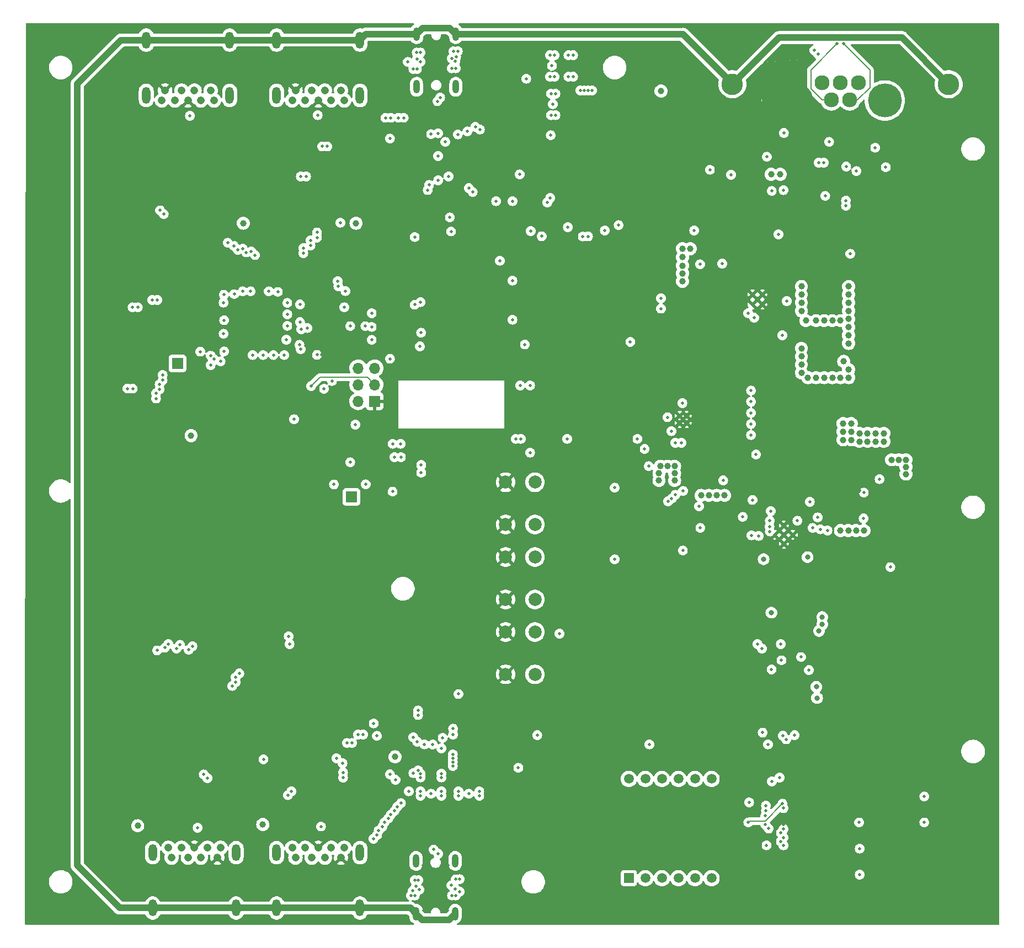
<source format=gbr>
%TF.GenerationSoftware,KiCad,Pcbnew,7.0.2*%
%TF.CreationDate,2023-10-21T22:43:27-04:00*%
%TF.ProjectId,usbc-car-module,75736263-2d63-4617-922d-6d6f64756c65,rev?*%
%TF.SameCoordinates,Original*%
%TF.FileFunction,Copper,L2,Inr*%
%TF.FilePolarity,Positive*%
%FSLAX46Y46*%
G04 Gerber Fmt 4.6, Leading zero omitted, Abs format (unit mm)*
G04 Created by KiCad (PCBNEW 7.0.2) date 2023-10-21 22:43:27*
%MOMM*%
%LPD*%
G01*
G04 APERTURE LIST*
%TA.AperFunction,ComponentPad*%
%ADD10C,1.208000*%
%TD*%
%TA.AperFunction,ComponentPad*%
%ADD11O,1.300000X2.600000*%
%TD*%
%TA.AperFunction,ComponentPad*%
%ADD12R,1.700000X1.700000*%
%TD*%
%TA.AperFunction,ComponentPad*%
%ADD13C,2.000000*%
%TD*%
%TA.AperFunction,HeatsinkPad*%
%ADD14C,0.500000*%
%TD*%
%TA.AperFunction,ComponentPad*%
%ADD15O,1.700000X1.700000*%
%TD*%
%TA.AperFunction,ComponentPad*%
%ADD16O,1.000000X2.050000*%
%TD*%
%TA.AperFunction,ComponentPad*%
%ADD17C,0.500000*%
%TD*%
%TA.AperFunction,ComponentPad*%
%ADD18R,1.500000X1.500000*%
%TD*%
%TA.AperFunction,ComponentPad*%
%ADD19C,1.500000*%
%TD*%
%TA.AperFunction,ComponentPad*%
%ADD20C,0.499999*%
%TD*%
%TA.AperFunction,ComponentPad*%
%ADD21C,5.200000*%
%TD*%
%TA.AperFunction,ComponentPad*%
%ADD22C,2.300000*%
%TD*%
%TA.AperFunction,ComponentPad*%
%ADD23C,3.300000*%
%TD*%
%TA.AperFunction,ViaPad*%
%ADD24C,0.500000*%
%TD*%
%TA.AperFunction,ViaPad*%
%ADD25C,0.800000*%
%TD*%
%TA.AperFunction,ViaPad*%
%ADD26C,1.000000*%
%TD*%
%TA.AperFunction,Conductor*%
%ADD27C,0.200000*%
%TD*%
%TA.AperFunction,Conductor*%
%ADD28C,1.000000*%
%TD*%
G04 APERTURE END LIST*
D10*
%TO.N,Net-(D10-K)*%
%TO.C,J4*%
X73012500Y-41025000D03*
%TO.N,/USBA_PORTS/P4_2_N*%
X70512500Y-41025000D03*
%TO.N,/USBA_PORTS/P4_2_P*%
X68512500Y-41025000D03*
%TO.N,GND*%
X66012500Y-41025000D03*
%TO.N,/USBA_PORTS/P4_RX_N*%
X65512500Y-42525000D03*
%TO.N,/USBA_PORTS/P4_RX_P*%
X67512500Y-42525000D03*
%TO.N,GND*%
X69512500Y-42525000D03*
%TO.N,/USBA_PORTS/P4_TXP_N*%
X71512500Y-42525000D03*
%TO.N,/USBA_PORTS/P4_TXP_P*%
X73512500Y-42525000D03*
D11*
%TO.N,GNDS*%
X75912500Y-41775000D03*
X75912500Y-33275000D03*
X63112500Y-41775000D03*
X63112500Y-33275000D03*
%TD*%
D12*
%TO.N,Net-(J1-Pin_1)*%
%TO.C,J1*%
X47912500Y-82900000D03*
%TD*%
D13*
%TO.N,MODE_BTN*%
%TO.C,SW3*%
X102762500Y-124150000D03*
X102762500Y-130650000D03*
%TO.N,GND*%
X98262500Y-124150000D03*
X98262500Y-130650000D03*
%TD*%
D14*
%TO.N,GND*%
%TO.C,U1*%
X136150000Y-73850000D03*
X137650000Y-73850000D03*
X136150000Y-72350000D03*
X137650000Y-72350000D03*
%TD*%
D12*
%TO.N,GND*%
%TO.C,J10*%
X78175000Y-88725000D03*
D15*
%TO.N,+3V3*%
X75635000Y-88725000D03*
%TO.N,RST*%
X78175000Y-86185000D03*
%TO.N,ESP_TX*%
X75635000Y-86185000D03*
%TO.N,ESP_IO0*%
X78175000Y-83645000D03*
%TO.N,ESP_RX*%
X75635000Y-83645000D03*
%TD*%
D13*
%TO.N,UNIT_BTN*%
%TO.C,SW2*%
X102762500Y-112650000D03*
X102762500Y-119150000D03*
%TO.N,GND*%
X98262500Y-112650000D03*
X98262500Y-119150000D03*
%TD*%
D16*
%TO.N,GNDS*%
%TO.C,J7*%
X90612500Y-40450000D03*
X90612500Y-32350000D03*
X84612500Y-40450000D03*
X84612500Y-32350000D03*
%TD*%
D17*
%TO.N,GND*%
%TO.C,U12*%
X126050000Y-92050000D03*
X126050000Y-90950000D03*
X124950000Y-92050000D03*
X124950000Y-90950000D03*
%TD*%
D16*
%TO.N,GNDS*%
%TO.C,J8*%
X84512500Y-159300000D03*
X84512500Y-167400000D03*
X90512500Y-159300000D03*
X90512500Y-167400000D03*
%TD*%
D13*
%TO.N,SRC_BTN*%
%TO.C,SW1*%
X102762500Y-101150000D03*
X102762500Y-107650000D03*
%TO.N,GND*%
X98262500Y-101150000D03*
X98262500Y-107650000D03*
%TD*%
D18*
%TO.N,DISP_SEG_E*%
%TO.C,U18*%
X117162500Y-161942500D03*
D19*
%TO.N,DISP_SEG_D*%
X119702500Y-161942500D03*
%TO.N,DISP_SEG_DP*%
X122242500Y-161942500D03*
%TO.N,DISP_SEG_C*%
X124782500Y-161942500D03*
%TO.N,DISP_SEG_G*%
X127322500Y-161942500D03*
%TO.N,DISP_DIG_3*%
X129862500Y-161942500D03*
%TO.N,DISP_SEG_B*%
X129862500Y-146702500D03*
%TO.N,DISP_DIG_2*%
X127322500Y-146702500D03*
%TO.N,DISP_DIG_1*%
X124782500Y-146702500D03*
%TO.N,DISP_SEG_F*%
X122242500Y-146702500D03*
%TO.N,DISP_SEG_A*%
X119702500Y-146702500D03*
%TO.N,DISP_DIG_0*%
X117162500Y-146702500D03*
%TD*%
D20*
%TO.N,GND*%
%TO.C,U7*%
X142349998Y-109225002D03*
X140949998Y-110625002D03*
X140949998Y-109225002D03*
X140949998Y-107825002D03*
X139549998Y-109225002D03*
%TD*%
D21*
%TO.N,Net-(J9-Pad1)*%
%TO.C,J9*%
X156450000Y-42550000D03*
%TO.N,GND*%
X142850000Y-42550000D03*
D22*
%TO.N,CAN_H*%
X152450000Y-39850000D03*
%TO.N,CAN_L*%
X149650000Y-39850000D03*
%TO.N,Net-(Q26-G)*%
X146850000Y-39850000D03*
%TO.N,DSUB_P_6*%
X151050000Y-42450000D03*
%TO.N,DSUB_P_7*%
X148250000Y-42450000D03*
D23*
%TO.N,GNDS*%
X166250000Y-40050000D03*
X133050000Y-40050000D03*
%TD*%
D10*
%TO.N,Net-(D16-K)*%
%TO.C,J6*%
X53012500Y-41025000D03*
%TO.N,/USBA_PORTS/P5_2_N*%
X50512500Y-41025000D03*
%TO.N,/USBA_PORTS/P5_2_P*%
X48512500Y-41025000D03*
%TO.N,GND*%
X46012500Y-41025000D03*
%TO.N,/USBA_PORTS/P5_RX_N*%
X45512500Y-42525000D03*
%TO.N,/USBA_PORTS/P5_RX_P*%
X47512500Y-42525000D03*
%TO.N,GND*%
X49512500Y-42525000D03*
%TO.N,/USBA_PORTS/P5_TXP_N*%
X51512500Y-42525000D03*
%TO.N,/USBA_PORTS/P5_TXP_P*%
X53512500Y-42525000D03*
D11*
%TO.N,GNDS*%
X55912500Y-41775000D03*
X55912500Y-33275000D03*
X43112500Y-41775000D03*
X43112500Y-33275000D03*
%TD*%
D10*
%TO.N,Net-(D11-K)*%
%TO.C,J3*%
X47012500Y-158775000D03*
%TO.N,/USBA_PORTS/P2_2_N*%
X49512500Y-158775000D03*
%TO.N,/USBA_PORTS/P2_2_P*%
X51512500Y-158775000D03*
%TO.N,GND*%
X54012500Y-158775000D03*
%TO.N,/USBA_PORTS/P2_RX_N*%
X54512500Y-157275000D03*
%TO.N,/USBA_PORTS/P2_RX_P*%
X52512500Y-157275000D03*
%TO.N,GND*%
X50512500Y-157275000D03*
%TO.N,/USBA_PORTS/P2_TXP_N*%
X48512500Y-157275000D03*
%TO.N,/USBA_PORTS/P2_TXP_P*%
X46512500Y-157275000D03*
D11*
%TO.N,GNDS*%
X44112500Y-158025000D03*
X44112500Y-166525000D03*
X56912500Y-158025000D03*
X56912500Y-166525000D03*
%TD*%
D12*
%TO.N,UART_RST*%
%TO.C,J2*%
X74612500Y-103400000D03*
%TD*%
D10*
%TO.N,Net-(D15-K)*%
%TO.C,J5*%
X66012500Y-158775000D03*
%TO.N,/USBA_PORTS/P3_2_N*%
X68512500Y-158775000D03*
%TO.N,/USBA_PORTS/P3_2_P*%
X70512500Y-158775000D03*
%TO.N,GND*%
X73012500Y-158775000D03*
%TO.N,/USBA_PORTS/P3_RX_N*%
X73512500Y-157275000D03*
%TO.N,/USBA_PORTS/P3_RX_P*%
X71512500Y-157275000D03*
%TO.N,GND*%
X69512500Y-157275000D03*
%TO.N,/USBA_PORTS/P3_TXP_N*%
X67512500Y-157275000D03*
%TO.N,/USBA_PORTS/P3_TXP_P*%
X65512500Y-157275000D03*
D11*
%TO.N,GNDS*%
X63112500Y-158025000D03*
X63112500Y-166525000D03*
X75912500Y-158025000D03*
X75912500Y-166525000D03*
%TD*%
D24*
%TO.N,GND*%
X124000000Y-87300000D03*
X25000000Y-155000000D03*
X96812500Y-50100000D03*
X90000000Y-110000000D03*
X89412500Y-39800000D03*
D25*
X135600000Y-53950000D03*
D24*
X91012500Y-132100000D03*
D26*
X168400000Y-59350000D03*
D24*
X35000000Y-80000000D03*
X95000000Y-120000000D03*
X95000000Y-165000000D03*
X155000000Y-140000000D03*
X70000000Y-35000000D03*
X78400000Y-72200000D03*
X35000000Y-60000000D03*
X170000000Y-155000000D03*
X125000000Y-35000000D03*
X25000000Y-90000000D03*
X165000000Y-165000000D03*
X45000000Y-35000000D03*
X88812500Y-39800000D03*
X45000000Y-95000000D03*
D26*
X169400000Y-88850000D03*
D24*
X25000000Y-40000000D03*
X64412500Y-150800000D03*
X40000000Y-40000000D03*
X30000000Y-55000000D03*
D26*
X118800000Y-45400000D03*
D24*
X88812500Y-33100000D03*
X65000000Y-35000000D03*
X95000000Y-35000000D03*
X53112500Y-80800000D03*
X35000000Y-75000000D03*
D26*
X127700000Y-48800000D03*
D24*
X145000000Y-160000000D03*
X44979420Y-49904776D03*
X170000000Y-140000000D03*
X140949997Y-103475004D03*
X87112500Y-143324500D03*
D26*
X121300000Y-45400000D03*
D24*
X160000000Y-160000000D03*
D26*
X118800000Y-47900000D03*
D24*
X135475500Y-59000000D03*
X50000000Y-145000000D03*
X95000000Y-60000000D03*
X55000000Y-135000000D03*
X132700000Y-85200000D03*
X85912500Y-33100000D03*
X100000000Y-40000000D03*
X110000000Y-50000000D03*
X70912500Y-163100000D03*
D26*
X173500500Y-137900000D03*
D24*
X85000000Y-120000000D03*
D26*
X108800000Y-125400000D03*
D24*
X40000000Y-70000000D03*
X54312500Y-70875000D03*
X40000000Y-125000000D03*
X35000000Y-160000000D03*
X90000000Y-120000000D03*
X86312500Y-166900000D03*
X110000000Y-160000000D03*
X100000000Y-165000000D03*
D26*
X168800000Y-137900000D03*
D24*
X45000000Y-150000000D03*
D26*
X166900000Y-92850000D03*
D24*
X120500000Y-90924500D03*
X25000000Y-125000000D03*
X35000000Y-140000000D03*
X105000000Y-155000000D03*
X132600000Y-86900000D03*
X136249997Y-115975004D03*
X45000000Y-135000000D03*
X45000000Y-140000000D03*
X40000000Y-75000000D03*
D26*
X150400000Y-68600000D03*
D24*
X25000000Y-120000000D03*
X84300000Y-70400000D03*
X65000000Y-135000000D03*
X55000000Y-150000000D03*
X30000000Y-70000000D03*
X30000000Y-150000000D03*
X110000000Y-150000000D03*
X40000000Y-45000000D03*
X55000000Y-95000000D03*
X40000000Y-145000000D03*
X140000000Y-165000000D03*
D26*
X118800000Y-60400000D03*
D24*
X162200000Y-124600000D03*
D26*
X126300000Y-31199500D03*
D24*
X170300000Y-124700000D03*
X130750000Y-74750000D03*
X123700000Y-72862500D03*
X132600000Y-90300000D03*
X70012500Y-81575000D03*
D26*
X59912499Y-76783800D03*
X168400000Y-63350000D03*
D24*
X45000000Y-45000000D03*
X85812500Y-39800000D03*
X135000000Y-145000000D03*
X74312500Y-45200000D03*
X45000000Y-105000000D03*
D26*
X149949997Y-102375004D03*
X123600000Y-56500000D03*
D24*
X125000000Y-165000000D03*
X145000000Y-165000000D03*
D26*
X118800000Y-52900000D03*
D25*
X134850000Y-54950000D03*
D24*
X30000000Y-90000000D03*
X70000000Y-125000000D03*
X150000000Y-165000000D03*
X30000000Y-50000000D03*
X45000000Y-145000000D03*
X154549997Y-100675004D03*
X35000000Y-95000000D03*
D26*
X164900000Y-61350000D03*
D24*
X160000000Y-165000000D03*
X85000000Y-125000000D03*
D26*
X146650000Y-67350000D03*
D24*
X134575500Y-109000000D03*
X30000000Y-65000000D03*
X95000000Y-100000000D03*
X30000000Y-85000000D03*
D26*
X62912499Y-73783800D03*
X108800000Y-117900000D03*
X151300000Y-137900000D03*
D24*
X80000000Y-130000000D03*
D26*
X108800000Y-127900000D03*
D24*
X30000000Y-125000000D03*
D26*
X118800000Y-137900000D03*
D24*
X70000000Y-165000000D03*
D26*
X164650000Y-92100000D03*
D24*
X48312500Y-63275000D03*
X90000000Y-115000000D03*
X86312500Y-160000000D03*
X30000000Y-45000000D03*
X166113767Y-124313768D03*
X150000000Y-145000000D03*
X25000000Y-115000000D03*
X55000000Y-120000000D03*
X25000000Y-140000000D03*
X145000000Y-155000000D03*
X55000000Y-165000000D03*
X25000000Y-75000000D03*
X80000000Y-110000000D03*
X142212500Y-147800000D03*
X135000000Y-160000000D03*
X142192165Y-115975004D03*
X30000000Y-165000000D03*
X100000000Y-75000000D03*
X70000000Y-55000000D03*
X25000000Y-60000000D03*
X113300000Y-124900000D03*
X132700000Y-83500000D03*
X40000000Y-35000000D03*
D26*
X150400000Y-67350000D03*
D24*
X25000000Y-135000000D03*
X35000000Y-135000000D03*
X40000000Y-50000000D03*
X140049997Y-115975004D03*
D26*
X118800000Y-57900000D03*
X56912499Y-73783800D03*
D24*
X35000000Y-65000000D03*
X55212500Y-45300500D03*
D26*
X108800000Y-72900000D03*
D24*
X129550000Y-77950000D03*
X82441323Y-147987451D03*
X75000000Y-125000000D03*
X170000000Y-145000000D03*
X85000000Y-105000000D03*
D26*
X126300000Y-40400000D03*
D24*
X65000000Y-40000000D03*
X40000000Y-65000000D03*
X140912500Y-153717500D03*
X91412500Y-63500000D03*
X100000000Y-160000000D03*
X150000000Y-155000000D03*
X55000000Y-110000000D03*
D26*
X126300000Y-137900000D03*
X126300000Y-35400000D03*
X141300000Y-137900000D03*
D24*
X30000000Y-105000000D03*
X130000000Y-165000000D03*
D26*
X170650000Y-90100000D03*
X131300000Y-137900000D03*
D24*
X70000000Y-150000000D03*
X90000000Y-105000000D03*
X35000000Y-110000000D03*
X25000000Y-95000000D03*
D26*
X113800000Y-67900000D03*
X111300000Y-137900000D03*
D24*
X40000000Y-130000000D03*
X105000000Y-160000000D03*
D26*
X108800000Y-92900000D03*
D24*
X70000000Y-140000000D03*
D26*
X124900000Y-51300000D03*
D24*
X65000000Y-50000000D03*
X85712500Y-166900000D03*
X143749997Y-122075004D03*
X35000000Y-50000000D03*
X130000000Y-150000000D03*
D26*
X163800000Y-137900000D03*
D24*
X25000000Y-65000000D03*
X114900000Y-82500000D03*
D26*
X108800000Y-102900000D03*
D24*
X70000000Y-105000000D03*
X45000000Y-115000000D03*
X90000000Y-125000000D03*
X95000000Y-125000000D03*
D26*
X138800000Y-137900000D03*
D24*
X110000000Y-55000000D03*
X35000000Y-55000000D03*
X138100000Y-49450000D03*
X134550000Y-77950000D03*
X60000000Y-40000000D03*
X136050000Y-68050000D03*
X89412500Y-33100000D03*
X100000000Y-155000000D03*
X85612500Y-160000000D03*
D26*
X121300000Y-137900000D03*
D24*
X128800000Y-124275504D03*
X25000000Y-100000000D03*
X69912500Y-76275000D03*
X120600000Y-74762500D03*
X132552498Y-91952498D03*
D26*
X108800000Y-112900000D03*
D24*
X150000000Y-160000000D03*
X160000000Y-140000000D03*
X95000000Y-155000000D03*
X138349997Y-115975004D03*
X105000000Y-165000000D03*
D26*
X164650000Y-89600000D03*
D24*
X25000000Y-50000000D03*
X50000000Y-120000000D03*
X65000000Y-145000000D03*
X30000000Y-60000000D03*
X100000000Y-45000000D03*
X35000000Y-115000000D03*
D26*
X143800000Y-137900000D03*
D24*
X30000000Y-80000000D03*
X115000000Y-155000000D03*
X154300000Y-124700000D03*
D26*
X108800000Y-87900000D03*
X131449997Y-109275004D03*
D24*
X101224500Y-81800000D03*
X111000000Y-56200000D03*
X60000000Y-35000000D03*
X35000000Y-70000000D03*
X30000000Y-120000000D03*
X115000000Y-40000000D03*
D26*
X118800000Y-50400000D03*
X151149997Y-102375004D03*
D24*
X115400000Y-76600000D03*
X170000000Y-165000000D03*
X35000000Y-145000000D03*
D26*
X122300000Y-57700000D03*
D24*
X80000000Y-120000000D03*
D26*
X133800000Y-137900000D03*
D24*
X30126182Y-35051539D03*
X145000000Y-140000000D03*
X50000000Y-35000000D03*
X40000000Y-160000000D03*
X25000000Y-85000000D03*
X88712500Y-160000000D03*
D26*
X108800000Y-107900000D03*
X108800000Y-97900000D03*
D24*
X75000000Y-150000000D03*
D26*
X136300000Y-137900000D03*
D24*
X40000000Y-135000000D03*
D26*
X108800000Y-130400000D03*
D24*
X120600000Y-73162500D03*
X35000000Y-45000000D03*
X150000000Y-140000000D03*
D26*
X130249997Y-109275004D03*
D25*
X136350000Y-52950000D03*
D24*
X85000000Y-115000000D03*
X55000000Y-160000000D03*
X44957122Y-151955378D03*
X85000000Y-110000000D03*
D26*
X126500000Y-48800000D03*
D24*
X135000000Y-165000000D03*
X110000000Y-155000000D03*
X86212500Y-132100000D03*
X30000000Y-140000000D03*
X54112500Y-68275000D03*
X60000000Y-160000000D03*
X25000000Y-55000000D03*
X48312500Y-68775000D03*
X55000000Y-115000000D03*
X115000000Y-145000000D03*
X30000000Y-95000000D03*
D26*
X108800000Y-122900000D03*
X169400000Y-92850000D03*
D24*
X95000000Y-50000000D03*
X165000000Y-145000000D03*
X40000000Y-60000000D03*
X30000000Y-40000000D03*
D26*
X152349997Y-102375004D03*
D24*
X50000000Y-165000000D03*
X70000000Y-120000000D03*
D26*
X118800000Y-62900000D03*
D24*
X170000000Y-150000000D03*
X60000000Y-55000000D03*
D25*
X134850000Y-52950000D03*
D26*
X153789597Y-137921989D03*
D24*
X132600000Y-93800000D03*
X51812500Y-163100000D03*
X30000000Y-130000000D03*
D26*
X166900000Y-88850000D03*
D24*
X121400000Y-124900000D03*
X85612500Y-46200000D03*
D25*
X149100000Y-55700000D03*
D24*
X25000000Y-35000000D03*
X110000000Y-35000000D03*
X40000000Y-55000000D03*
X82312500Y-106000000D03*
X30000000Y-145000000D03*
X30000000Y-115000000D03*
D26*
X161300000Y-137900000D03*
X87012500Y-138400000D03*
X171200000Y-137900000D03*
X126300000Y-45400000D03*
X108800000Y-135400000D03*
D24*
X158100000Y-124600000D03*
D26*
X108800000Y-67900000D03*
X89512500Y-57200000D03*
D24*
X89312500Y-166900000D03*
X50000000Y-110000000D03*
X125300000Y-124725504D03*
X86412500Y-39800000D03*
X113900000Y-74362500D03*
X154932155Y-50967845D03*
X75000000Y-55000000D03*
D26*
X156409862Y-137957398D03*
X118800000Y-55400000D03*
D24*
X30000000Y-160000000D03*
X70000000Y-115000000D03*
X35041642Y-35015919D03*
X50000000Y-115000000D03*
X89512500Y-52550500D03*
X115000000Y-165000000D03*
X155000000Y-165000000D03*
D26*
X170900000Y-63100000D03*
D24*
X50000000Y-100000000D03*
X120000000Y-165000000D03*
X123700000Y-74462500D03*
X40000000Y-140000000D03*
X35000000Y-90000000D03*
D26*
X148800000Y-137900000D03*
D24*
X65000000Y-160000000D03*
X95000000Y-105000000D03*
X100000000Y-150000000D03*
X115000000Y-35000000D03*
X125000000Y-40000000D03*
X70000000Y-110000000D03*
X69912500Y-73175000D03*
X60000000Y-50000000D03*
X88712500Y-166900000D03*
X80000000Y-165000000D03*
X65000000Y-45000000D03*
X70012500Y-79075500D03*
X91212500Y-45800000D03*
D26*
X116300000Y-137900000D03*
D24*
X132600000Y-95500000D03*
X25000000Y-130000000D03*
X25000000Y-160000000D03*
X115000000Y-150000000D03*
X50000000Y-105000000D03*
D26*
X165900000Y-63350000D03*
D24*
X120600000Y-71562500D03*
X95000000Y-110000000D03*
X30000000Y-110000000D03*
X35000000Y-120000000D03*
X100000000Y-35000000D03*
D26*
X123800000Y-45400000D03*
X129049997Y-109275004D03*
D24*
X25000000Y-165000000D03*
X77188500Y-152500000D03*
D26*
X108800000Y-77900000D03*
X170650000Y-91350000D03*
X123800000Y-137900000D03*
D24*
X132600000Y-88600000D03*
X165000000Y-140000000D03*
X75000000Y-130000000D03*
X126949997Y-101375004D03*
X145000000Y-145000000D03*
X105000000Y-150000000D03*
X35006023Y-40002618D03*
D26*
X165900000Y-59350000D03*
D24*
X25000000Y-70000000D03*
X131549997Y-113475004D03*
D26*
X113865971Y-137851171D03*
D24*
X135100000Y-50700000D03*
X25000000Y-45000000D03*
X35000000Y-165000000D03*
D26*
X56912499Y-79783800D03*
D24*
X35000000Y-130000000D03*
D26*
X146300000Y-137900000D03*
D24*
X120000000Y-145000000D03*
X35000000Y-150000000D03*
X80000000Y-125000000D03*
X120000000Y-155000000D03*
X35000000Y-125000000D03*
X101224500Y-78200000D03*
X35000000Y-105000000D03*
X140000000Y-160000000D03*
X55000000Y-105000000D03*
X113900000Y-72662500D03*
X25000000Y-80000000D03*
X25000000Y-105000000D03*
X50000000Y-140000000D03*
X35000000Y-85000000D03*
X125000000Y-160000000D03*
X50000000Y-130000000D03*
X35000000Y-155000000D03*
X30000000Y-100000000D03*
X120000000Y-35000000D03*
D26*
X118800000Y-67900000D03*
D24*
X98400000Y-134449500D03*
X68388450Y-36657745D03*
X116600000Y-82400000D03*
X75000000Y-110000000D03*
D26*
X124800000Y-56500000D03*
D24*
X45000000Y-40000000D03*
X65000000Y-55000000D03*
D26*
X166300000Y-137900000D03*
D24*
X65000000Y-165000000D03*
D26*
X149150000Y-67350000D03*
D24*
X110000000Y-165000000D03*
X30000000Y-155000000D03*
X145649997Y-115875004D03*
X89412500Y-160000000D03*
X75000000Y-120000000D03*
X140549997Y-131675004D03*
D26*
X147900000Y-67350000D03*
D24*
X86612500Y-63500000D03*
X95000000Y-115000000D03*
X115400000Y-80400000D03*
X101975000Y-69200000D03*
X25000000Y-110000000D03*
X117600000Y-125000000D03*
D26*
X124900000Y-50000000D03*
D24*
X110000000Y-145000000D03*
X75000000Y-115000000D03*
D26*
X108800000Y-137900000D03*
X81612500Y-100400000D03*
D24*
X103812500Y-61800000D03*
D26*
X122400000Y-56500000D03*
D24*
X55000000Y-100000000D03*
D26*
X126300000Y-37900000D03*
D24*
X170000000Y-160000000D03*
D25*
X136350000Y-54950000D03*
D24*
X90000000Y-100000000D03*
X86512500Y-33100000D03*
X153049997Y-113975004D03*
X45000000Y-110000000D03*
X60000000Y-165000000D03*
D26*
X125300000Y-48800000D03*
D24*
X141625000Y-66150000D03*
D26*
X158800000Y-137900000D03*
D25*
X132100000Y-46450000D03*
D24*
X40000000Y-165000000D03*
X30000000Y-75000000D03*
X35000000Y-100000000D03*
D26*
X108800000Y-82900000D03*
D24*
X30000000Y-135000000D03*
X48112500Y-36800000D03*
D26*
X108800000Y-132900000D03*
X170900000Y-59350000D03*
D24*
X25000000Y-145000000D03*
D26*
X128800000Y-137900000D03*
D24*
X110000000Y-40000000D03*
X122000000Y-34100000D03*
X80000000Y-115000000D03*
X138587500Y-71600000D03*
X115000000Y-160000000D03*
X25000000Y-150000000D03*
%TO.N,CAR_12V_IN*%
X141400000Y-73350000D03*
X135493750Y-75193750D03*
X156600000Y-52800000D03*
X140961444Y-47538556D03*
X140125000Y-63100000D03*
D26*
%TO.N,/12-21V INPUT BOOST CONVERTER/SW*%
X144350000Y-76350000D03*
X150900000Y-77350000D03*
X150900000Y-71100000D03*
X143650000Y-72350000D03*
X143650000Y-73600000D03*
X143650000Y-74850000D03*
X150900000Y-79850000D03*
X148400000Y-76350000D03*
X150900000Y-74850000D03*
X147150000Y-76350000D03*
X150900000Y-76100000D03*
X150900000Y-78600000D03*
X150900000Y-72350000D03*
X143650000Y-71100000D03*
X145900000Y-76350000D03*
X149650000Y-76350000D03*
X150900000Y-73600000D03*
%TO.N,21V_CSN*%
X150150000Y-82600000D03*
X143650000Y-81850000D03*
X143650000Y-83100000D03*
X147150000Y-85100000D03*
X148400000Y-85100000D03*
X143650000Y-84350000D03*
X150900000Y-85100000D03*
X150900000Y-83850000D03*
X149650000Y-85100000D03*
X145900000Y-85100000D03*
X144650000Y-85100000D03*
D24*
X135924500Y-93900000D03*
D26*
X143650000Y-80600000D03*
%TO.N,+5V*%
X41800000Y-153900000D03*
D24*
X103112500Y-140000000D03*
X128100000Y-67700000D03*
D26*
X58000000Y-61400000D03*
X50000000Y-94000000D03*
X126600000Y-65300000D03*
X125400000Y-70300000D03*
X122112500Y-41100000D03*
X125400000Y-65300000D03*
X125400000Y-69100000D03*
X61000000Y-153700000D03*
X81300000Y-143300000D03*
X125400000Y-67900000D03*
D24*
X146549997Y-108375004D03*
D26*
X125400000Y-66600000D03*
D24*
X100412500Y-53900000D03*
X135924500Y-92200000D03*
D26*
X75300000Y-61400000D03*
D24*
X140925000Y-56300000D03*
%TO.N,+3V3*%
X73500000Y-74300000D03*
X80912500Y-102600000D03*
X123100000Y-91175500D03*
X102012500Y-96600000D03*
X101224500Y-80000000D03*
X89712500Y-60500000D03*
X102000000Y-86300000D03*
X106537000Y-124400000D03*
X122100000Y-74500000D03*
X89887500Y-62650000D03*
X64746277Y-75375000D03*
X122100000Y-72900000D03*
X74412500Y-98100000D03*
X139125000Y-147087500D03*
X103800000Y-63400000D03*
X125382426Y-89000000D03*
X64746199Y-73636937D03*
X152100000Y-53400000D03*
X64612500Y-79275000D03*
X113500000Y-62500000D03*
X77700000Y-79300000D03*
X139074997Y-129900000D03*
X54988000Y-73575000D03*
X75212500Y-92300000D03*
X51400000Y-81100000D03*
X55084121Y-81077972D03*
X97363099Y-67150599D03*
X91012500Y-133675000D03*
X77700000Y-75200000D03*
X62623363Y-81617500D03*
X138112500Y-153717500D03*
X77700000Y-77300000D03*
X99300000Y-70200000D03*
X55012500Y-72375000D03*
X57912500Y-71850500D03*
D26*
%TO.N,+21V*%
X150050000Y-92150000D03*
X156300000Y-94900000D03*
X155050000Y-94900000D03*
X129449997Y-103175004D03*
X149649997Y-108575004D03*
X131849997Y-103175004D03*
X156300000Y-93650000D03*
X153249997Y-108575004D03*
X130649997Y-103175004D03*
D24*
X138350000Y-51200000D03*
D26*
X153800000Y-93650000D03*
X151300000Y-92150000D03*
D24*
X136000000Y-109300000D03*
D26*
X150050000Y-94650000D03*
X128249997Y-103175004D03*
X151300000Y-93400000D03*
X152550000Y-93650000D03*
X153800000Y-94900000D03*
X155050000Y-93650000D03*
X152550000Y-94900000D03*
X139000000Y-53882200D03*
X150849997Y-108575004D03*
D24*
X136700000Y-96900000D03*
D26*
X140400000Y-53882200D03*
X151300000Y-94650000D03*
X150050000Y-93400000D03*
X152049997Y-108575004D03*
D24*
%TO.N,5V_CSN*%
X127200000Y-62500000D03*
X135924500Y-90500000D03*
X131500000Y-67600000D03*
X129600000Y-53182200D03*
%TO.N,+1V2*%
X59142595Y-71861243D03*
X117400000Y-79600000D03*
X54512500Y-82599500D03*
X61023363Y-81617500D03*
X63301040Y-71941612D03*
X64312500Y-81617498D03*
X61912500Y-71850500D03*
X59423363Y-81617500D03*
X54988000Y-78375000D03*
X55078801Y-76275000D03*
X64746198Y-77136937D03*
X56612500Y-72275000D03*
%TO.N,F_USB-C_BUCK_OUT*%
X88412500Y-145885000D03*
X115000000Y-113000000D03*
X85212500Y-145885000D03*
X85212500Y-146485000D03*
D26*
X159700000Y-99900000D03*
X157500000Y-97700000D03*
X159700000Y-97700000D03*
D24*
X90147500Y-143535000D03*
D26*
X159700000Y-98800000D03*
D24*
X90147500Y-144735000D03*
X157299997Y-114199504D03*
D26*
X158600000Y-97700000D03*
D24*
X155649997Y-100675004D03*
X88412500Y-146485000D03*
X90147500Y-144135000D03*
X147649997Y-108575004D03*
X90147500Y-142935000D03*
%TO.N,Net-(D3-K)*%
X138799500Y-107075004D03*
X134649997Y-106475004D03*
X131649997Y-100875004D03*
D26*
%TO.N,B_USB-C_BUCK_OUT*%
X121800000Y-99800000D03*
D24*
X111512500Y-41000000D03*
X107912500Y-38900000D03*
X107912500Y-35600000D03*
D26*
X124200000Y-100900000D03*
X124200000Y-98700000D03*
D24*
X110312500Y-41000000D03*
X137100000Y-109400000D03*
X135924500Y-88800000D03*
X125449997Y-111650003D03*
X109712500Y-41000000D03*
D26*
X123100000Y-98700000D03*
X124200000Y-99800000D03*
X121800000Y-100900000D03*
X122000000Y-98700000D03*
D24*
X108612500Y-38900000D03*
X125500000Y-102500000D03*
X110912500Y-41000000D03*
X108612500Y-35600000D03*
X115000000Y-102000000D03*
%TO.N,RST*%
X110117157Y-63417157D03*
X119600000Y-96049500D03*
X143600000Y-128000000D03*
X68400000Y-86400000D03*
X100500000Y-86300000D03*
X82139111Y-95249500D03*
%TO.N,ESP_IO0*%
X80912500Y-95249500D03*
%TO.N,/USBA_PORTS/P5_RX_P*%
X44612500Y-87500000D03*
X41812500Y-74300000D03*
%TO.N,/USBA_PORTS/P5_RX_N*%
X44612500Y-88300000D03*
X41012500Y-74300000D03*
%TO.N,UFP_3_TXA_N*%
X81812500Y-45200000D03*
X68312500Y-64000000D03*
X57899624Y-65298585D03*
%TO.N,UFP_3_TXA_P*%
X82612500Y-45200000D03*
X68312500Y-64800000D03*
X58465310Y-65864271D03*
%TO.N,UFP_3_TXB_N*%
X93612500Y-46600000D03*
%TO.N,UFP_3_TXB_P*%
X94312500Y-47000000D03*
%TO.N,Net-(JP11-C)*%
X89512500Y-54200000D03*
%TO.N,DFP_3_RXB_N*%
X78782605Y-154635791D03*
X73226300Y-144279486D03*
X57395343Y-130517157D03*
%TO.N,DFP_3_RXB_P*%
X79348291Y-154070105D03*
X72279657Y-143532843D03*
X56829657Y-131082843D03*
%TO.N,DFP_3_TXB_N*%
X78540053Y-155318798D03*
X73312500Y-145700000D03*
X56860782Y-131863123D03*
%TO.N,DFP_3_TXB_P*%
X56295096Y-132428809D03*
X77974367Y-155884484D03*
X73312500Y-146500000D03*
%TO.N,Net-(JP16-C)*%
X87083600Y-141419720D03*
%TO.N,GNDS*%
X122000000Y-32500000D03*
%TO.N,Net-(D1-K)*%
X132850000Y-53950000D03*
X139100000Y-56450000D03*
%TO.N,/USBA_PORTS/P2_2_P*%
X51929657Y-146017157D03*
%TO.N,/USBA_PORTS/P2_2_N*%
X52495343Y-146582843D03*
X51012500Y-154200000D03*
%TO.N,Net-(D9-A)*%
X65100000Y-126000000D03*
X44785018Y-126985018D03*
%TO.N,Net-(D10-A)*%
X70405834Y-86805834D03*
X72900000Y-61300000D03*
%TO.N,/USBA_PORTS/P5_2_P*%
X49812500Y-44900000D03*
X45612500Y-84700000D03*
X44812500Y-73175000D03*
%TO.N,/USBA_PORTS/P5_2_N*%
X44012500Y-73175000D03*
X45612500Y-85500000D03*
%TO.N,/USBA_PORTS/P5_TX_P*%
X45165950Y-86104738D03*
X45795343Y-59982843D03*
%TO.N,/USBA_PORTS/P5_TX_N*%
X45229657Y-59417157D03*
X45165950Y-86904738D03*
%TO.N,/USBA_PORTS/P3_2_P*%
X64829657Y-149182843D03*
%TO.N,/USBA_PORTS/P3_2_N*%
X69912500Y-154000000D03*
X65395343Y-148617157D03*
%TO.N,Net-(D15-A)*%
X64975500Y-124800000D03*
X61100000Y-143700000D03*
%TO.N,Net-(D16-A)*%
X55600000Y-64400000D03*
X71605834Y-85605834D03*
%TO.N,UFP_2_P*%
X59795343Y-66282843D03*
X67212500Y-66000000D03*
X90012500Y-36100000D03*
X85212500Y-36600000D03*
X87891956Y-47579456D03*
X88212500Y-42100000D03*
%TO.N,UFP_2_N*%
X90558720Y-36536976D03*
X84652898Y-36180298D03*
X67212500Y-65200000D03*
X59229657Y-65717157D03*
X87792798Y-42659602D03*
X86833044Y-47720544D03*
%TO.N,UFP_3_RXA_P*%
X57172448Y-65466546D03*
X69312500Y-63600000D03*
X80512500Y-48400000D03*
X79812500Y-45200000D03*
%TO.N,UFP_3_RXA_N*%
X56606762Y-64900860D03*
X80612500Y-45200000D03*
X69312500Y-62800000D03*
%TO.N,UFP_3_RXB_N*%
X89002393Y-48917157D03*
X92412500Y-47300000D03*
%TO.N,UFP_3_RXB_P*%
X90913140Y-47749500D03*
%TO.N,UFP_CC1*%
X93212500Y-56625500D03*
X83248529Y-36636029D03*
%TO.N,UFP_CC2*%
X92612500Y-56000000D03*
X90661972Y-35840211D03*
%TO.N,DFP_2_P*%
X73912500Y-141200000D03*
X89933842Y-163050501D03*
X79692097Y-153330715D03*
X45949159Y-126563341D03*
X87912500Y-158200000D03*
X85012500Y-163699499D03*
%TO.N,DFP_2_N*%
X90512500Y-163600000D03*
X80257783Y-152765029D03*
X87212500Y-157550500D03*
X84512500Y-163200000D03*
X46514845Y-125997655D03*
X74712500Y-141200000D03*
%TO.N,DFP_3_TXA_P*%
X75612500Y-139900000D03*
X47729657Y-126682843D03*
X80653638Y-152182843D03*
%TO.N,DFP_3_TXA_N*%
X48295343Y-126117157D03*
X81219324Y-151617157D03*
X76412500Y-139900000D03*
%TO.N,DFP_3_RXA_P*%
X49629657Y-126882843D03*
X82195343Y-150417157D03*
X78029657Y-138182843D03*
%TO.N,DFP_3_RXA_N*%
X78512500Y-140100000D03*
X50195343Y-126317157D03*
X81629657Y-150982843D03*
%TO.N,DFP_CC1*%
X80510156Y-146002344D03*
X84712500Y-141000000D03*
X84812500Y-145400000D03*
X91212500Y-163999500D03*
%TO.N,DFP_CC2*%
X84012500Y-163900000D03*
X81360156Y-146852344D03*
X84099251Y-140309640D03*
X84112500Y-145800000D03*
%TO.N,DISP_DIG_7*%
X141312500Y-140625000D03*
X140912500Y-151200000D03*
%TO.N,DISP_SEG_A*%
X138212500Y-150800000D03*
X152612500Y-161400000D03*
%TO.N,DISP_SEG_B*%
X120306750Y-141400000D03*
X152612500Y-157400000D03*
X138123561Y-152347929D03*
%TO.N,DISP_SEG_C*%
X152512500Y-153400000D03*
X138512500Y-141400000D03*
X138622758Y-154332999D03*
%TO.N,DISP_SEG_F*%
X162512500Y-153400000D03*
X138212500Y-151600000D03*
%TO.N,DISP_SEG_G*%
X140763000Y-150514081D03*
X162512500Y-149400000D03*
X135512500Y-153400000D03*
%TO.N,/USBA_PORTS/P4_2_P*%
X69412500Y-44800000D03*
%TO.N,/USBA_PORTS/P4_TX_P*%
X70912500Y-49600000D03*
X67638000Y-54200000D03*
%TO.N,/USBA_PORTS/P4_TX_N*%
X66838000Y-54200000D03*
X70112500Y-49600000D03*
%TO.N,Net-(J1-Pin_1)*%
X52988000Y-83175000D03*
%TO.N,UFP_VBUS*%
X105912500Y-44800000D03*
X105200000Y-47900000D03*
X84612500Y-35200000D03*
X105512500Y-43100000D03*
X90912500Y-35000000D03*
X105377500Y-37200000D03*
X84112500Y-37700000D03*
X84653559Y-37708119D03*
X85212500Y-35200000D03*
X105777500Y-35600000D03*
X90012500Y-37600000D03*
X90280027Y-35000500D03*
X105912500Y-41500000D03*
X90612500Y-37600000D03*
X105212500Y-44800000D03*
X105212500Y-41500000D03*
X105777500Y-38900000D03*
X105077500Y-35600000D03*
X105077500Y-38900000D03*
%TO.N,DFP_VBUS*%
X85212500Y-149285000D03*
X84312500Y-162249500D03*
X92612500Y-148985000D03*
X88412500Y-149285000D03*
X91012500Y-149285000D03*
X94212500Y-149285000D03*
X84867690Y-162249500D03*
X86812500Y-148985000D03*
X90615298Y-162117861D03*
X85212500Y-148585000D03*
X88412500Y-148585000D03*
X94212500Y-148585000D03*
X83412500Y-148600000D03*
X83712500Y-164600000D03*
X91012500Y-148585000D03*
X84312500Y-164600500D03*
X90612500Y-164600500D03*
X90044812Y-164600500D03*
X91212500Y-162100000D03*
%TO.N,CAN_H*%
X147900000Y-48900000D03*
%TO.N,Net-(Q26-G)*%
X154988733Y-49784226D03*
%TO.N,DSUB_P_6*%
X150150000Y-33850000D03*
%TO.N,DSUB_P_7*%
X149150000Y-33850000D03*
%TO.N,ESP_TX*%
X82185182Y-97300000D03*
%TO.N,ESP_RX*%
X81212500Y-97300000D03*
X80500000Y-82200000D03*
%TO.N,I2C_SCL*%
X124300000Y-95100000D03*
X85112500Y-80300000D03*
X107812500Y-62000000D03*
X123750997Y-103658933D03*
X90212500Y-139900000D03*
X86502278Y-55509111D03*
X137712500Y-139600000D03*
X135612500Y-150300000D03*
X72500000Y-70300000D03*
X136900000Y-126000000D03*
X85200000Y-73500000D03*
X100600000Y-94500000D03*
%TO.N,IOX_0_P_0_1*%
X146200000Y-35400000D03*
%TO.N,I2C_SDA*%
X142612500Y-140000000D03*
X102112500Y-62600000D03*
X85300000Y-78200000D03*
X72600000Y-71100000D03*
X84300000Y-73900000D03*
X99800000Y-94500000D03*
X90212500Y-139000000D03*
X140912500Y-156900000D03*
X125250000Y-95100000D03*
X140600000Y-128500000D03*
X124300997Y-103100000D03*
X86312500Y-56300000D03*
%TO.N,IOX_0_P_0_0*%
X145650500Y-34850500D03*
%TO.N,Net-(JP3-A)*%
X150524500Y-52700000D03*
%TO.N,Net-(JP4-C)*%
X53512500Y-82275000D03*
%TO.N,Net-(JP5-C)*%
X66813500Y-80745002D03*
%TO.N,Net-(JP6-C)*%
X66612500Y-80075000D03*
%TO.N,Net-(JP7-C)*%
X66712500Y-76575000D03*
%TO.N,Net-(JP8-C)*%
X66912500Y-77675000D03*
%TO.N,UFP_CC_CTRL*%
X87912500Y-54800000D03*
%TO.N,Net-(JP12-A)*%
X99312500Y-58000000D03*
%TO.N,Net-(JP12-C)*%
X101412500Y-39200000D03*
%TO.N,Net-(JP12-B)*%
X96812500Y-58000000D03*
%TO.N,DFP_CC_CTRL*%
X88612500Y-140400000D03*
%TO.N,Net-(JP17-A)*%
X84812500Y-136900000D03*
%TO.N,Net-(JP17-C)*%
X100212500Y-145000000D03*
%TO.N,Net-(JP17-B)*%
X84812500Y-136200000D03*
%TO.N,/12-21V INPUT BOOST CONVERTER/CSN*%
X151150000Y-66100000D03*
X136400000Y-75900000D03*
%TO.N,B_USB-C_CSN*%
X135924500Y-87100000D03*
X120200000Y-98700000D03*
%TO.N,Net-(Q3-G)*%
X138749997Y-107975004D03*
X127958719Y-104841280D03*
X136149997Y-103875004D03*
%TO.N,Net-(Q4-G)*%
X128149997Y-108175004D03*
X138949997Y-105575004D03*
%TO.N,Net-(Q5-G)*%
X144938633Y-104163640D03*
X153200000Y-106725500D03*
X146143728Y-106568734D03*
%TO.N,Net-(Q6-G)*%
X153221220Y-102752528D03*
X143042971Y-107073361D03*
%TO.N,Net-(Q17-B2)*%
X85312500Y-99700000D03*
X85312500Y-98500500D03*
D25*
%TO.N,F_SUB-C_BUCK_P-GOOD*%
X146849997Y-122975004D03*
X146049997Y-134275004D03*
D24*
X145349997Y-108175004D03*
%TO.N,B_SUB-C_BUCK_P-GOOD*%
X138800000Y-108700000D03*
D25*
X145949997Y-132575004D03*
X146349997Y-123975004D03*
D24*
%TO.N,IOX1_INT*%
X115600000Y-61700000D03*
X144800000Y-130000000D03*
X107700000Y-94500000D03*
X118500000Y-94500000D03*
%TO.N,IOX0_INT*%
X99300000Y-76200000D03*
X110905713Y-63405713D03*
%TO.N,DISP_IRQ*%
X140812000Y-140075500D03*
X138312500Y-156900000D03*
X140312500Y-146500000D03*
%TO.N,Net-(U13J-PRT_CTL6{slash}GPIO18)*%
X67849789Y-77479467D03*
%TO.N,21V_PGOOD*%
X140712820Y-78587180D03*
X140500000Y-126000000D03*
D25*
%TO.N,F_USB-C_BUCK_EN*%
X146849997Y-121875004D03*
X144600899Y-112650504D03*
%TO.N,B_USB-C_BUCK_EN*%
X139049997Y-121175004D03*
X137849997Y-112975004D03*
D24*
%TO.N,HUB_VBUS_DET*%
X73700000Y-71800000D03*
X52987000Y-81700000D03*
%TO.N,ADC_ALERT*%
X137600000Y-126700000D03*
X123193074Y-104080863D03*
X123700000Y-93300000D03*
%TO.N,CAN_RX*%
X150500000Y-57900000D03*
X147100000Y-52100000D03*
%TO.N,CAN_TX*%
X147300000Y-57200000D03*
X146300000Y-52100000D03*
%TO.N,/USB_UART/USB_UART_P*%
X71912500Y-101500000D03*
X40234771Y-86772073D03*
%TO.N,/USB_UART/USB_UART_N*%
X41034771Y-86772073D03*
X76795343Y-101482843D03*
%TO.N,DFP_CC_ORIENT*%
X88412500Y-142000000D03*
X65800000Y-91500000D03*
%TO.N,UFP_CC_ORIENT*%
X76750500Y-77200000D03*
X69313579Y-81603527D03*
X74400000Y-77200000D03*
X84300000Y-63500000D03*
%TO.N,DISP_DIG_0*%
X140512500Y-156300000D03*
%TO.N,DISP_DIG_1*%
X140912500Y-155700000D03*
%TO.N,DISP_DIG_2*%
X140512500Y-155000000D03*
%TO.N,DISP_DIG_3*%
X140912500Y-154417003D03*
%TO.N,Net-(JP19-C)*%
X150500000Y-58700000D03*
%TO.N,DFP_DBGACC*%
X85812500Y-141400000D03*
X105112500Y-57500000D03*
%TO.N,UFP_DBGACC*%
X87892456Y-51074500D03*
X104663000Y-58200000D03*
%TO.N,Net-(U13E-PRT_CTL1{slash}GPIO17)*%
X66712500Y-73875000D03*
%TD*%
D27*
%TO.N,RST*%
X69765000Y-85035000D02*
X77025000Y-85035000D01*
X77025000Y-85035000D02*
X78175000Y-86185000D01*
X68400000Y-86400000D02*
X69765000Y-85035000D01*
D28*
%TO.N,GNDS*%
X140200000Y-32900000D02*
X159100000Y-32900000D01*
X55912500Y-33275000D02*
X43112500Y-33275000D01*
X90612500Y-32350000D02*
X89662500Y-31400000D01*
X133050000Y-39950000D02*
X133050000Y-40050000D01*
X84512500Y-167400000D02*
X85462500Y-168350000D01*
X76837500Y-32350000D02*
X75912500Y-33275000D01*
X83637500Y-166525000D02*
X84512500Y-167400000D01*
X63112500Y-166525000D02*
X75912500Y-166525000D01*
X133050000Y-40050000D02*
X140200000Y-32900000D01*
X84612500Y-32350000D02*
X76837500Y-32350000D01*
X39025000Y-166525000D02*
X44112500Y-166525000D01*
X32500000Y-160000000D02*
X39025000Y-166525000D01*
X75912500Y-166525000D02*
X83637500Y-166525000D01*
X125499500Y-32399500D02*
X133050000Y-39950000D01*
X85462500Y-168350000D02*
X89562500Y-168350000D01*
X44112500Y-166525000D02*
X56912500Y-166525000D01*
X56912500Y-166525000D02*
X63112500Y-166525000D01*
X75912500Y-33275000D02*
X63112500Y-33275000D01*
X159100000Y-32900000D02*
X166250000Y-40050000D01*
X90612500Y-32350000D02*
X90662000Y-32399500D01*
X63112500Y-33275000D02*
X55912500Y-33275000D01*
X90662000Y-32399500D02*
X125499500Y-32399500D01*
X85562500Y-31400000D02*
X84612500Y-32350000D01*
X43112500Y-33275000D02*
X39225000Y-33275000D01*
X39225000Y-33275000D02*
X32500000Y-40000000D01*
X89562500Y-168350000D02*
X90512500Y-167400000D01*
X89662500Y-31400000D02*
X85562500Y-31400000D01*
X84612500Y-40822807D02*
X84612500Y-40450000D01*
X32500000Y-40000000D02*
X32500000Y-160000000D01*
D27*
%TO.N,DISP_SEG_G*%
X135745000Y-153167500D02*
X135512500Y-153400000D01*
X138109581Y-153167500D02*
X135745000Y-153167500D01*
X140763000Y-150514081D02*
X138109581Y-153167500D01*
%TO.N,DSUB_P_6*%
X150150000Y-33850000D02*
X154150000Y-37850000D01*
X154150000Y-40562653D02*
X152262653Y-42450000D01*
X154150000Y-37850000D02*
X154150000Y-40562653D01*
X152262653Y-42450000D02*
X151050000Y-42450000D01*
%TO.N,DSUB_P_7*%
X146824695Y-42450000D02*
X148250000Y-42450000D01*
X149150000Y-33850000D02*
X145150000Y-37850000D01*
X145150000Y-40775305D02*
X146824695Y-42450000D01*
X145150000Y-37850000D02*
X145150000Y-40775305D01*
%TD*%
%TA.AperFunction,Conductor*%
%TO.N,GND*%
G36*
X84158839Y-30720185D02*
G01*
X84204594Y-30772989D01*
X84214538Y-30842147D01*
X84185513Y-30905703D01*
X84157391Y-30929732D01*
X83996931Y-31029745D01*
X83927123Y-31096104D01*
X83849447Y-31169941D01*
X83849444Y-31169944D01*
X83849445Y-31169944D01*
X83761472Y-31296338D01*
X83707018Y-31340116D01*
X83659698Y-31349500D01*
X76851779Y-31349500D01*
X76848637Y-31349460D01*
X76761136Y-31347242D01*
X76703071Y-31357649D01*
X76693743Y-31358958D01*
X76635059Y-31364926D01*
X76606031Y-31374033D01*
X76590796Y-31377772D01*
X76560850Y-31383140D01*
X76506055Y-31405026D01*
X76497185Y-31408184D01*
X76440910Y-31425841D01*
X76414314Y-31440602D01*
X76400144Y-31447331D01*
X76371883Y-31458620D01*
X76322620Y-31491087D01*
X76314571Y-31495964D01*
X76308124Y-31499543D01*
X76239957Y-31514871D01*
X76225161Y-31513017D01*
X76019110Y-31474500D01*
X75805890Y-31474500D01*
X75685831Y-31496943D01*
X75596301Y-31513679D01*
X75397482Y-31590701D01*
X75216198Y-31702947D01*
X75058626Y-31846594D01*
X74930131Y-32016747D01*
X74836010Y-32205771D01*
X74788508Y-32257009D01*
X74725010Y-32274500D01*
X64299990Y-32274500D01*
X64232951Y-32254815D01*
X64188990Y-32205771D01*
X64094868Y-32016747D01*
X63966373Y-31846594D01*
X63808801Y-31702947D01*
X63646974Y-31602748D01*
X63627519Y-31590702D01*
X63627517Y-31590701D01*
X63428698Y-31513679D01*
X63353077Y-31499543D01*
X63219110Y-31474500D01*
X63005890Y-31474500D01*
X62885831Y-31496943D01*
X62796301Y-31513679D01*
X62597482Y-31590701D01*
X62416198Y-31702947D01*
X62258626Y-31846594D01*
X62130131Y-32016747D01*
X62036010Y-32205771D01*
X61988508Y-32257009D01*
X61925010Y-32274500D01*
X57099990Y-32274500D01*
X57032951Y-32254815D01*
X56988990Y-32205771D01*
X56894868Y-32016747D01*
X56766373Y-31846594D01*
X56608801Y-31702947D01*
X56446974Y-31602748D01*
X56427519Y-31590702D01*
X56427517Y-31590701D01*
X56228698Y-31513679D01*
X56153077Y-31499543D01*
X56019110Y-31474500D01*
X55805890Y-31474500D01*
X55685831Y-31496943D01*
X55596301Y-31513679D01*
X55397482Y-31590701D01*
X55216198Y-31702947D01*
X55058626Y-31846594D01*
X54930131Y-32016747D01*
X54836010Y-32205771D01*
X54788508Y-32257009D01*
X54725010Y-32274500D01*
X44299990Y-32274500D01*
X44232951Y-32254815D01*
X44188990Y-32205771D01*
X44094868Y-32016747D01*
X43966373Y-31846594D01*
X43808801Y-31702947D01*
X43646974Y-31602748D01*
X43627519Y-31590702D01*
X43627517Y-31590701D01*
X43428698Y-31513679D01*
X43353077Y-31499543D01*
X43219110Y-31474500D01*
X43005890Y-31474500D01*
X42885831Y-31496943D01*
X42796301Y-31513679D01*
X42597482Y-31590701D01*
X42416198Y-31702947D01*
X42258626Y-31846594D01*
X42130131Y-32016747D01*
X42036010Y-32205771D01*
X41988508Y-32257009D01*
X41925010Y-32274500D01*
X39239239Y-32274500D01*
X39236097Y-32274460D01*
X39148635Y-32272243D01*
X39090589Y-32282646D01*
X39081264Y-32283954D01*
X39022562Y-32289925D01*
X38993528Y-32299034D01*
X38978288Y-32302775D01*
X38948345Y-32308142D01*
X38893568Y-32330021D01*
X38884698Y-32333179D01*
X38828410Y-32350841D01*
X38801809Y-32365605D01*
X38787639Y-32372335D01*
X38759385Y-32383622D01*
X38710121Y-32416087D01*
X38702070Y-32420964D01*
X38650498Y-32449590D01*
X38627414Y-32469407D01*
X38614887Y-32478853D01*
X38589481Y-32495598D01*
X38547775Y-32537303D01*
X38540868Y-32543704D01*
X38496103Y-32582135D01*
X38477480Y-32606193D01*
X38467108Y-32617969D01*
X31802646Y-39282432D01*
X31800399Y-39284623D01*
X31736948Y-39344939D01*
X31703244Y-39393362D01*
X31697573Y-39400882D01*
X31660301Y-39446593D01*
X31646210Y-39473566D01*
X31638082Y-39486983D01*
X31620705Y-39511950D01*
X31597439Y-39566165D01*
X31593399Y-39574671D01*
X31566090Y-39626952D01*
X31557720Y-39656201D01*
X31552459Y-39670978D01*
X31540460Y-39698942D01*
X31528587Y-39756713D01*
X31526342Y-39765860D01*
X31510113Y-39822580D01*
X31510112Y-39822582D01*
X31510113Y-39822582D01*
X31507989Y-39850476D01*
X31507802Y-39852925D01*
X31505622Y-39868466D01*
X31499500Y-39898258D01*
X31499500Y-39957237D01*
X31499142Y-39966651D01*
X31494663Y-40025477D01*
X31498506Y-40055651D01*
X31499500Y-40071317D01*
X31499500Y-101153007D01*
X31479815Y-101220046D01*
X31427011Y-101265801D01*
X31357853Y-101275745D01*
X31294297Y-101246720D01*
X31284602Y-101237349D01*
X31228085Y-101176439D01*
X31127385Y-101096133D01*
X31017102Y-101008185D01*
X30783398Y-100873257D01*
X30532195Y-100774666D01*
X30484093Y-100763687D01*
X30269100Y-100714616D01*
X30069690Y-100699673D01*
X30069679Y-100699672D01*
X30067376Y-100699500D01*
X29932624Y-100699500D01*
X29930321Y-100699672D01*
X29930309Y-100699673D01*
X29730899Y-100714616D01*
X29467804Y-100774666D01*
X29216601Y-100873257D01*
X28982899Y-101008184D01*
X28771914Y-101176439D01*
X28588366Y-101374256D01*
X28482909Y-101528934D01*
X28447649Y-101580652D01*
X28436348Y-101597227D01*
X28319262Y-101840359D01*
X28239719Y-102098228D01*
X28199500Y-102365071D01*
X28199500Y-102634928D01*
X28239719Y-102901771D01*
X28263502Y-102978872D01*
X28319262Y-103159641D01*
X28373643Y-103272564D01*
X28436347Y-103402771D01*
X28436348Y-103402773D01*
X28436349Y-103402774D01*
X28588365Y-103625741D01*
X28771915Y-103823561D01*
X28982898Y-103991815D01*
X29216602Y-104126743D01*
X29467805Y-104225334D01*
X29730897Y-104285383D01*
X29932624Y-104300500D01*
X29934941Y-104300500D01*
X30065059Y-104300500D01*
X30067376Y-104300500D01*
X30269103Y-104285383D01*
X30532195Y-104225334D01*
X30783398Y-104126743D01*
X31017102Y-103991815D01*
X31228085Y-103823561D01*
X31284602Y-103762649D01*
X31344628Y-103726896D01*
X31414457Y-103729271D01*
X31471918Y-103769021D01*
X31498766Y-103833527D01*
X31499499Y-103846992D01*
X31499499Y-159985724D01*
X31499459Y-159988863D01*
X31497243Y-160076363D01*
X31507648Y-160134420D01*
X31508957Y-160143748D01*
X31514926Y-160202438D01*
X31524033Y-160231467D01*
X31527772Y-160246702D01*
X31533141Y-160276652D01*
X31555020Y-160331425D01*
X31558180Y-160340300D01*
X31575841Y-160396588D01*
X31590607Y-160423191D01*
X31597337Y-160437364D01*
X31608622Y-160465617D01*
X31641080Y-160514867D01*
X31645961Y-160522923D01*
X31674590Y-160574501D01*
X31694404Y-160597581D01*
X31703856Y-160610116D01*
X31720599Y-160635520D01*
X31762300Y-160677221D01*
X31768705Y-160684132D01*
X31807130Y-160728891D01*
X31807131Y-160728892D01*
X31807134Y-160728895D01*
X31831198Y-160747522D01*
X31842968Y-160757889D01*
X38307449Y-167222370D01*
X38309642Y-167224619D01*
X38310479Y-167225500D01*
X38369941Y-167288053D01*
X38418370Y-167321760D01*
X38425862Y-167327409D01*
X38471592Y-167364697D01*
X38490404Y-167374523D01*
X38498557Y-167378782D01*
X38511981Y-167386915D01*
X38536950Y-167404294D01*
X38536951Y-167404295D01*
X38591165Y-167427560D01*
X38599675Y-167431602D01*
X38651951Y-167458909D01*
X38681200Y-167467277D01*
X38695970Y-167472535D01*
X38723942Y-167484540D01*
X38723945Y-167484540D01*
X38723946Y-167484541D01*
X38781726Y-167496414D01*
X38790863Y-167498655D01*
X38847582Y-167514886D01*
X38877914Y-167517195D01*
X38893444Y-167519372D01*
X38923259Y-167525500D01*
X38982255Y-167525500D01*
X38991668Y-167525857D01*
X39050476Y-167530336D01*
X39076556Y-167527014D01*
X39080654Y-167526493D01*
X39096317Y-167525500D01*
X42925010Y-167525500D01*
X42992049Y-167545185D01*
X43036010Y-167594229D01*
X43130131Y-167783252D01*
X43258626Y-167953405D01*
X43258628Y-167953407D01*
X43416198Y-168097052D01*
X43597481Y-168209298D01*
X43796302Y-168286321D01*
X44005890Y-168325500D01*
X44005892Y-168325500D01*
X44219108Y-168325500D01*
X44219110Y-168325500D01*
X44428698Y-168286321D01*
X44627519Y-168209298D01*
X44808802Y-168097052D01*
X44966372Y-167953407D01*
X45094866Y-167783255D01*
X45094866Y-167783253D01*
X45094868Y-167783252D01*
X45188990Y-167594229D01*
X45236492Y-167542991D01*
X45299990Y-167525500D01*
X55725010Y-167525500D01*
X55792049Y-167545185D01*
X55836010Y-167594229D01*
X55930131Y-167783252D01*
X56058626Y-167953405D01*
X56058628Y-167953407D01*
X56216198Y-168097052D01*
X56397481Y-168209298D01*
X56596302Y-168286321D01*
X56805890Y-168325500D01*
X56805892Y-168325500D01*
X57019108Y-168325500D01*
X57019110Y-168325500D01*
X57228698Y-168286321D01*
X57427519Y-168209298D01*
X57608802Y-168097052D01*
X57766372Y-167953407D01*
X57894866Y-167783255D01*
X57894866Y-167783253D01*
X57894868Y-167783252D01*
X57988990Y-167594229D01*
X58036492Y-167542991D01*
X58099990Y-167525500D01*
X61925010Y-167525500D01*
X61992049Y-167545185D01*
X62036010Y-167594229D01*
X62130131Y-167783252D01*
X62258626Y-167953405D01*
X62258628Y-167953407D01*
X62416198Y-168097052D01*
X62597481Y-168209298D01*
X62796302Y-168286321D01*
X63005890Y-168325500D01*
X63005892Y-168325500D01*
X63219108Y-168325500D01*
X63219110Y-168325500D01*
X63428698Y-168286321D01*
X63627519Y-168209298D01*
X63808802Y-168097052D01*
X63966372Y-167953407D01*
X64094866Y-167783255D01*
X64094866Y-167783253D01*
X64094868Y-167783252D01*
X64188990Y-167594229D01*
X64236492Y-167542991D01*
X64299990Y-167525500D01*
X74725010Y-167525500D01*
X74792049Y-167545185D01*
X74836010Y-167594229D01*
X74930131Y-167783252D01*
X75058626Y-167953405D01*
X75058628Y-167953407D01*
X75216198Y-168097052D01*
X75397481Y-168209298D01*
X75596302Y-168286321D01*
X75805890Y-168325500D01*
X75805892Y-168325500D01*
X76019108Y-168325500D01*
X76019110Y-168325500D01*
X76228698Y-168286321D01*
X76427519Y-168209298D01*
X76608802Y-168097052D01*
X76766372Y-167953407D01*
X76894866Y-167783255D01*
X76894866Y-167783253D01*
X76894868Y-167783252D01*
X76988990Y-167594229D01*
X77036492Y-167542991D01*
X77099990Y-167525500D01*
X83171717Y-167525500D01*
X83238756Y-167545185D01*
X83259398Y-167561819D01*
X83475681Y-167778101D01*
X83509166Y-167839424D01*
X83512000Y-167865782D01*
X83512000Y-167975742D01*
X83512316Y-167978853D01*
X83512317Y-167978865D01*
X83527426Y-168127440D01*
X83553110Y-168209298D01*
X83588341Y-168321588D01*
X83687091Y-168499502D01*
X83819634Y-168653895D01*
X83980542Y-168778448D01*
X84145205Y-168859219D01*
X84155303Y-168864172D01*
X84206822Y-168911369D01*
X84224647Y-168978926D01*
X84203117Y-169045396D01*
X84149069Y-169089675D01*
X84100694Y-169099500D01*
X24637306Y-169099500D01*
X24570267Y-169079815D01*
X24524512Y-169027011D01*
X24513306Y-168975411D01*
X24513362Y-168898556D01*
X24517868Y-162634928D01*
X28199500Y-162634928D01*
X28239719Y-162901771D01*
X28275893Y-163019043D01*
X28319262Y-163159641D01*
X28360008Y-163244251D01*
X28436347Y-163402771D01*
X28436348Y-163402772D01*
X28436349Y-163402774D01*
X28588365Y-163625741D01*
X28771915Y-163823561D01*
X28982898Y-163991815D01*
X29216602Y-164126743D01*
X29467805Y-164225334D01*
X29730897Y-164285383D01*
X29932624Y-164300500D01*
X29934941Y-164300500D01*
X30065059Y-164300500D01*
X30067376Y-164300500D01*
X30269103Y-164285383D01*
X30532195Y-164225334D01*
X30783398Y-164126743D01*
X31017102Y-163991815D01*
X31228085Y-163823561D01*
X31411635Y-163625741D01*
X31563651Y-163402775D01*
X31680738Y-163159641D01*
X31760280Y-162901772D01*
X31800500Y-162634929D01*
X31800500Y-162365071D01*
X31760280Y-162098228D01*
X31680738Y-161840359D01*
X31563651Y-161597226D01*
X31411635Y-161374259D01*
X31228085Y-161176439D01*
X31017102Y-161008185D01*
X30783398Y-160873257D01*
X30532195Y-160774666D01*
X30503248Y-160768059D01*
X30269100Y-160714616D01*
X30069690Y-160699673D01*
X30069679Y-160699672D01*
X30067376Y-160699500D01*
X29932624Y-160699500D01*
X29930321Y-160699672D01*
X29930309Y-160699673D01*
X29730899Y-160714616D01*
X29467804Y-160774666D01*
X29216601Y-160873257D01*
X28982899Y-161008184D01*
X28771914Y-161176439D01*
X28588366Y-161374256D01*
X28436348Y-161597227D01*
X28319262Y-161840359D01*
X28239719Y-162098228D01*
X28199500Y-162365071D01*
X28199500Y-162634928D01*
X24517868Y-162634928D01*
X24580285Y-75874205D01*
X24607795Y-37634928D01*
X28199500Y-37634928D01*
X28239719Y-37901771D01*
X28281065Y-38035809D01*
X28319262Y-38159641D01*
X28337108Y-38196698D01*
X28436347Y-38402771D01*
X28436348Y-38402772D01*
X28436349Y-38402774D01*
X28588365Y-38625741D01*
X28771915Y-38823561D01*
X28982898Y-38991815D01*
X29216602Y-39126743D01*
X29467805Y-39225334D01*
X29730897Y-39285383D01*
X29932624Y-39300500D01*
X29934941Y-39300500D01*
X30065059Y-39300500D01*
X30067376Y-39300500D01*
X30269103Y-39285383D01*
X30532195Y-39225334D01*
X30783398Y-39126743D01*
X31017102Y-38991815D01*
X31228085Y-38823561D01*
X31411635Y-38625741D01*
X31563651Y-38402775D01*
X31680738Y-38159641D01*
X31760280Y-37901772D01*
X31800500Y-37634929D01*
X31800500Y-37365071D01*
X31760280Y-37098228D01*
X31680738Y-36840359D01*
X31563651Y-36597226D01*
X31411635Y-36374259D01*
X31228085Y-36176439D01*
X31017102Y-36008185D01*
X30783398Y-35873257D01*
X30532195Y-35774666D01*
X30503235Y-35768056D01*
X30269100Y-35714616D01*
X30069690Y-35699673D01*
X30069679Y-35699672D01*
X30067376Y-35699500D01*
X29932624Y-35699500D01*
X29930321Y-35699672D01*
X29930309Y-35699673D01*
X29730899Y-35714616D01*
X29467804Y-35774666D01*
X29216601Y-35873257D01*
X28982899Y-36008184D01*
X28771914Y-36176439D01*
X28588366Y-36374256D01*
X28524472Y-36467972D01*
X28457556Y-36566121D01*
X28436348Y-36597227D01*
X28319262Y-36840359D01*
X28239719Y-37098228D01*
X28199500Y-37365071D01*
X28199500Y-37634928D01*
X24607795Y-37634928D01*
X24612695Y-30824411D01*
X24632428Y-30757386D01*
X24685265Y-30711669D01*
X24736695Y-30700500D01*
X84091800Y-30700500D01*
X84158839Y-30720185D01*
G37*
%TD.AperFunction*%
%TA.AperFunction,Conductor*%
G36*
X173942539Y-30720185D02*
G01*
X173988294Y-30772989D01*
X173999500Y-30824500D01*
X173999500Y-168975500D01*
X173979815Y-169042539D01*
X173927011Y-169088294D01*
X173875500Y-169099500D01*
X90913852Y-169099500D01*
X90846813Y-169079815D01*
X90801058Y-169027011D01*
X90791114Y-168957853D01*
X90820139Y-168894297D01*
X90870786Y-168859219D01*
X90916994Y-168842105D01*
X90955387Y-168827886D01*
X91128071Y-168720252D01*
X91275553Y-168580059D01*
X91391795Y-168413049D01*
X91472040Y-168226058D01*
X91513000Y-168026741D01*
X91513000Y-167442730D01*
X91513355Y-167433370D01*
X91517837Y-167374524D01*
X91513993Y-167344339D01*
X91513000Y-167328676D01*
X91513000Y-166827399D01*
X91513000Y-166827398D01*
X91513000Y-166824258D01*
X91497574Y-166672562D01*
X91436659Y-166478412D01*
X91337909Y-166300498D01*
X91205366Y-166146105D01*
X91044458Y-166021552D01*
X91044457Y-166021551D01*
X90861772Y-165931940D01*
X90796109Y-165914939D01*
X90664785Y-165880937D01*
X90644171Y-165879891D01*
X90461562Y-165870630D01*
X90260428Y-165901443D01*
X90069613Y-165972113D01*
X89896931Y-166079745D01*
X89827123Y-166146104D01*
X89749447Y-166219941D01*
X89749446Y-166219943D01*
X89633205Y-166386950D01*
X89552960Y-166573941D01*
X89512000Y-166773260D01*
X89512000Y-166934217D01*
X89492315Y-167001256D01*
X89475681Y-167021898D01*
X89184399Y-167313181D01*
X89123076Y-167346666D01*
X89096718Y-167349500D01*
X88337000Y-167349500D01*
X88269961Y-167329815D01*
X88224206Y-167277011D01*
X88213000Y-167225500D01*
X88213000Y-167064944D01*
X88172290Y-166899775D01*
X88093234Y-166749148D01*
X87980429Y-166621817D01*
X87980428Y-166621816D01*
X87980427Y-166621815D01*
X87840430Y-166525182D01*
X87681372Y-166464860D01*
X87558592Y-166449951D01*
X87558580Y-166449950D01*
X87554872Y-166449500D01*
X87470128Y-166449500D01*
X87466420Y-166449950D01*
X87466407Y-166449951D01*
X87343627Y-166464860D01*
X87184569Y-166525182D01*
X87044572Y-166621815D01*
X86931765Y-166749149D01*
X86852709Y-166899775D01*
X86812000Y-167064944D01*
X86812000Y-167225500D01*
X86792315Y-167292539D01*
X86739511Y-167338294D01*
X86688000Y-167349500D01*
X85928283Y-167349500D01*
X85861244Y-167329815D01*
X85840602Y-167313181D01*
X85549319Y-167021897D01*
X85515834Y-166960574D01*
X85513000Y-166934216D01*
X85513000Y-166827399D01*
X85513000Y-166827398D01*
X85513000Y-166824258D01*
X85497574Y-166672562D01*
X85436659Y-166478412D01*
X85337909Y-166300498D01*
X85205366Y-166146105D01*
X85044458Y-166021552D01*
X85044457Y-166021551D01*
X84861772Y-165931940D01*
X84796108Y-165914939D01*
X84664785Y-165880937D01*
X84461564Y-165870631D01*
X84461561Y-165870631D01*
X84448971Y-165869993D01*
X84449125Y-165866951D01*
X84399299Y-165860253D01*
X84362092Y-165834672D01*
X84355067Y-165827647D01*
X84352912Y-165825438D01*
X84292559Y-165761947D01*
X84244140Y-165728246D01*
X84236618Y-165722575D01*
X84190905Y-165685300D01*
X84163940Y-165671215D01*
X84150519Y-165663084D01*
X84125549Y-165645705D01*
X84125548Y-165645704D01*
X84125546Y-165645703D01*
X84071345Y-165622443D01*
X84062836Y-165618402D01*
X84010553Y-165591092D01*
X84004626Y-165589396D01*
X83981298Y-165582721D01*
X83966520Y-165577459D01*
X83938559Y-165565460D01*
X83928934Y-165563482D01*
X83867231Y-165530702D01*
X83833045Y-165469767D01*
X83837230Y-165400023D01*
X83878457Y-165343613D01*
X83912942Y-165324981D01*
X83970832Y-165304724D01*
X84040610Y-165301164D01*
X84052733Y-165304723D01*
X84144441Y-165336813D01*
X84256480Y-165349436D01*
X84312499Y-165355749D01*
X84312499Y-165355748D01*
X84312500Y-165355749D01*
X84480559Y-165336813D01*
X84640190Y-165280956D01*
X84783390Y-165190977D01*
X84902977Y-165071390D01*
X84992956Y-164928190D01*
X85048813Y-164768559D01*
X85067749Y-164600500D01*
X85064723Y-164573648D01*
X85076776Y-164504829D01*
X85124123Y-164453448D01*
X85174058Y-164436544D01*
X85180559Y-164435812D01*
X85340190Y-164379955D01*
X85483390Y-164289976D01*
X85602977Y-164170389D01*
X85692956Y-164027189D01*
X85748813Y-163867558D01*
X85767749Y-163699499D01*
X85748813Y-163531440D01*
X85692956Y-163371809D01*
X85602977Y-163228609D01*
X85483390Y-163109022D01*
X85400829Y-163057145D01*
X85390254Y-163050500D01*
X89178592Y-163050500D01*
X89197528Y-163218557D01*
X89197528Y-163218559D01*
X89197529Y-163218560D01*
X89253386Y-163378191D01*
X89343365Y-163521391D01*
X89462952Y-163640978D01*
X89606152Y-163730957D01*
X89627680Y-163738490D01*
X89684455Y-163779210D01*
X89710203Y-163844163D01*
X89696747Y-163912725D01*
X89652698Y-163960524D01*
X89573921Y-164010023D01*
X89454336Y-164129608D01*
X89364356Y-164272810D01*
X89308498Y-164432443D01*
X89289562Y-164600499D01*
X89308498Y-164768556D01*
X89308498Y-164768558D01*
X89308499Y-164768559D01*
X89364356Y-164928190D01*
X89454335Y-165071390D01*
X89573922Y-165190977D01*
X89717122Y-165280956D01*
X89876753Y-165336813D01*
X89988792Y-165349436D01*
X90044811Y-165355749D01*
X90044811Y-165355748D01*
X90044812Y-165355749D01*
X90212871Y-165336813D01*
X90248974Y-165324180D01*
X90287701Y-165310629D01*
X90357480Y-165307067D01*
X90369611Y-165310629D01*
X90444440Y-165336813D01*
X90612500Y-165355749D01*
X90780559Y-165336813D01*
X90940190Y-165280956D01*
X91083390Y-165190977D01*
X91202977Y-165071390D01*
X91292956Y-164928190D01*
X91337718Y-164800264D01*
X91378439Y-164743491D01*
X91413801Y-164724181D01*
X91540190Y-164679956D01*
X91683390Y-164589977D01*
X91802977Y-164470390D01*
X91892956Y-164327190D01*
X91948813Y-164167559D01*
X91967749Y-163999500D01*
X91948813Y-163831441D01*
X91892956Y-163671810D01*
X91802977Y-163528610D01*
X91683390Y-163409023D01*
X91540190Y-163319044D01*
X91380559Y-163263187D01*
X91380558Y-163263186D01*
X91380556Y-163263186D01*
X91231832Y-163246429D01*
X91167418Y-163219362D01*
X91140723Y-163189182D01*
X91107492Y-163136296D01*
X91102977Y-163129110D01*
X91031011Y-163057145D01*
X90997527Y-162995822D01*
X91002511Y-162926130D01*
X91044383Y-162870197D01*
X91109847Y-162845780D01*
X91132577Y-162846244D01*
X91212500Y-162855249D01*
X91380559Y-162836313D01*
X91540190Y-162780456D01*
X91683390Y-162690477D01*
X91738939Y-162634928D01*
X100699500Y-162634928D01*
X100739719Y-162901771D01*
X100775893Y-163019043D01*
X100819262Y-163159641D01*
X100860008Y-163244251D01*
X100936347Y-163402771D01*
X100936348Y-163402772D01*
X100936349Y-163402774D01*
X101088365Y-163625741D01*
X101271915Y-163823561D01*
X101482898Y-163991815D01*
X101716602Y-164126743D01*
X101967805Y-164225334D01*
X102230897Y-164285383D01*
X102432624Y-164300500D01*
X102434941Y-164300500D01*
X102565059Y-164300500D01*
X102567376Y-164300500D01*
X102769103Y-164285383D01*
X103032195Y-164225334D01*
X103283398Y-164126743D01*
X103517102Y-163991815D01*
X103728085Y-163823561D01*
X103911635Y-163625741D01*
X104063651Y-163402775D01*
X104180738Y-163159641D01*
X104260280Y-162901772D01*
X104285104Y-162737078D01*
X115912000Y-162737078D01*
X115912001Y-162740372D01*
X115918409Y-162799983D01*
X115968704Y-162934831D01*
X116054954Y-163050046D01*
X116170169Y-163136296D01*
X116305017Y-163186591D01*
X116364627Y-163193000D01*
X117960372Y-163192999D01*
X118019983Y-163186591D01*
X118154831Y-163136296D01*
X118270046Y-163050046D01*
X118356296Y-162934831D01*
X118406591Y-162799983D01*
X118413000Y-162740373D01*
X118412999Y-162674359D01*
X118432683Y-162607323D01*
X118485486Y-162561567D01*
X118554644Y-162551623D01*
X118618200Y-162580647D01*
X118638571Y-162603234D01*
X118740902Y-162749377D01*
X118895623Y-162904098D01*
X119074861Y-163029602D01*
X119273170Y-163122075D01*
X119484523Y-163178707D01*
X119702500Y-163197777D01*
X119920477Y-163178707D01*
X120131830Y-163122075D01*
X120330139Y-163029602D01*
X120509377Y-162904098D01*
X120664098Y-162749377D01*
X120789602Y-162570139D01*
X120860117Y-162418917D01*
X120906290Y-162366478D01*
X120973484Y-162347326D01*
X121040365Y-162367542D01*
X121084882Y-162418917D01*
X121155398Y-162570139D01*
X121280902Y-162749377D01*
X121435623Y-162904098D01*
X121614861Y-163029602D01*
X121813170Y-163122075D01*
X122024523Y-163178707D01*
X122242500Y-163197777D01*
X122460477Y-163178707D01*
X122671830Y-163122075D01*
X122870139Y-163029602D01*
X123049377Y-162904098D01*
X123204098Y-162749377D01*
X123329602Y-162570139D01*
X123400117Y-162418917D01*
X123446290Y-162366478D01*
X123513484Y-162347326D01*
X123580365Y-162367542D01*
X123624882Y-162418917D01*
X123695398Y-162570139D01*
X123820902Y-162749377D01*
X123975623Y-162904098D01*
X124154861Y-163029602D01*
X124353170Y-163122075D01*
X124564523Y-163178707D01*
X124684256Y-163189182D01*
X124782499Y-163197777D01*
X124782499Y-163197776D01*
X124782500Y-163197777D01*
X125000477Y-163178707D01*
X125211830Y-163122075D01*
X125410139Y-163029602D01*
X125589377Y-162904098D01*
X125744098Y-162749377D01*
X125869602Y-162570139D01*
X125940117Y-162418917D01*
X125986290Y-162366478D01*
X126053484Y-162347326D01*
X126120365Y-162367542D01*
X126164882Y-162418917D01*
X126235398Y-162570139D01*
X126360902Y-162749377D01*
X126515623Y-162904098D01*
X126694861Y-163029602D01*
X126893170Y-163122075D01*
X127104523Y-163178707D01*
X127322500Y-163197777D01*
X127540477Y-163178707D01*
X127751830Y-163122075D01*
X127950139Y-163029602D01*
X128129377Y-162904098D01*
X128284098Y-162749377D01*
X128409602Y-162570139D01*
X128480117Y-162418917D01*
X128526290Y-162366478D01*
X128593484Y-162347326D01*
X128660365Y-162367542D01*
X128704882Y-162418917D01*
X128775398Y-162570139D01*
X128900902Y-162749377D01*
X129055623Y-162904098D01*
X129234861Y-163029602D01*
X129433170Y-163122075D01*
X129644523Y-163178707D01*
X129764256Y-163189182D01*
X129862499Y-163197777D01*
X129862499Y-163197776D01*
X129862500Y-163197777D01*
X130080477Y-163178707D01*
X130291830Y-163122075D01*
X130490139Y-163029602D01*
X130669377Y-162904098D01*
X130824098Y-162749377D01*
X130949602Y-162570139D01*
X131042075Y-162371830D01*
X131098707Y-162160477D01*
X131117777Y-161942500D01*
X131098707Y-161724523D01*
X131042075Y-161513170D01*
X130989303Y-161400000D01*
X151857250Y-161400000D01*
X151876186Y-161568056D01*
X151876186Y-161568058D01*
X151876187Y-161568059D01*
X151932044Y-161727690D01*
X152022023Y-161870890D01*
X152141610Y-161990477D01*
X152284810Y-162080456D01*
X152444441Y-162136313D01*
X152612500Y-162155249D01*
X152780559Y-162136313D01*
X152940190Y-162080456D01*
X153083390Y-161990477D01*
X153202977Y-161870890D01*
X153292956Y-161727690D01*
X153348813Y-161568059D01*
X153367749Y-161400000D01*
X153348813Y-161231941D01*
X153292956Y-161072310D01*
X153202977Y-160929110D01*
X153083390Y-160809523D01*
X152940190Y-160719544D01*
X152780559Y-160663687D01*
X152780558Y-160663686D01*
X152780556Y-160663686D01*
X152612499Y-160644750D01*
X152444443Y-160663686D01*
X152284810Y-160719544D01*
X152141608Y-160809524D01*
X152022024Y-160929108D01*
X151932044Y-161072310D01*
X151876186Y-161231943D01*
X151857250Y-161400000D01*
X130989303Y-161400000D01*
X130949602Y-161314862D01*
X130824098Y-161135623D01*
X130669377Y-160980902D01*
X130490139Y-160855398D01*
X130317009Y-160774666D01*
X130291831Y-160762925D01*
X130080474Y-160706292D01*
X129862500Y-160687222D01*
X129644525Y-160706292D01*
X129433168Y-160762925D01*
X129234861Y-160855398D01*
X129055622Y-160980902D01*
X128900902Y-161135622D01*
X128775398Y-161314861D01*
X128704882Y-161466083D01*
X128658709Y-161518522D01*
X128591516Y-161537674D01*
X128524635Y-161517458D01*
X128480118Y-161466083D01*
X128437298Y-161374256D01*
X128409602Y-161314862D01*
X128284098Y-161135623D01*
X128129377Y-160980902D01*
X127950139Y-160855398D01*
X127777009Y-160774666D01*
X127751831Y-160762925D01*
X127540474Y-160706292D01*
X127322499Y-160687222D01*
X127104525Y-160706292D01*
X126893168Y-160762925D01*
X126694861Y-160855398D01*
X126515622Y-160980902D01*
X126360902Y-161135622D01*
X126235398Y-161314861D01*
X126164882Y-161466083D01*
X126118709Y-161518522D01*
X126051516Y-161537674D01*
X125984635Y-161517458D01*
X125940118Y-161466083D01*
X125897298Y-161374256D01*
X125869602Y-161314862D01*
X125744098Y-161135623D01*
X125589377Y-160980902D01*
X125410139Y-160855398D01*
X125237009Y-160774666D01*
X125211831Y-160762925D01*
X125000474Y-160706292D01*
X124782499Y-160687222D01*
X124564525Y-160706292D01*
X124353168Y-160762925D01*
X124154861Y-160855398D01*
X123975622Y-160980902D01*
X123820902Y-161135622D01*
X123695399Y-161314859D01*
X123624881Y-161466084D01*
X123578708Y-161518523D01*
X123511514Y-161537674D01*
X123444633Y-161517458D01*
X123400118Y-161466084D01*
X123329602Y-161314862D01*
X123204098Y-161135623D01*
X123049377Y-160980902D01*
X122870139Y-160855398D01*
X122697009Y-160774666D01*
X122671831Y-160762925D01*
X122460474Y-160706292D01*
X122242500Y-160687222D01*
X122024525Y-160706292D01*
X121813168Y-160762925D01*
X121614861Y-160855398D01*
X121435622Y-160980902D01*
X121280902Y-161135622D01*
X121155399Y-161314859D01*
X121084881Y-161466084D01*
X121038708Y-161518523D01*
X120971514Y-161537674D01*
X120904633Y-161517458D01*
X120860118Y-161466084D01*
X120789602Y-161314862D01*
X120664098Y-161135623D01*
X120509377Y-160980902D01*
X120330139Y-160855398D01*
X120157009Y-160774666D01*
X120131831Y-160762925D01*
X119920474Y-160706292D01*
X119702499Y-160687222D01*
X119484525Y-160706292D01*
X119273168Y-160762925D01*
X119074861Y-160855398D01*
X118895622Y-160980902D01*
X118740902Y-161135622D01*
X118638574Y-161281763D01*
X118583997Y-161325388D01*
X118514499Y-161332582D01*
X118452144Y-161301059D01*
X118416730Y-161240829D01*
X118412999Y-161210640D01*
X118412999Y-161147939D01*
X118412999Y-161144628D01*
X118406591Y-161085017D01*
X118356296Y-160950169D01*
X118270046Y-160834954D01*
X118154831Y-160748704D01*
X118019983Y-160698409D01*
X117960373Y-160692000D01*
X117957050Y-160692000D01*
X116367939Y-160692000D01*
X116367920Y-160692000D01*
X116364628Y-160692001D01*
X116361348Y-160692353D01*
X116361340Y-160692354D01*
X116305015Y-160698409D01*
X116170169Y-160748704D01*
X116054954Y-160834954D01*
X115968704Y-160950168D01*
X115918410Y-161085015D01*
X115918409Y-161085017D01*
X115912000Y-161144627D01*
X115912000Y-161147948D01*
X115912000Y-161147949D01*
X115912000Y-162737060D01*
X115912000Y-162737078D01*
X104285104Y-162737078D01*
X104300500Y-162634929D01*
X104300500Y-162365071D01*
X104260280Y-162098228D01*
X104180738Y-161840359D01*
X104063651Y-161597226D01*
X103911635Y-161374259D01*
X103728085Y-161176439D01*
X103517102Y-161008185D01*
X103283398Y-160873257D01*
X103032195Y-160774666D01*
X103003248Y-160768059D01*
X102769100Y-160714616D01*
X102569690Y-160699673D01*
X102569679Y-160699672D01*
X102567376Y-160699500D01*
X102432624Y-160699500D01*
X102430321Y-160699672D01*
X102430309Y-160699673D01*
X102230899Y-160714616D01*
X101967804Y-160774666D01*
X101716601Y-160873257D01*
X101482899Y-161008184D01*
X101271914Y-161176439D01*
X101088366Y-161374256D01*
X100936348Y-161597227D01*
X100819262Y-161840359D01*
X100739719Y-162098228D01*
X100699500Y-162365071D01*
X100699500Y-162634928D01*
X91738939Y-162634928D01*
X91802977Y-162570890D01*
X91892956Y-162427690D01*
X91948813Y-162268059D01*
X91967749Y-162100000D01*
X91948813Y-161931941D01*
X91892956Y-161772310D01*
X91802977Y-161629110D01*
X91683390Y-161509523D01*
X91540190Y-161419544D01*
X91380559Y-161363687D01*
X91380558Y-161363686D01*
X91380556Y-161363686D01*
X91212500Y-161344750D01*
X91044441Y-161363686D01*
X90929329Y-161403964D01*
X90859550Y-161407525D01*
X90847424Y-161403964D01*
X90783358Y-161381547D01*
X90615297Y-161362611D01*
X90447241Y-161381547D01*
X90287608Y-161437405D01*
X90144406Y-161527385D01*
X90024822Y-161646969D01*
X89934842Y-161790171D01*
X89878984Y-161949804D01*
X89860048Y-162117861D01*
X89866826Y-162178019D01*
X89854771Y-162246841D01*
X89807422Y-162298220D01*
X89778431Y-162308034D01*
X89778970Y-162309574D01*
X89765784Y-162314187D01*
X89765783Y-162314188D01*
X89671080Y-162347326D01*
X89606152Y-162370045D01*
X89462950Y-162460025D01*
X89343366Y-162579609D01*
X89253386Y-162722811D01*
X89197528Y-162882444D01*
X89178592Y-163050500D01*
X85390254Y-163050500D01*
X85360890Y-163032049D01*
X85314599Y-162979714D01*
X85303952Y-162910661D01*
X85332327Y-162846813D01*
X85339182Y-162839375D01*
X85398102Y-162780455D01*
X85458167Y-162720390D01*
X85548146Y-162577190D01*
X85604003Y-162417559D01*
X85622939Y-162249500D01*
X85604003Y-162081441D01*
X85548146Y-161921810D01*
X85458167Y-161778610D01*
X85338580Y-161659023D01*
X85195380Y-161569044D01*
X85035749Y-161513187D01*
X85035748Y-161513186D01*
X85035746Y-161513186D01*
X84867690Y-161494250D01*
X84699631Y-161513186D01*
X84631047Y-161537184D01*
X84561268Y-161540745D01*
X84549140Y-161537184D01*
X84480556Y-161513186D01*
X84312500Y-161494250D01*
X84144443Y-161513186D01*
X83984810Y-161569044D01*
X83841608Y-161659024D01*
X83722024Y-161778608D01*
X83632044Y-161921810D01*
X83576186Y-162081443D01*
X83557250Y-162249500D01*
X83576186Y-162417556D01*
X83576186Y-162417558D01*
X83576187Y-162417559D01*
X83632044Y-162577190D01*
X83722023Y-162720390D01*
X83722024Y-162720391D01*
X83787810Y-162786177D01*
X83821295Y-162847500D01*
X83817171Y-162914812D01*
X83776186Y-163031942D01*
X83766654Y-163116534D01*
X83739586Y-163180948D01*
X83696196Y-163211404D01*
X83696640Y-163212110D01*
X83541609Y-163309523D01*
X83422024Y-163429108D01*
X83332044Y-163572310D01*
X83276186Y-163731943D01*
X83257250Y-163900000D01*
X83260071Y-163925034D01*
X83248017Y-163993856D01*
X83224533Y-164026598D01*
X83122025Y-164129107D01*
X83032044Y-164272310D01*
X82976186Y-164431943D01*
X82957250Y-164600000D01*
X82976186Y-164768056D01*
X82976186Y-164768058D01*
X82976187Y-164768059D01*
X83032044Y-164927690D01*
X83122023Y-165070890D01*
X83241610Y-165190477D01*
X83384810Y-165280456D01*
X83384812Y-165280457D01*
X83393391Y-165283459D01*
X83450167Y-165324180D01*
X83475914Y-165389133D01*
X83462458Y-165457695D01*
X83414070Y-165508097D01*
X83352436Y-165524500D01*
X77099990Y-165524500D01*
X77032951Y-165504815D01*
X76988990Y-165455771D01*
X76894868Y-165266747D01*
X76766373Y-165096594D01*
X76608801Y-164952947D01*
X76427517Y-164840701D01*
X76228698Y-164763679D01*
X76019110Y-164724500D01*
X75805890Y-164724500D01*
X75704298Y-164743491D01*
X75596301Y-164763679D01*
X75397482Y-164840701D01*
X75216198Y-164952947D01*
X75058626Y-165096594D01*
X74930131Y-165266747D01*
X74836010Y-165455771D01*
X74788508Y-165507009D01*
X74725010Y-165524500D01*
X64299990Y-165524500D01*
X64232951Y-165504815D01*
X64188990Y-165455771D01*
X64094868Y-165266747D01*
X63966373Y-165096594D01*
X63808801Y-164952947D01*
X63627517Y-164840701D01*
X63428698Y-164763679D01*
X63219110Y-164724500D01*
X63005890Y-164724500D01*
X62904298Y-164743491D01*
X62796301Y-164763679D01*
X62597482Y-164840701D01*
X62416198Y-164952947D01*
X62258626Y-165096594D01*
X62130131Y-165266747D01*
X62036010Y-165455771D01*
X61988508Y-165507009D01*
X61925010Y-165524500D01*
X58099990Y-165524500D01*
X58032951Y-165504815D01*
X57988990Y-165455771D01*
X57894868Y-165266747D01*
X57766373Y-165096594D01*
X57608801Y-164952947D01*
X57427517Y-164840701D01*
X57228698Y-164763679D01*
X57019110Y-164724500D01*
X56805890Y-164724500D01*
X56704298Y-164743491D01*
X56596301Y-164763679D01*
X56397482Y-164840701D01*
X56216198Y-164952947D01*
X56058626Y-165096594D01*
X55930131Y-165266747D01*
X55836010Y-165455771D01*
X55788508Y-165507009D01*
X55725010Y-165524500D01*
X45299990Y-165524500D01*
X45232951Y-165504815D01*
X45188990Y-165455771D01*
X45094868Y-165266747D01*
X44966373Y-165096594D01*
X44808801Y-164952947D01*
X44627517Y-164840701D01*
X44428698Y-164763679D01*
X44219110Y-164724500D01*
X44005890Y-164724500D01*
X43904298Y-164743491D01*
X43796301Y-164763679D01*
X43597482Y-164840701D01*
X43416198Y-164952947D01*
X43258626Y-165096594D01*
X43130131Y-165266747D01*
X43036010Y-165455771D01*
X42988508Y-165507009D01*
X42925010Y-165524500D01*
X39490783Y-165524500D01*
X39423744Y-165504815D01*
X39403102Y-165488181D01*
X33536819Y-159621898D01*
X33503334Y-159560575D01*
X33500500Y-159534217D01*
X33500500Y-158728194D01*
X42962000Y-158728194D01*
X42962264Y-158731053D01*
X42962265Y-158731054D01*
X42976743Y-158887310D01*
X43035095Y-159092390D01*
X43130131Y-159283252D01*
X43229328Y-159414608D01*
X43258628Y-159453407D01*
X43416198Y-159597052D01*
X43597481Y-159709298D01*
X43796302Y-159786321D01*
X44005890Y-159825500D01*
X44005892Y-159825500D01*
X44219108Y-159825500D01*
X44219110Y-159825500D01*
X44428698Y-159786321D01*
X44627519Y-159709298D01*
X44808802Y-159597052D01*
X44966372Y-159453407D01*
X45094866Y-159283255D01*
X45094866Y-159283253D01*
X45094868Y-159283252D01*
X45148513Y-159175516D01*
X45189905Y-159092389D01*
X45248256Y-158887310D01*
X45263000Y-158728194D01*
X45263000Y-157770793D01*
X45282685Y-157703754D01*
X45335489Y-157657999D01*
X45404647Y-157648055D01*
X45468203Y-157677080D01*
X45498000Y-157715521D01*
X45569411Y-157858934D01*
X45692768Y-158022286D01*
X45822967Y-158140977D01*
X45844038Y-158160186D01*
X45931944Y-158214615D01*
X45978579Y-158266641D01*
X45989683Y-158335623D01*
X45981240Y-158363512D01*
X45922154Y-158571176D01*
X45903268Y-158774999D01*
X45922154Y-158978823D01*
X45978170Y-159175699D01*
X46069411Y-159358934D01*
X46192768Y-159522286D01*
X46344035Y-159660184D01*
X46344037Y-159660185D01*
X46344038Y-159660186D01*
X46518073Y-159767944D01*
X46708944Y-159841888D01*
X46910153Y-159879500D01*
X46910155Y-159879500D01*
X47114845Y-159879500D01*
X47114847Y-159879500D01*
X47316056Y-159841888D01*
X47506927Y-159767944D01*
X47680962Y-159660186D01*
X47832232Y-159522285D01*
X47955588Y-159358935D01*
X48046828Y-159175701D01*
X48046829Y-159175699D01*
X48102845Y-158978823D01*
X48108278Y-158920185D01*
X48121732Y-158775000D01*
X48102845Y-158571179D01*
X48082786Y-158500682D01*
X48083373Y-158430814D01*
X48121640Y-158372356D01*
X48185437Y-158343865D01*
X48224831Y-158344857D01*
X48339627Y-158366316D01*
X48401907Y-158397984D01*
X48437180Y-158458297D01*
X48436108Y-158522138D01*
X48422154Y-158571180D01*
X48403268Y-158775000D01*
X48422154Y-158978823D01*
X48478170Y-159175699D01*
X48569411Y-159358934D01*
X48692768Y-159522286D01*
X48844035Y-159660184D01*
X48844037Y-159660185D01*
X48844038Y-159660186D01*
X49018073Y-159767944D01*
X49208944Y-159841888D01*
X49410153Y-159879500D01*
X49410155Y-159879500D01*
X49614845Y-159879500D01*
X49614847Y-159879500D01*
X49816056Y-159841888D01*
X50006927Y-159767944D01*
X50180962Y-159660186D01*
X50332232Y-159522285D01*
X50413545Y-159414608D01*
X50469654Y-159372971D01*
X50539366Y-159368279D01*
X50600548Y-159402021D01*
X50611454Y-159414608D01*
X50692766Y-159522284D01*
X50844035Y-159660184D01*
X50844037Y-159660185D01*
X50844038Y-159660186D01*
X51018073Y-159767944D01*
X51208944Y-159841888D01*
X51410153Y-159879500D01*
X51410155Y-159879500D01*
X51614845Y-159879500D01*
X51614847Y-159879500D01*
X51816056Y-159841888D01*
X52006927Y-159767944D01*
X52097045Y-159712145D01*
X53428906Y-159712145D01*
X53518296Y-159767493D01*
X53709082Y-159841404D01*
X53910201Y-159879000D01*
X54114799Y-159879000D01*
X54315917Y-159841404D01*
X54506708Y-159767492D01*
X54596091Y-159712147D01*
X54596092Y-159712145D01*
X54012501Y-159128553D01*
X54012500Y-159128553D01*
X53428906Y-159712145D01*
X52097045Y-159712145D01*
X52180962Y-159660186D01*
X52332232Y-159522285D01*
X52455588Y-159358935D01*
X52546828Y-159175701D01*
X52546829Y-159175699D01*
X52602845Y-158978823D01*
X52608278Y-158920185D01*
X52621732Y-158775000D01*
X52602845Y-158571179D01*
X52588892Y-158522138D01*
X52589478Y-158452273D01*
X52627745Y-158393814D01*
X52685371Y-158366316D01*
X52800712Y-158344756D01*
X52870225Y-158351787D01*
X52924904Y-158395285D01*
X52947386Y-158461439D01*
X52942761Y-158500579D01*
X52922648Y-158571268D01*
X52903770Y-158775000D01*
X52922648Y-158978731D01*
X52978638Y-159175517D01*
X53069839Y-159358671D01*
X53072176Y-159361767D01*
X53072177Y-159361768D01*
X53661512Y-158772432D01*
X53658872Y-158804302D01*
X53687547Y-158917538D01*
X53751436Y-159015327D01*
X53843615Y-159087072D01*
X53954095Y-159125000D01*
X54041505Y-159125000D01*
X54127716Y-159110614D01*
X54230447Y-159055019D01*
X54309560Y-158969079D01*
X54356482Y-158862108D01*
X54363880Y-158772826D01*
X54952821Y-159361767D01*
X54952822Y-159361767D01*
X54955160Y-159358671D01*
X55046361Y-159175516D01*
X55102351Y-158978731D01*
X55121229Y-158775000D01*
X55102351Y-158571268D01*
X55043216Y-158363429D01*
X55044667Y-158363015D01*
X55034644Y-158306797D01*
X55061515Y-158242301D01*
X55092627Y-158214880D01*
X55180962Y-158160186D01*
X55332232Y-158022285D01*
X55455588Y-157858935D01*
X55526999Y-157715521D01*
X55574503Y-157664284D01*
X55642166Y-157646863D01*
X55708506Y-157668789D01*
X55752461Y-157723100D01*
X55762000Y-157770793D01*
X55762000Y-158728194D01*
X55762264Y-158731053D01*
X55762265Y-158731054D01*
X55776743Y-158887310D01*
X55835095Y-159092390D01*
X55930131Y-159283252D01*
X56029328Y-159414608D01*
X56058628Y-159453407D01*
X56216198Y-159597052D01*
X56397481Y-159709298D01*
X56596302Y-159786321D01*
X56805890Y-159825500D01*
X56805892Y-159825500D01*
X57019108Y-159825500D01*
X57019110Y-159825500D01*
X57228698Y-159786321D01*
X57427519Y-159709298D01*
X57608802Y-159597052D01*
X57766372Y-159453407D01*
X57894866Y-159283255D01*
X57894866Y-159283253D01*
X57894868Y-159283252D01*
X57948513Y-159175516D01*
X57989905Y-159092389D01*
X58048256Y-158887310D01*
X58063000Y-158728194D01*
X61962000Y-158728194D01*
X61962264Y-158731053D01*
X61962265Y-158731054D01*
X61976743Y-158887310D01*
X62035095Y-159092390D01*
X62130131Y-159283252D01*
X62229328Y-159414608D01*
X62258628Y-159453407D01*
X62416198Y-159597052D01*
X62597481Y-159709298D01*
X62796302Y-159786321D01*
X63005890Y-159825500D01*
X63005892Y-159825500D01*
X63219108Y-159825500D01*
X63219110Y-159825500D01*
X63428698Y-159786321D01*
X63627519Y-159709298D01*
X63808802Y-159597052D01*
X63966372Y-159453407D01*
X64094866Y-159283255D01*
X64094866Y-159283253D01*
X64094868Y-159283252D01*
X64148513Y-159175516D01*
X64189905Y-159092389D01*
X64248256Y-158887310D01*
X64263000Y-158728194D01*
X64263000Y-157770793D01*
X64282685Y-157703754D01*
X64335489Y-157657999D01*
X64404647Y-157648055D01*
X64468203Y-157677080D01*
X64498000Y-157715521D01*
X64569411Y-157858934D01*
X64692768Y-158022286D01*
X64822967Y-158140977D01*
X64844038Y-158160186D01*
X64931944Y-158214615D01*
X64978579Y-158266641D01*
X64989683Y-158335623D01*
X64981240Y-158363512D01*
X64922154Y-158571176D01*
X64903268Y-158774999D01*
X64922154Y-158978823D01*
X64978170Y-159175699D01*
X65069411Y-159358934D01*
X65192768Y-159522286D01*
X65344035Y-159660184D01*
X65344037Y-159660185D01*
X65344038Y-159660186D01*
X65518073Y-159767944D01*
X65708944Y-159841888D01*
X65910153Y-159879500D01*
X65910155Y-159879500D01*
X66114845Y-159879500D01*
X66114847Y-159879500D01*
X66316056Y-159841888D01*
X66506927Y-159767944D01*
X66680962Y-159660186D01*
X66832232Y-159522285D01*
X66955588Y-159358935D01*
X67046828Y-159175701D01*
X67046829Y-159175699D01*
X67102845Y-158978823D01*
X67108278Y-158920185D01*
X67121732Y-158775000D01*
X67102845Y-158571179D01*
X67082786Y-158500682D01*
X67083373Y-158430814D01*
X67121640Y-158372356D01*
X67185437Y-158343865D01*
X67224831Y-158344857D01*
X67339627Y-158366316D01*
X67401907Y-158397984D01*
X67437180Y-158458297D01*
X67436108Y-158522138D01*
X67422154Y-158571180D01*
X67403268Y-158775000D01*
X67422154Y-158978823D01*
X67478170Y-159175699D01*
X67569411Y-159358934D01*
X67692768Y-159522286D01*
X67844035Y-159660184D01*
X67844037Y-159660185D01*
X67844038Y-159660186D01*
X68018073Y-159767944D01*
X68208944Y-159841888D01*
X68410153Y-159879500D01*
X68410155Y-159879500D01*
X68614845Y-159879500D01*
X68614847Y-159879500D01*
X68816056Y-159841888D01*
X69006927Y-159767944D01*
X69180962Y-159660186D01*
X69332232Y-159522285D01*
X69413545Y-159414608D01*
X69469654Y-159372971D01*
X69539366Y-159368279D01*
X69600548Y-159402021D01*
X69611454Y-159414608D01*
X69692766Y-159522284D01*
X69844035Y-159660184D01*
X69844037Y-159660185D01*
X69844038Y-159660186D01*
X70018073Y-159767944D01*
X70208944Y-159841888D01*
X70410153Y-159879500D01*
X70410155Y-159879500D01*
X70614845Y-159879500D01*
X70614847Y-159879500D01*
X70816056Y-159841888D01*
X71006927Y-159767944D01*
X71097045Y-159712145D01*
X72428906Y-159712145D01*
X72518296Y-159767493D01*
X72709082Y-159841404D01*
X72910201Y-159879000D01*
X73114799Y-159879000D01*
X73132228Y-159875742D01*
X83512000Y-159875742D01*
X83512316Y-159878853D01*
X83512317Y-159878865D01*
X83527426Y-160027440D01*
X83568035Y-160156871D01*
X83588341Y-160221588D01*
X83639106Y-160313049D01*
X83685473Y-160396588D01*
X83687091Y-160399502D01*
X83819634Y-160553895D01*
X83980542Y-160678448D01*
X84163229Y-160768060D01*
X84360215Y-160819063D01*
X84563436Y-160829369D01*
X84563436Y-160829368D01*
X84563437Y-160829369D01*
X84764571Y-160798556D01*
X84846913Y-160768060D01*
X84955387Y-160727886D01*
X85128071Y-160620252D01*
X85275553Y-160480059D01*
X85391795Y-160313049D01*
X85472040Y-160126058D01*
X85513000Y-159926741D01*
X85513000Y-158724258D01*
X85497574Y-158572562D01*
X85436659Y-158378412D01*
X85337909Y-158200498D01*
X85205366Y-158046105D01*
X85044458Y-157921552D01*
X85044457Y-157921551D01*
X84861772Y-157831940D01*
X84752786Y-157803722D01*
X84664785Y-157780937D01*
X84644170Y-157779891D01*
X84461562Y-157770630D01*
X84260428Y-157801443D01*
X84069613Y-157872113D01*
X83896931Y-157979745D01*
X83852180Y-158022285D01*
X83749447Y-158119941D01*
X83721436Y-158160186D01*
X83633205Y-158286950D01*
X83552960Y-158473941D01*
X83551586Y-158480626D01*
X83512000Y-158673259D01*
X83512000Y-159875742D01*
X73132228Y-159875742D01*
X73315917Y-159841404D01*
X73506708Y-159767492D01*
X73596091Y-159712147D01*
X73596092Y-159712145D01*
X73012501Y-159128553D01*
X73012500Y-159128553D01*
X72428906Y-159712145D01*
X71097045Y-159712145D01*
X71180962Y-159660186D01*
X71332232Y-159522285D01*
X71455588Y-159358935D01*
X71546828Y-159175701D01*
X71546829Y-159175699D01*
X71602845Y-158978823D01*
X71608278Y-158920185D01*
X71621732Y-158775000D01*
X71602845Y-158571179D01*
X71588892Y-158522138D01*
X71589478Y-158452273D01*
X71627745Y-158393814D01*
X71685371Y-158366316D01*
X71800712Y-158344756D01*
X71870225Y-158351787D01*
X71924904Y-158395285D01*
X71947386Y-158461439D01*
X71942761Y-158500579D01*
X71922648Y-158571268D01*
X71903770Y-158775000D01*
X71922648Y-158978731D01*
X71978638Y-159175517D01*
X72069839Y-159358671D01*
X72072176Y-159361767D01*
X72072177Y-159361768D01*
X72661512Y-158772432D01*
X72658872Y-158804302D01*
X72687547Y-158917538D01*
X72751436Y-159015327D01*
X72843615Y-159087072D01*
X72954095Y-159125000D01*
X73041505Y-159125000D01*
X73127716Y-159110614D01*
X73230447Y-159055019D01*
X73309560Y-158969079D01*
X73356482Y-158862108D01*
X73363880Y-158772826D01*
X73952821Y-159361767D01*
X73952822Y-159361767D01*
X73955160Y-159358671D01*
X74046361Y-159175516D01*
X74102351Y-158978731D01*
X74121229Y-158775000D01*
X74102351Y-158571268D01*
X74043216Y-158363429D01*
X74044667Y-158363015D01*
X74034644Y-158306797D01*
X74061515Y-158242301D01*
X74092627Y-158214880D01*
X74180962Y-158160186D01*
X74332232Y-158022285D01*
X74455588Y-157858935D01*
X74526999Y-157715521D01*
X74574503Y-157664284D01*
X74642166Y-157646863D01*
X74708506Y-157668789D01*
X74752461Y-157723100D01*
X74762000Y-157770793D01*
X74762000Y-158728194D01*
X74762264Y-158731053D01*
X74762265Y-158731054D01*
X74776743Y-158887310D01*
X74835095Y-159092390D01*
X74930131Y-159283252D01*
X75029328Y-159414608D01*
X75058628Y-159453407D01*
X75216198Y-159597052D01*
X75397481Y-159709298D01*
X75596302Y-159786321D01*
X75805890Y-159825500D01*
X75805892Y-159825500D01*
X76019108Y-159825500D01*
X76019110Y-159825500D01*
X76228698Y-159786321D01*
X76427519Y-159709298D01*
X76608802Y-159597052D01*
X76766372Y-159453407D01*
X76894866Y-159283255D01*
X76894866Y-159283253D01*
X76894868Y-159283252D01*
X76948513Y-159175516D01*
X76989905Y-159092389D01*
X77048256Y-158887310D01*
X77063000Y-158728194D01*
X77063000Y-157550499D01*
X86457250Y-157550499D01*
X86476186Y-157718556D01*
X86476186Y-157718558D01*
X86476187Y-157718559D01*
X86532044Y-157878190D01*
X86622023Y-158021390D01*
X86741610Y-158140977D01*
X86884810Y-158230956D01*
X87044441Y-158286813D01*
X87062909Y-158288893D01*
X87074572Y-158290208D01*
X87138987Y-158317274D01*
X87177731Y-158372471D01*
X87232044Y-158527690D01*
X87265491Y-158580921D01*
X87289604Y-158619295D01*
X87308605Y-158686532D01*
X87288238Y-158753367D01*
X87234970Y-158798582D01*
X87225567Y-158802309D01*
X87162979Y-158824210D01*
X87010235Y-158920185D01*
X86882685Y-159047735D01*
X86802279Y-159175701D01*
X86786711Y-159200478D01*
X86730274Y-159361767D01*
X86727131Y-159370748D01*
X86706934Y-159550000D01*
X86727131Y-159729251D01*
X86727131Y-159729253D01*
X86727132Y-159729255D01*
X86786711Y-159899522D01*
X86786712Y-159899523D01*
X86882685Y-160052264D01*
X87010235Y-160179814D01*
X87010237Y-160179815D01*
X87010238Y-160179816D01*
X87162978Y-160275789D01*
X87333245Y-160335368D01*
X87467546Y-160350500D01*
X87471030Y-160350500D01*
X87553970Y-160350500D01*
X87557454Y-160350500D01*
X87691755Y-160335368D01*
X87862022Y-160275789D01*
X88014762Y-160179816D01*
X88142316Y-160052262D01*
X88238289Y-159899522D01*
X88246610Y-159875742D01*
X89512000Y-159875742D01*
X89512316Y-159878853D01*
X89512317Y-159878865D01*
X89527426Y-160027440D01*
X89568035Y-160156871D01*
X89588341Y-160221588D01*
X89639106Y-160313049D01*
X89685473Y-160396588D01*
X89687091Y-160399502D01*
X89819634Y-160553895D01*
X89980542Y-160678448D01*
X90163229Y-160768060D01*
X90360215Y-160819063D01*
X90563436Y-160829369D01*
X90563436Y-160829368D01*
X90563437Y-160829369D01*
X90764571Y-160798556D01*
X90846913Y-160768060D01*
X90955387Y-160727886D01*
X91128071Y-160620252D01*
X91275553Y-160480059D01*
X91391795Y-160313049D01*
X91472040Y-160126058D01*
X91513000Y-159926741D01*
X91513000Y-158724258D01*
X91497574Y-158572562D01*
X91436659Y-158378412D01*
X91337909Y-158200498D01*
X91205366Y-158046105D01*
X91044458Y-157921552D01*
X91044457Y-157921551D01*
X90861772Y-157831940D01*
X90752786Y-157803722D01*
X90664785Y-157780937D01*
X90644171Y-157779891D01*
X90461562Y-157770630D01*
X90260428Y-157801443D01*
X90069613Y-157872113D01*
X89896931Y-157979745D01*
X89852180Y-158022285D01*
X89749447Y-158119941D01*
X89721436Y-158160186D01*
X89633205Y-158286950D01*
X89552960Y-158473941D01*
X89551586Y-158480626D01*
X89512000Y-158673259D01*
X89512000Y-159875742D01*
X88246610Y-159875742D01*
X88297868Y-159729255D01*
X88318065Y-159550000D01*
X88297868Y-159370745D01*
X88238289Y-159200478D01*
X88156516Y-159070338D01*
X88137517Y-159003102D01*
X88157885Y-158936267D01*
X88211153Y-158891053D01*
X88220547Y-158887329D01*
X88240190Y-158880456D01*
X88383390Y-158790477D01*
X88502977Y-158670890D01*
X88592956Y-158527690D01*
X88648813Y-158368059D01*
X88667749Y-158200000D01*
X88648813Y-158031941D01*
X88592956Y-157872310D01*
X88502977Y-157729110D01*
X88383390Y-157609523D01*
X88240190Y-157519544D01*
X88080559Y-157463687D01*
X88080558Y-157463686D01*
X88080556Y-157463686D01*
X88050424Y-157460291D01*
X87986010Y-157433224D01*
X87947268Y-157378027D01*
X87892956Y-157222810D01*
X87802977Y-157079610D01*
X87683390Y-156960023D01*
X87587864Y-156900000D01*
X137557250Y-156900000D01*
X137576186Y-157068056D01*
X137576186Y-157068058D01*
X137576187Y-157068059D01*
X137632044Y-157227690D01*
X137722023Y-157370890D01*
X137841610Y-157490477D01*
X137984810Y-157580456D01*
X138144441Y-157636313D01*
X138256480Y-157648937D01*
X138312499Y-157655249D01*
X138312499Y-157655248D01*
X138312500Y-157655249D01*
X138480559Y-157636313D01*
X138640190Y-157580456D01*
X138783390Y-157490477D01*
X138902977Y-157370890D01*
X138992956Y-157227690D01*
X139048813Y-157068059D01*
X139067749Y-156900000D01*
X139048813Y-156731941D01*
X138992956Y-156572310D01*
X138902977Y-156429110D01*
X138783390Y-156309523D01*
X138768234Y-156300000D01*
X139757250Y-156300000D01*
X139776186Y-156468056D01*
X139776186Y-156468058D01*
X139776187Y-156468059D01*
X139832044Y-156627690D01*
X139922023Y-156770890D01*
X140041610Y-156890477D01*
X140114346Y-156936180D01*
X140160636Y-156988514D01*
X140171593Y-157027289D01*
X140176186Y-157068056D01*
X140176186Y-157068058D01*
X140176187Y-157068059D01*
X140232044Y-157227690D01*
X140322023Y-157370890D01*
X140441610Y-157490477D01*
X140584810Y-157580456D01*
X140744441Y-157636313D01*
X140912500Y-157655249D01*
X141080559Y-157636313D01*
X141240190Y-157580456D01*
X141383390Y-157490477D01*
X141473867Y-157400000D01*
X151857250Y-157400000D01*
X151876186Y-157568056D01*
X151876186Y-157568058D01*
X151876187Y-157568059D01*
X151932044Y-157727690D01*
X152022023Y-157870890D01*
X152141610Y-157990477D01*
X152284810Y-158080456D01*
X152444441Y-158136313D01*
X152612500Y-158155249D01*
X152780559Y-158136313D01*
X152940190Y-158080456D01*
X153083390Y-157990477D01*
X153202977Y-157870890D01*
X153292956Y-157727690D01*
X153348813Y-157568059D01*
X153367749Y-157400000D01*
X153348813Y-157231941D01*
X153292956Y-157072310D01*
X153202977Y-156929110D01*
X153083390Y-156809523D01*
X152940190Y-156719544D01*
X152780559Y-156663687D01*
X152780558Y-156663686D01*
X152780556Y-156663686D01*
X152612499Y-156644750D01*
X152444443Y-156663686D01*
X152284810Y-156719544D01*
X152141608Y-156809524D01*
X152022024Y-156929108D01*
X151932044Y-157072310D01*
X151876186Y-157231943D01*
X151857250Y-157400000D01*
X141473867Y-157400000D01*
X141502977Y-157370890D01*
X141592956Y-157227690D01*
X141648813Y-157068059D01*
X141667749Y-156900000D01*
X141648813Y-156731941D01*
X141592956Y-156572310D01*
X141502977Y-156429110D01*
X141461548Y-156387681D01*
X141428063Y-156326358D01*
X141433047Y-156256666D01*
X141461548Y-156212319D01*
X141465755Y-156208112D01*
X141502977Y-156170890D01*
X141592956Y-156027690D01*
X141648813Y-155868059D01*
X141667749Y-155700000D01*
X141648813Y-155531941D01*
X141592956Y-155372310D01*
X141502977Y-155229110D01*
X141420049Y-155146182D01*
X141386564Y-155084859D01*
X141391548Y-155015167D01*
X141420045Y-154970824D01*
X141502977Y-154887893D01*
X141592956Y-154744693D01*
X141648813Y-154585062D01*
X141667749Y-154417003D01*
X141667059Y-154410883D01*
X141655478Y-154308101D01*
X141648813Y-154248944D01*
X141592956Y-154089313D01*
X141502977Y-153946113D01*
X141383390Y-153826526D01*
X141240190Y-153736547D01*
X141080559Y-153680690D01*
X141080558Y-153680689D01*
X141080556Y-153680689D01*
X140912499Y-153661753D01*
X140744443Y-153680689D01*
X140584810Y-153736547D01*
X140441608Y-153826527D01*
X140322024Y-153946111D01*
X140232044Y-154089313D01*
X140176186Y-154248946D01*
X140173654Y-154271417D01*
X140146585Y-154335830D01*
X140116408Y-154362523D01*
X140041608Y-154409524D01*
X139922024Y-154529108D01*
X139832044Y-154672310D01*
X139776186Y-154831943D01*
X139757250Y-155000000D01*
X139776186Y-155168056D01*
X139776186Y-155168058D01*
X139776187Y-155168059D01*
X139832044Y-155327690D01*
X139922023Y-155470890D01*
X139922024Y-155470891D01*
X140013452Y-155562319D01*
X140046937Y-155623642D01*
X140041953Y-155693334D01*
X140013452Y-155737681D01*
X139922024Y-155829108D01*
X139832044Y-155972310D01*
X139776186Y-156131943D01*
X139757250Y-156300000D01*
X138768234Y-156300000D01*
X138640190Y-156219544D01*
X138480559Y-156163687D01*
X138480558Y-156163686D01*
X138480556Y-156163686D01*
X138312499Y-156144750D01*
X138144443Y-156163686D01*
X137984810Y-156219544D01*
X137841608Y-156309524D01*
X137722024Y-156429108D01*
X137632044Y-156572310D01*
X137576186Y-156731943D01*
X137557250Y-156900000D01*
X87587864Y-156900000D01*
X87540190Y-156870044D01*
X87380559Y-156814187D01*
X87380558Y-156814186D01*
X87380556Y-156814186D01*
X87212500Y-156795250D01*
X87044443Y-156814186D01*
X86884810Y-156870044D01*
X86741608Y-156960024D01*
X86622024Y-157079608D01*
X86532044Y-157222810D01*
X86476186Y-157382443D01*
X86457250Y-157550499D01*
X77063000Y-157550499D01*
X77063000Y-157321806D01*
X77048256Y-157162690D01*
X77028143Y-157092003D01*
X77002920Y-157003353D01*
X76989905Y-156957611D01*
X76971897Y-156921446D01*
X76894868Y-156766747D01*
X76766373Y-156596594D01*
X76731650Y-156564940D01*
X76608802Y-156452948D01*
X76608801Y-156452947D01*
X76497302Y-156383909D01*
X76427519Y-156340702D01*
X76427517Y-156340701D01*
X76228698Y-156263679D01*
X76191182Y-156256666D01*
X76019110Y-156224500D01*
X75805890Y-156224500D01*
X75666164Y-156250619D01*
X75596301Y-156263679D01*
X75397482Y-156340701D01*
X75216198Y-156452947D01*
X75058626Y-156596594D01*
X74930131Y-156766747D01*
X74835095Y-156957608D01*
X74822079Y-157003354D01*
X74784799Y-157062447D01*
X74721488Y-157092004D01*
X74652249Y-157082640D01*
X74599063Y-157037330D01*
X74583547Y-157003352D01*
X74546829Y-156874300D01*
X74455588Y-156691065D01*
X74332231Y-156527713D01*
X74180964Y-156389815D01*
X74006927Y-156282056D01*
X74006926Y-156282055D01*
X73816056Y-156208112D01*
X73614847Y-156170500D01*
X73410153Y-156170500D01*
X73208943Y-156208112D01*
X73208944Y-156208112D01*
X73018072Y-156282056D01*
X72844035Y-156389815D01*
X72692768Y-156527713D01*
X72611454Y-156635392D01*
X72555345Y-156677028D01*
X72485633Y-156681719D01*
X72424451Y-156647977D01*
X72413546Y-156635392D01*
X72332231Y-156527713D01*
X72180964Y-156389815D01*
X72006927Y-156282056D01*
X72006926Y-156282055D01*
X71816056Y-156208112D01*
X71614847Y-156170500D01*
X71410153Y-156170500D01*
X71208944Y-156208112D01*
X71018072Y-156282056D01*
X70844035Y-156389815D01*
X70692768Y-156527713D01*
X70606135Y-156642435D01*
X70550026Y-156684071D01*
X70498589Y-156691410D01*
X70452821Y-156688231D01*
X69863487Y-157277565D01*
X69866128Y-157245698D01*
X69837453Y-157132462D01*
X69773564Y-157034673D01*
X69681385Y-156962928D01*
X69570905Y-156925000D01*
X69483495Y-156925000D01*
X69397284Y-156939386D01*
X69294553Y-156994981D01*
X69215440Y-157080921D01*
X69168518Y-157187892D01*
X69161119Y-157277172D01*
X68572177Y-156688230D01*
X68526427Y-156691413D01*
X68458183Y-156676428D01*
X68418868Y-156642439D01*
X68332231Y-156527713D01*
X68180964Y-156389815D01*
X68097042Y-156337853D01*
X68928906Y-156337853D01*
X69512500Y-156921446D01*
X69512501Y-156921446D01*
X70096092Y-156337853D01*
X70096091Y-156337852D01*
X70006705Y-156282507D01*
X69815917Y-156208595D01*
X69614799Y-156171000D01*
X69410201Y-156171000D01*
X69209082Y-156208595D01*
X69018297Y-156282505D01*
X68928906Y-156337853D01*
X68097042Y-156337853D01*
X68006927Y-156282056D01*
X68006926Y-156282055D01*
X67816056Y-156208112D01*
X67614847Y-156170500D01*
X67410153Y-156170500D01*
X67208944Y-156208112D01*
X67018072Y-156282056D01*
X66844035Y-156389815D01*
X66692768Y-156527713D01*
X66611454Y-156635392D01*
X66555345Y-156677028D01*
X66485633Y-156681719D01*
X66424451Y-156647977D01*
X66413546Y-156635392D01*
X66332231Y-156527713D01*
X66180964Y-156389815D01*
X66006927Y-156282056D01*
X66006926Y-156282055D01*
X65816056Y-156208112D01*
X65614847Y-156170500D01*
X65410153Y-156170500D01*
X65208943Y-156208112D01*
X65208944Y-156208112D01*
X65018072Y-156282056D01*
X64844035Y-156389815D01*
X64692768Y-156527713D01*
X64569411Y-156691065D01*
X64478171Y-156874299D01*
X64441452Y-157003353D01*
X64404173Y-157062446D01*
X64340863Y-157092003D01*
X64271623Y-157082641D01*
X64218437Y-157037331D01*
X64202920Y-157003352D01*
X64189905Y-156957610D01*
X64094868Y-156766747D01*
X63966373Y-156596594D01*
X63931650Y-156564940D01*
X63808802Y-156452948D01*
X63808801Y-156452947D01*
X63697302Y-156383909D01*
X63627519Y-156340702D01*
X63627517Y-156340701D01*
X63428698Y-156263679D01*
X63391182Y-156256666D01*
X63219110Y-156224500D01*
X63005890Y-156224500D01*
X62866164Y-156250619D01*
X62796301Y-156263679D01*
X62597482Y-156340701D01*
X62416198Y-156452947D01*
X62258626Y-156596594D01*
X62130131Y-156766747D01*
X62035095Y-156957609D01*
X61976743Y-157162689D01*
X61969052Y-157245698D01*
X61962000Y-157321806D01*
X61962000Y-158728194D01*
X58063000Y-158728194D01*
X58063000Y-157321806D01*
X58048256Y-157162690D01*
X58028143Y-157092003D01*
X58002920Y-157003353D01*
X57989905Y-156957611D01*
X57971897Y-156921446D01*
X57894868Y-156766747D01*
X57766373Y-156596594D01*
X57731650Y-156564940D01*
X57608802Y-156452948D01*
X57608801Y-156452947D01*
X57497302Y-156383910D01*
X57427519Y-156340702D01*
X57427517Y-156340701D01*
X57228698Y-156263679D01*
X57191182Y-156256666D01*
X57019110Y-156224500D01*
X56805890Y-156224500D01*
X56666164Y-156250619D01*
X56596301Y-156263679D01*
X56397482Y-156340701D01*
X56216198Y-156452947D01*
X56058626Y-156596594D01*
X55930131Y-156766747D01*
X55835095Y-156957608D01*
X55822079Y-157003354D01*
X55784799Y-157062447D01*
X55721488Y-157092004D01*
X55652249Y-157082640D01*
X55599063Y-157037330D01*
X55583547Y-157003352D01*
X55546829Y-156874300D01*
X55455588Y-156691065D01*
X55332231Y-156527713D01*
X55180964Y-156389815D01*
X55006927Y-156282056D01*
X55006927Y-156282055D01*
X54816056Y-156208112D01*
X54614847Y-156170500D01*
X54410153Y-156170500D01*
X54208943Y-156208112D01*
X54208944Y-156208112D01*
X54018072Y-156282056D01*
X53844035Y-156389815D01*
X53692768Y-156527713D01*
X53611454Y-156635392D01*
X53555345Y-156677028D01*
X53485633Y-156681719D01*
X53424451Y-156647977D01*
X53413546Y-156635392D01*
X53332231Y-156527713D01*
X53180964Y-156389815D01*
X53006927Y-156282056D01*
X53006927Y-156282055D01*
X52816056Y-156208112D01*
X52614847Y-156170500D01*
X52410153Y-156170500D01*
X52208943Y-156208112D01*
X52208944Y-156208112D01*
X52018072Y-156282056D01*
X51844035Y-156389815D01*
X51692768Y-156527713D01*
X51606135Y-156642435D01*
X51550026Y-156684071D01*
X51498589Y-156691410D01*
X51452821Y-156688231D01*
X50863487Y-157277565D01*
X50866128Y-157245698D01*
X50837453Y-157132462D01*
X50773564Y-157034673D01*
X50681385Y-156962928D01*
X50570905Y-156925000D01*
X50483495Y-156925000D01*
X50397284Y-156939386D01*
X50294553Y-156994981D01*
X50215440Y-157080921D01*
X50168518Y-157187892D01*
X50161119Y-157277172D01*
X49572177Y-156688230D01*
X49526427Y-156691413D01*
X49458183Y-156676428D01*
X49418868Y-156642439D01*
X49332231Y-156527713D01*
X49180964Y-156389815D01*
X49097042Y-156337853D01*
X49928906Y-156337853D01*
X50512500Y-156921446D01*
X50512501Y-156921446D01*
X51096092Y-156337853D01*
X51096091Y-156337852D01*
X51006705Y-156282507D01*
X50815917Y-156208595D01*
X50614799Y-156171000D01*
X50410201Y-156171000D01*
X50209082Y-156208595D01*
X50018297Y-156282505D01*
X49928906Y-156337853D01*
X49097042Y-156337853D01*
X49006927Y-156282056D01*
X49006927Y-156282055D01*
X48816056Y-156208112D01*
X48614847Y-156170500D01*
X48410153Y-156170500D01*
X48208943Y-156208112D01*
X48208944Y-156208112D01*
X48018072Y-156282056D01*
X47844035Y-156389815D01*
X47692768Y-156527713D01*
X47611454Y-156635392D01*
X47555345Y-156677028D01*
X47485633Y-156681719D01*
X47424451Y-156647977D01*
X47413546Y-156635392D01*
X47332231Y-156527713D01*
X47180964Y-156389815D01*
X47006927Y-156282056D01*
X47006927Y-156282055D01*
X46816056Y-156208112D01*
X46614847Y-156170500D01*
X46410153Y-156170500D01*
X46208943Y-156208112D01*
X46208944Y-156208112D01*
X46018072Y-156282056D01*
X45844035Y-156389815D01*
X45692768Y-156527713D01*
X45569411Y-156691065D01*
X45478171Y-156874299D01*
X45441452Y-157003353D01*
X45404173Y-157062446D01*
X45340863Y-157092003D01*
X45271623Y-157082641D01*
X45218437Y-157037331D01*
X45202920Y-157003352D01*
X45189905Y-156957610D01*
X45094868Y-156766747D01*
X44966373Y-156596594D01*
X44931650Y-156564940D01*
X44808802Y-156452948D01*
X44808801Y-156452947D01*
X44697302Y-156383910D01*
X44627519Y-156340702D01*
X44627517Y-156340701D01*
X44428698Y-156263679D01*
X44391182Y-156256666D01*
X44219110Y-156224500D01*
X44005890Y-156224500D01*
X43866164Y-156250619D01*
X43796301Y-156263679D01*
X43597482Y-156340701D01*
X43416198Y-156452947D01*
X43258626Y-156596594D01*
X43130131Y-156766747D01*
X43035095Y-156957609D01*
X42976743Y-157162689D01*
X42969052Y-157245698D01*
X42962000Y-157321806D01*
X42962000Y-158728194D01*
X33500500Y-158728194D01*
X33500500Y-155884484D01*
X77219117Y-155884484D01*
X77238053Y-156052540D01*
X77238053Y-156052542D01*
X77238054Y-156052543D01*
X77293911Y-156212174D01*
X77383890Y-156355374D01*
X77503477Y-156474961D01*
X77646677Y-156564940D01*
X77806308Y-156620797D01*
X77918347Y-156633420D01*
X77974366Y-156639733D01*
X77974366Y-156639732D01*
X77974367Y-156639733D01*
X78142426Y-156620797D01*
X78302057Y-156564940D01*
X78445257Y-156474961D01*
X78564844Y-156355374D01*
X78654823Y-156212174D01*
X78690291Y-156110809D01*
X78731013Y-156054034D01*
X78766377Y-156034722D01*
X78867743Y-155999254D01*
X79010943Y-155909275D01*
X79130530Y-155789688D01*
X79220509Y-155646488D01*
X79276366Y-155486857D01*
X79295302Y-155318798D01*
X79288384Y-155257404D01*
X79300438Y-155188583D01*
X79323924Y-155155838D01*
X79373082Y-155106681D01*
X79463061Y-154963481D01*
X79498529Y-154862116D01*
X79539251Y-154805341D01*
X79574615Y-154786029D01*
X79675981Y-154750561D01*
X79819181Y-154660582D01*
X79938768Y-154540995D01*
X80028747Y-154397795D01*
X80084604Y-154238164D01*
X80101376Y-154089313D01*
X80103540Y-154070106D01*
X80100525Y-154043347D01*
X80112579Y-153974525D01*
X80157775Y-153924467D01*
X80158445Y-153924045D01*
X80162987Y-153921192D01*
X80282574Y-153801605D01*
X80372553Y-153658405D01*
X80408021Y-153557040D01*
X80448743Y-153500265D01*
X80484107Y-153480953D01*
X80585473Y-153445485D01*
X80657862Y-153400000D01*
X134757250Y-153400000D01*
X134776186Y-153568056D01*
X134776186Y-153568058D01*
X134776187Y-153568059D01*
X134832044Y-153727690D01*
X134922023Y-153870890D01*
X135041610Y-153990477D01*
X135184810Y-154080456D01*
X135344441Y-154136313D01*
X135512500Y-154155249D01*
X135680559Y-154136313D01*
X135840190Y-154080456D01*
X135983390Y-153990477D01*
X136102977Y-153870890D01*
X136131165Y-153826028D01*
X136183501Y-153779737D01*
X136236160Y-153768000D01*
X137252128Y-153768000D01*
X137319167Y-153787685D01*
X137364922Y-153840489D01*
X137375348Y-153878116D01*
X137376186Y-153885556D01*
X137376186Y-153885558D01*
X137376187Y-153885559D01*
X137432044Y-154045190D01*
X137522023Y-154188390D01*
X137641610Y-154307977D01*
X137784810Y-154397956D01*
X137804980Y-154405013D01*
X137861756Y-154445734D01*
X137879317Y-154488750D01*
X137881831Y-154487871D01*
X137886444Y-154501056D01*
X137886445Y-154501058D01*
X137942302Y-154660689D01*
X138032281Y-154803889D01*
X138151868Y-154923476D01*
X138295068Y-155013455D01*
X138454699Y-155069312D01*
X138622758Y-155088248D01*
X138790817Y-155069312D01*
X138950448Y-155013455D01*
X139093648Y-154923476D01*
X139213235Y-154803889D01*
X139303214Y-154660689D01*
X139359071Y-154501058D01*
X139378007Y-154332999D01*
X139359071Y-154164940D01*
X139303214Y-154005309D01*
X139213235Y-153862109D01*
X139093648Y-153742522D01*
X138950448Y-153652543D01*
X138950445Y-153652541D01*
X138930276Y-153645484D01*
X138873500Y-153604762D01*
X138855942Y-153561749D01*
X138853428Y-153562629D01*
X138824848Y-153480953D01*
X138804055Y-153421531D01*
X138802956Y-153400000D01*
X151757250Y-153400000D01*
X151776186Y-153568056D01*
X151776186Y-153568058D01*
X151776187Y-153568059D01*
X151832044Y-153727690D01*
X151922023Y-153870890D01*
X152041610Y-153990477D01*
X152184810Y-154080456D01*
X152344441Y-154136313D01*
X152512500Y-154155249D01*
X152680559Y-154136313D01*
X152840190Y-154080456D01*
X152983390Y-153990477D01*
X153102977Y-153870890D01*
X153192956Y-153727690D01*
X153248813Y-153568059D01*
X153267749Y-153400000D01*
X153267749Y-153399999D01*
X161757250Y-153399999D01*
X161776186Y-153568056D01*
X161776186Y-153568058D01*
X161776187Y-153568059D01*
X161832044Y-153727690D01*
X161922023Y-153870890D01*
X162041610Y-153990477D01*
X162184810Y-154080456D01*
X162344441Y-154136313D01*
X162456480Y-154148937D01*
X162512499Y-154155249D01*
X162512499Y-154155248D01*
X162512500Y-154155249D01*
X162680559Y-154136313D01*
X162840190Y-154080456D01*
X162983390Y-153990477D01*
X163102977Y-153870890D01*
X163192956Y-153727690D01*
X163248813Y-153568059D01*
X163267749Y-153400000D01*
X163248813Y-153231941D01*
X163192956Y-153072310D01*
X163102977Y-152929110D01*
X162983390Y-152809523D01*
X162840190Y-152719544D01*
X162680559Y-152663687D01*
X162680558Y-152663686D01*
X162680556Y-152663686D01*
X162512500Y-152644750D01*
X162344443Y-152663686D01*
X162184810Y-152719544D01*
X162041608Y-152809524D01*
X161922024Y-152929108D01*
X161832044Y-153072310D01*
X161776186Y-153231943D01*
X161757250Y-153399999D01*
X153267749Y-153399999D01*
X153248813Y-153231941D01*
X153192956Y-153072310D01*
X153102977Y-152929110D01*
X152983390Y-152809523D01*
X152840190Y-152719544D01*
X152680559Y-152663687D01*
X152680558Y-152663686D01*
X152680556Y-152663686D01*
X152512500Y-152644750D01*
X152344443Y-152663686D01*
X152184810Y-152719544D01*
X152041608Y-152809524D01*
X151922024Y-152929108D01*
X151832044Y-153072310D01*
X151776186Y-153231943D01*
X151757250Y-153400000D01*
X138802956Y-153400000D01*
X138800494Y-153351755D01*
X138833414Y-153292900D01*
X140306731Y-151819583D01*
X140368052Y-151786100D01*
X140437744Y-151791084D01*
X140460379Y-151802270D01*
X140584810Y-151880456D01*
X140744441Y-151936313D01*
X140912500Y-151955249D01*
X141080559Y-151936313D01*
X141240190Y-151880456D01*
X141383390Y-151790477D01*
X141502977Y-151670890D01*
X141592956Y-151527690D01*
X141648813Y-151368059D01*
X141667749Y-151200000D01*
X141648813Y-151031941D01*
X141592956Y-150872310D01*
X141518466Y-150753761D01*
X141499467Y-150686527D01*
X141500241Y-150673907D01*
X141518249Y-150514081D01*
X141499313Y-150346024D01*
X141499313Y-150346022D01*
X141443456Y-150186391D01*
X141353477Y-150043191D01*
X141233890Y-149923604D01*
X141090690Y-149833625D01*
X140931059Y-149777768D01*
X140931058Y-149777767D01*
X140931056Y-149777767D01*
X140762999Y-149758831D01*
X140594943Y-149777767D01*
X140435310Y-149833625D01*
X140292108Y-149923605D01*
X140172524Y-150043189D01*
X140143446Y-150089467D01*
X140082544Y-150186391D01*
X140032605Y-150329110D01*
X140026686Y-150346025D01*
X140024543Y-150365044D01*
X139997475Y-150429458D01*
X139989004Y-150438840D01*
X139100563Y-151327281D01*
X139039240Y-151360766D01*
X138969548Y-151355782D01*
X138913615Y-151313910D01*
X138895840Y-151280553D01*
X138892956Y-151272310D01*
X138888973Y-151265972D01*
X138869973Y-151198737D01*
X138888974Y-151134027D01*
X138892956Y-151127690D01*
X138948813Y-150968059D01*
X138967749Y-150800000D01*
X138948813Y-150631941D01*
X138892956Y-150472310D01*
X138802977Y-150329110D01*
X138683390Y-150209523D01*
X138540190Y-150119544D01*
X138380559Y-150063687D01*
X138380558Y-150063686D01*
X138380556Y-150063686D01*
X138212499Y-150044750D01*
X138044443Y-150063686D01*
X137884810Y-150119544D01*
X137741608Y-150209524D01*
X137622024Y-150329108D01*
X137532044Y-150472310D01*
X137476186Y-150631943D01*
X137457250Y-150799999D01*
X137476186Y-150968056D01*
X137532044Y-151127691D01*
X137536028Y-151134031D01*
X137555026Y-151201268D01*
X137536028Y-151265969D01*
X137532044Y-151272308D01*
X137476186Y-151431943D01*
X137457250Y-151600000D01*
X137476186Y-151768056D01*
X137501309Y-151839855D01*
X137504870Y-151909634D01*
X137489261Y-151946780D01*
X137443106Y-152020236D01*
X137387247Y-152179872D01*
X137368311Y-152347929D01*
X137377459Y-152429116D01*
X137365405Y-152497938D01*
X137318056Y-152549318D01*
X137254239Y-152567000D01*
X135792487Y-152567000D01*
X135776302Y-152565939D01*
X135772376Y-152565422D01*
X135744999Y-152561817D01*
X135709741Y-152566459D01*
X135705639Y-152567000D01*
X135646938Y-152574728D01*
X135588237Y-152582456D01*
X135427078Y-152649210D01*
X135425414Y-152645192D01*
X135393069Y-152658207D01*
X135344443Y-152663686D01*
X135184810Y-152719544D01*
X135041608Y-152809524D01*
X134922024Y-152929108D01*
X134832044Y-153072310D01*
X134776186Y-153231943D01*
X134757250Y-153400000D01*
X80657862Y-153400000D01*
X80728673Y-153355506D01*
X80848260Y-153235919D01*
X80938239Y-153092719D01*
X80994096Y-152933088D01*
X80996845Y-152908685D01*
X81023910Y-152844274D01*
X81054088Y-152817579D01*
X81124528Y-152773320D01*
X81244115Y-152653733D01*
X81334094Y-152510533D01*
X81369562Y-152409168D01*
X81410284Y-152352393D01*
X81445648Y-152333081D01*
X81547014Y-152297613D01*
X81690214Y-152207634D01*
X81809801Y-152088047D01*
X81899780Y-151944847D01*
X81955637Y-151785216D01*
X81963604Y-151714505D01*
X81990670Y-151650092D01*
X82020853Y-151623395D01*
X82100544Y-151573322D01*
X82100544Y-151573321D01*
X82100547Y-151573320D01*
X82220134Y-151453733D01*
X82310113Y-151310533D01*
X82345581Y-151209168D01*
X82386303Y-151152393D01*
X82421667Y-151133081D01*
X82523033Y-151097613D01*
X82666233Y-151007634D01*
X82785820Y-150888047D01*
X82875799Y-150744847D01*
X82931656Y-150585216D01*
X82950592Y-150417157D01*
X82937391Y-150299999D01*
X134857250Y-150299999D01*
X134876186Y-150468056D01*
X134876186Y-150468058D01*
X134876187Y-150468059D01*
X134932044Y-150627690D01*
X135022023Y-150770890D01*
X135141610Y-150890477D01*
X135284810Y-150980456D01*
X135444441Y-151036313D01*
X135556480Y-151048937D01*
X135612499Y-151055249D01*
X135612499Y-151055248D01*
X135612500Y-151055249D01*
X135780559Y-151036313D01*
X135940190Y-150980456D01*
X136083390Y-150890477D01*
X136202977Y-150770890D01*
X136292956Y-150627690D01*
X136348813Y-150468059D01*
X136367749Y-150300000D01*
X136348813Y-150131941D01*
X136292956Y-149972310D01*
X136202977Y-149829110D01*
X136083390Y-149709523D01*
X135940190Y-149619544D01*
X135780559Y-149563687D01*
X135780558Y-149563686D01*
X135780556Y-149563686D01*
X135612499Y-149544750D01*
X135444443Y-149563686D01*
X135284810Y-149619544D01*
X135141608Y-149709524D01*
X135022024Y-149829108D01*
X134932044Y-149972310D01*
X134876186Y-150131943D01*
X134857250Y-150299999D01*
X82937391Y-150299999D01*
X82931656Y-150249098D01*
X82875799Y-150089467D01*
X82785820Y-149946267D01*
X82666233Y-149826680D01*
X82523033Y-149736701D01*
X82363402Y-149680844D01*
X82363401Y-149680843D01*
X82363399Y-149680843D01*
X82195343Y-149661907D01*
X82027286Y-149680843D01*
X81867653Y-149736701D01*
X81724451Y-149826681D01*
X81604867Y-149946265D01*
X81514885Y-150089469D01*
X81479417Y-150190831D01*
X81438695Y-150247607D01*
X81403331Y-150266917D01*
X81301969Y-150302385D01*
X81158765Y-150392367D01*
X81039181Y-150511951D01*
X80993146Y-150585216D01*
X80949201Y-150655153D01*
X80898517Y-150800000D01*
X80893343Y-150814787D01*
X80885376Y-150885494D01*
X80858309Y-150949908D01*
X80828129Y-150976603D01*
X80748433Y-151026680D01*
X80628848Y-151146265D01*
X80538866Y-151289469D01*
X80503398Y-151390831D01*
X80462676Y-151447607D01*
X80427312Y-151466917D01*
X80325950Y-151502385D01*
X80182746Y-151592367D01*
X80063162Y-151711951D01*
X80006410Y-151802272D01*
X79973182Y-151855153D01*
X79954118Y-151909634D01*
X79917324Y-152014786D01*
X79914575Y-152039186D01*
X79887508Y-152103599D01*
X79857328Y-152130294D01*
X79786892Y-152174552D01*
X79667307Y-152294137D01*
X79577325Y-152437341D01*
X79541857Y-152538703D01*
X79501135Y-152595479D01*
X79465771Y-152614789D01*
X79364409Y-152650257D01*
X79221205Y-152740239D01*
X79101621Y-152859823D01*
X79011641Y-153003025D01*
X78955783Y-153162658D01*
X78936847Y-153330715D01*
X78939862Y-153357474D01*
X78927807Y-153426296D01*
X78882621Y-153476347D01*
X78877402Y-153479626D01*
X78757814Y-153599215D01*
X78667833Y-153742417D01*
X78632365Y-153843779D01*
X78591643Y-153900555D01*
X78556279Y-153919865D01*
X78454917Y-153955333D01*
X78311713Y-154045315D01*
X78192129Y-154164899D01*
X78102149Y-154308101D01*
X78046291Y-154467734D01*
X78027355Y-154635791D01*
X78034272Y-154697184D01*
X78022217Y-154766006D01*
X77998735Y-154798747D01*
X77949575Y-154847907D01*
X77859595Y-154991110D01*
X77824127Y-155092472D01*
X77783405Y-155149248D01*
X77748041Y-155168558D01*
X77646679Y-155204026D01*
X77503475Y-155294008D01*
X77383891Y-155413592D01*
X77293911Y-155556794D01*
X77238053Y-155716427D01*
X77219117Y-155884484D01*
X33500500Y-155884484D01*
X33500500Y-153900000D01*
X40794659Y-153900000D01*
X40813976Y-154096133D01*
X40871185Y-154284726D01*
X40941889Y-154417003D01*
X40964090Y-154458538D01*
X41089117Y-154610883D01*
X41241462Y-154735910D01*
X41415273Y-154828814D01*
X41603868Y-154886024D01*
X41800000Y-154905341D01*
X41996132Y-154886024D01*
X42184727Y-154828814D01*
X42358538Y-154735910D01*
X42510883Y-154610883D01*
X42635910Y-154458538D01*
X42728814Y-154284727D01*
X42754516Y-154200000D01*
X50257250Y-154200000D01*
X50276186Y-154368056D01*
X50276186Y-154368058D01*
X50276187Y-154368059D01*
X50332044Y-154527690D01*
X50422023Y-154670890D01*
X50541610Y-154790477D01*
X50684810Y-154880456D01*
X50844441Y-154936313D01*
X50956480Y-154948937D01*
X51012499Y-154955249D01*
X51012499Y-154955248D01*
X51012500Y-154955249D01*
X51180559Y-154936313D01*
X51340190Y-154880456D01*
X51483390Y-154790477D01*
X51602977Y-154670890D01*
X51692956Y-154527690D01*
X51748813Y-154368059D01*
X51767749Y-154200000D01*
X51748813Y-154031941D01*
X51692956Y-153872310D01*
X51602977Y-153729110D01*
X51573867Y-153700000D01*
X59994659Y-153700000D01*
X60013976Y-153896133D01*
X60071185Y-154084726D01*
X60132801Y-154200000D01*
X60164090Y-154258538D01*
X60289117Y-154410883D01*
X60441462Y-154535910D01*
X60615273Y-154628814D01*
X60803868Y-154686024D01*
X61000000Y-154705341D01*
X61196132Y-154686024D01*
X61384727Y-154628814D01*
X61558538Y-154535910D01*
X61710883Y-154410883D01*
X61835910Y-154258538D01*
X61928814Y-154084727D01*
X61954516Y-154000000D01*
X69157250Y-154000000D01*
X69176186Y-154168056D01*
X69176186Y-154168058D01*
X69176187Y-154168059D01*
X69232044Y-154327690D01*
X69322023Y-154470890D01*
X69441610Y-154590477D01*
X69584810Y-154680456D01*
X69744441Y-154736313D01*
X69912500Y-154755249D01*
X70080559Y-154736313D01*
X70240190Y-154680456D01*
X70383390Y-154590477D01*
X70502977Y-154470890D01*
X70592956Y-154327690D01*
X70648813Y-154168059D01*
X70667749Y-154000000D01*
X70648813Y-153831941D01*
X70592956Y-153672310D01*
X70502977Y-153529110D01*
X70383390Y-153409523D01*
X70240190Y-153319544D01*
X70080559Y-153263687D01*
X70080558Y-153263686D01*
X70080556Y-153263686D01*
X69912500Y-153244750D01*
X69744443Y-153263686D01*
X69584810Y-153319544D01*
X69441608Y-153409524D01*
X69322024Y-153529108D01*
X69232044Y-153672310D01*
X69176186Y-153831943D01*
X69157250Y-154000000D01*
X61954516Y-154000000D01*
X61986024Y-153896132D01*
X62005341Y-153700000D01*
X61986024Y-153503868D01*
X61928814Y-153315273D01*
X61835910Y-153141462D01*
X61710883Y-152989117D01*
X61558538Y-152864090D01*
X61471515Y-152817575D01*
X61384726Y-152771185D01*
X61196133Y-152713976D01*
X61000000Y-152694659D01*
X60803866Y-152713976D01*
X60615273Y-152771185D01*
X60441463Y-152864089D01*
X60289117Y-152989117D01*
X60164089Y-153141463D01*
X60071185Y-153315273D01*
X60013976Y-153503866D01*
X59994659Y-153700000D01*
X51573867Y-153700000D01*
X51483390Y-153609523D01*
X51340190Y-153519544D01*
X51180559Y-153463687D01*
X51180558Y-153463686D01*
X51180556Y-153463686D01*
X51012500Y-153444750D01*
X50844443Y-153463686D01*
X50684810Y-153519544D01*
X50541608Y-153609524D01*
X50422024Y-153729108D01*
X50332044Y-153872310D01*
X50276186Y-154031943D01*
X50257250Y-154200000D01*
X42754516Y-154200000D01*
X42786024Y-154096132D01*
X42805341Y-153900000D01*
X42786024Y-153703868D01*
X42728814Y-153515273D01*
X42635910Y-153341462D01*
X42510883Y-153189117D01*
X42358538Y-153064090D01*
X42218274Y-152989117D01*
X42184726Y-152971185D01*
X41996133Y-152913976D01*
X41800000Y-152894659D01*
X41603866Y-152913976D01*
X41415273Y-152971185D01*
X41241463Y-153064089D01*
X41089117Y-153189117D01*
X40964089Y-153341463D01*
X40871185Y-153515273D01*
X40813976Y-153703866D01*
X40794659Y-153900000D01*
X33500500Y-153900000D01*
X33500500Y-149182843D01*
X64074407Y-149182843D01*
X64093343Y-149350899D01*
X64093343Y-149350901D01*
X64093344Y-149350902D01*
X64149201Y-149510533D01*
X64239180Y-149653733D01*
X64358767Y-149773320D01*
X64501967Y-149863299D01*
X64661598Y-149919156D01*
X64829657Y-149938092D01*
X64997716Y-149919156D01*
X65157347Y-149863299D01*
X65300547Y-149773320D01*
X65420134Y-149653733D01*
X65510113Y-149510533D01*
X65545581Y-149409168D01*
X65586303Y-149352393D01*
X65621667Y-149333081D01*
X65723033Y-149297613D01*
X65866233Y-149207634D01*
X65985820Y-149088047D01*
X66075799Y-148944847D01*
X66131656Y-148785216D01*
X66150592Y-148617157D01*
X66148659Y-148599999D01*
X82657250Y-148599999D01*
X82676186Y-148768056D01*
X82676186Y-148768058D01*
X82676187Y-148768059D01*
X82732044Y-148927690D01*
X82822023Y-149070890D01*
X82941610Y-149190477D01*
X83084810Y-149280456D01*
X83244441Y-149336313D01*
X83356480Y-149348937D01*
X83412499Y-149355249D01*
X83412499Y-149355248D01*
X83412500Y-149355249D01*
X83580559Y-149336313D01*
X83727204Y-149285000D01*
X84457250Y-149285000D01*
X84476186Y-149453056D01*
X84476186Y-149453058D01*
X84476187Y-149453059D01*
X84532044Y-149612690D01*
X84622023Y-149755890D01*
X84741610Y-149875477D01*
X84884810Y-149965456D01*
X85044441Y-150021313D01*
X85156480Y-150033937D01*
X85212499Y-150040249D01*
X85212499Y-150040248D01*
X85212500Y-150040249D01*
X85380559Y-150021313D01*
X85540190Y-149965456D01*
X85683390Y-149875477D01*
X85802977Y-149755890D01*
X85892956Y-149612690D01*
X85948813Y-149453059D01*
X85950407Y-149438905D01*
X85977474Y-149374491D01*
X86035069Y-149334936D01*
X86104906Y-149332799D01*
X86164813Y-149368757D01*
X86178618Y-149386812D01*
X86222023Y-149455890D01*
X86341610Y-149575477D01*
X86484810Y-149665456D01*
X86644441Y-149721313D01*
X86812500Y-149740249D01*
X86980559Y-149721313D01*
X87140190Y-149665456D01*
X87283390Y-149575477D01*
X87402977Y-149455890D01*
X87446379Y-149386815D01*
X87498711Y-149340526D01*
X87567764Y-149329877D01*
X87631613Y-149358252D01*
X87669985Y-149416642D01*
X87674591Y-149438901D01*
X87676186Y-149453056D01*
X87676186Y-149453058D01*
X87676187Y-149453059D01*
X87732044Y-149612690D01*
X87822023Y-149755890D01*
X87941610Y-149875477D01*
X88084810Y-149965456D01*
X88244441Y-150021313D01*
X88356480Y-150033937D01*
X88412499Y-150040249D01*
X88412499Y-150040248D01*
X88412500Y-150040249D01*
X88580559Y-150021313D01*
X88740190Y-149965456D01*
X88883390Y-149875477D01*
X89002977Y-149755890D01*
X89092956Y-149612690D01*
X89148813Y-149453059D01*
X89167749Y-149285000D01*
X89167749Y-149284999D01*
X90257250Y-149284999D01*
X90276186Y-149453056D01*
X90276186Y-149453058D01*
X90276187Y-149453059D01*
X90332044Y-149612690D01*
X90422023Y-149755890D01*
X90541610Y-149875477D01*
X90684810Y-149965456D01*
X90844441Y-150021313D01*
X91012500Y-150040249D01*
X91180559Y-150021313D01*
X91340190Y-149965456D01*
X91483390Y-149875477D01*
X91602977Y-149755890D01*
X91692956Y-149612690D01*
X91748813Y-149453059D01*
X91750407Y-149438905D01*
X91777474Y-149374491D01*
X91835069Y-149334936D01*
X91904906Y-149332799D01*
X91964813Y-149368757D01*
X91978618Y-149386812D01*
X92022023Y-149455890D01*
X92141610Y-149575477D01*
X92284810Y-149665456D01*
X92444441Y-149721313D01*
X92612500Y-149740249D01*
X92780559Y-149721313D01*
X92940190Y-149665456D01*
X93083390Y-149575477D01*
X93202977Y-149455890D01*
X93246379Y-149386815D01*
X93298711Y-149340526D01*
X93367764Y-149329877D01*
X93431613Y-149358252D01*
X93469985Y-149416642D01*
X93474591Y-149438901D01*
X93476186Y-149453056D01*
X93476186Y-149453058D01*
X93476187Y-149453059D01*
X93532044Y-149612690D01*
X93622023Y-149755890D01*
X93741610Y-149875477D01*
X93884810Y-149965456D01*
X94044441Y-150021313D01*
X94212500Y-150040249D01*
X94380559Y-150021313D01*
X94540190Y-149965456D01*
X94683390Y-149875477D01*
X94802977Y-149755890D01*
X94892956Y-149612690D01*
X94948813Y-149453059D01*
X94954791Y-149400000D01*
X161757250Y-149400000D01*
X161776186Y-149568056D01*
X161776186Y-149568058D01*
X161776187Y-149568059D01*
X161832044Y-149727690D01*
X161922023Y-149870890D01*
X162041610Y-149990477D01*
X162184810Y-150080456D01*
X162344441Y-150136313D01*
X162456480Y-150148937D01*
X162512499Y-150155249D01*
X162512499Y-150155248D01*
X162512500Y-150155249D01*
X162680559Y-150136313D01*
X162840190Y-150080456D01*
X162983390Y-149990477D01*
X163102977Y-149870890D01*
X163192956Y-149727690D01*
X163248813Y-149568059D01*
X163267749Y-149400000D01*
X163248813Y-149231941D01*
X163192956Y-149072310D01*
X163102977Y-148929110D01*
X162983390Y-148809523D01*
X162840190Y-148719544D01*
X162680559Y-148663687D01*
X162680558Y-148663686D01*
X162680556Y-148663686D01*
X162512500Y-148644750D01*
X162344443Y-148663686D01*
X162184810Y-148719544D01*
X162041608Y-148809524D01*
X161922024Y-148929108D01*
X161832044Y-149072310D01*
X161776186Y-149231943D01*
X161757250Y-149400000D01*
X94954791Y-149400000D01*
X94967749Y-149285000D01*
X94957098Y-149190475D01*
X94948813Y-149116940D01*
X94899480Y-148975955D01*
X94895918Y-148906176D01*
X94899480Y-148894045D01*
X94948813Y-148753059D01*
X94967749Y-148585000D01*
X94959761Y-148514107D01*
X94948813Y-148416941D01*
X94892956Y-148257310D01*
X94802977Y-148114110D01*
X94683390Y-147994523D01*
X94540190Y-147904544D01*
X94380559Y-147848687D01*
X94380558Y-147848686D01*
X94380556Y-147848686D01*
X94212500Y-147829750D01*
X94044443Y-147848686D01*
X93884810Y-147904544D01*
X93741608Y-147994524D01*
X93622024Y-148114108D01*
X93532044Y-148257310D01*
X93476186Y-148416943D01*
X93465037Y-148515890D01*
X93437970Y-148580303D01*
X93380375Y-148619858D01*
X93310538Y-148621995D01*
X93250632Y-148586036D01*
X93236828Y-148567984D01*
X93202977Y-148514110D01*
X93083390Y-148394523D01*
X92940190Y-148304544D01*
X92780559Y-148248687D01*
X92780558Y-148248686D01*
X92780556Y-148248686D01*
X92612499Y-148229750D01*
X92444443Y-148248686D01*
X92284810Y-148304544D01*
X92141608Y-148394524D01*
X92022023Y-148514109D01*
X91988175Y-148567978D01*
X91935840Y-148614269D01*
X91866787Y-148624916D01*
X91802938Y-148596541D01*
X91764567Y-148538150D01*
X91759962Y-148515889D01*
X91754444Y-148466917D01*
X91748813Y-148416941D01*
X91692956Y-148257310D01*
X91602977Y-148114110D01*
X91483390Y-147994523D01*
X91340190Y-147904544D01*
X91180559Y-147848687D01*
X91180558Y-147848686D01*
X91180556Y-147848686D01*
X91012500Y-147829750D01*
X90844443Y-147848686D01*
X90684810Y-147904544D01*
X90541608Y-147994524D01*
X90422024Y-148114108D01*
X90332044Y-148257310D01*
X90276186Y-148416943D01*
X90257250Y-148585000D01*
X90276186Y-148753056D01*
X90325520Y-148894046D01*
X90329081Y-148963825D01*
X90325520Y-148975954D01*
X90276186Y-149116943D01*
X90257250Y-149284999D01*
X89167749Y-149284999D01*
X89157099Y-149190475D01*
X89148813Y-149116940D01*
X89099480Y-148975955D01*
X89095918Y-148906176D01*
X89099480Y-148894045D01*
X89148813Y-148753059D01*
X89167749Y-148585000D01*
X89159761Y-148514107D01*
X89148813Y-148416941D01*
X89092956Y-148257310D01*
X89002977Y-148114110D01*
X88883390Y-147994523D01*
X88740190Y-147904544D01*
X88580559Y-147848687D01*
X88580558Y-147848686D01*
X88580556Y-147848686D01*
X88412500Y-147829750D01*
X88244443Y-147848686D01*
X88084810Y-147904544D01*
X87941608Y-147994524D01*
X87822024Y-148114108D01*
X87732044Y-148257310D01*
X87676186Y-148416943D01*
X87665037Y-148515890D01*
X87637970Y-148580303D01*
X87580375Y-148619858D01*
X87510538Y-148621995D01*
X87450632Y-148586036D01*
X87436828Y-148567984D01*
X87402977Y-148514110D01*
X87283390Y-148394523D01*
X87140190Y-148304544D01*
X86980559Y-148248687D01*
X86980558Y-148248686D01*
X86980556Y-148248686D01*
X86812499Y-148229750D01*
X86644443Y-148248686D01*
X86484810Y-148304544D01*
X86341608Y-148394524D01*
X86222023Y-148514109D01*
X86188175Y-148567978D01*
X86135840Y-148614269D01*
X86066787Y-148624916D01*
X86002938Y-148596541D01*
X85964567Y-148538150D01*
X85959962Y-148515889D01*
X85954444Y-148466917D01*
X85948813Y-148416941D01*
X85892956Y-148257310D01*
X85802977Y-148114110D01*
X85683390Y-147994523D01*
X85540190Y-147904544D01*
X85380559Y-147848687D01*
X85380558Y-147848686D01*
X85380556Y-147848686D01*
X85212500Y-147829750D01*
X85044443Y-147848686D01*
X84884810Y-147904544D01*
X84741608Y-147994524D01*
X84622024Y-148114108D01*
X84532044Y-148257310D01*
X84476186Y-148416943D01*
X84457250Y-148584999D01*
X84476186Y-148753056D01*
X84525520Y-148894045D01*
X84529081Y-148963824D01*
X84525520Y-148975953D01*
X84476186Y-149116943D01*
X84457250Y-149285000D01*
X83727204Y-149285000D01*
X83740190Y-149280456D01*
X83883390Y-149190477D01*
X84002977Y-149070890D01*
X84092956Y-148927690D01*
X84148813Y-148768059D01*
X84167749Y-148600000D01*
X84148813Y-148431941D01*
X84092956Y-148272310D01*
X84002977Y-148129110D01*
X83883390Y-148009523D01*
X83740190Y-147919544D01*
X83580559Y-147863687D01*
X83580558Y-147863686D01*
X83580556Y-147863686D01*
X83412499Y-147844750D01*
X83244443Y-147863686D01*
X83084810Y-147919544D01*
X82941608Y-148009524D01*
X82822024Y-148129108D01*
X82732044Y-148272310D01*
X82676186Y-148431943D01*
X82657250Y-148599999D01*
X66148659Y-148599999D01*
X66131656Y-148449098D01*
X66075799Y-148289467D01*
X65985820Y-148146267D01*
X65866233Y-148026680D01*
X65723033Y-147936701D01*
X65563402Y-147880844D01*
X65563401Y-147880843D01*
X65563399Y-147880843D01*
X65395343Y-147861907D01*
X65227286Y-147880843D01*
X65067653Y-147936701D01*
X64924451Y-148026681D01*
X64804867Y-148146265D01*
X64714885Y-148289469D01*
X64679417Y-148390831D01*
X64638695Y-148447607D01*
X64603331Y-148466917D01*
X64501969Y-148502385D01*
X64358765Y-148592367D01*
X64239181Y-148711951D01*
X64149201Y-148855153D01*
X64093343Y-149014786D01*
X64074407Y-149182843D01*
X33500500Y-149182843D01*
X33500500Y-146017157D01*
X51174407Y-146017157D01*
X51193343Y-146185213D01*
X51193343Y-146185215D01*
X51193344Y-146185216D01*
X51249201Y-146344847D01*
X51339180Y-146488047D01*
X51458767Y-146607634D01*
X51601967Y-146697613D01*
X51703330Y-146733081D01*
X51760107Y-146773803D01*
X51779417Y-146809168D01*
X51814885Y-146910530D01*
X51821133Y-146920474D01*
X51904866Y-147053733D01*
X52024453Y-147173320D01*
X52167653Y-147263299D01*
X52327284Y-147319156D01*
X52495343Y-147338092D01*
X52663402Y-147319156D01*
X52823033Y-147263299D01*
X52966233Y-147173320D01*
X53085820Y-147053733D01*
X53175799Y-146910533D01*
X53231656Y-146750902D01*
X53250592Y-146582843D01*
X53231656Y-146414784D01*
X53175799Y-146255153D01*
X53085820Y-146111953D01*
X52966233Y-145992366D01*
X52856862Y-145923643D01*
X52823030Y-145902385D01*
X52721668Y-145866917D01*
X52664892Y-145826195D01*
X52645581Y-145790830D01*
X52610113Y-145689467D01*
X52520134Y-145546267D01*
X52400547Y-145426680D01*
X52257347Y-145336701D01*
X52097716Y-145280844D01*
X52097715Y-145280843D01*
X52097713Y-145280843D01*
X51929656Y-145261907D01*
X51761600Y-145280843D01*
X51601967Y-145336701D01*
X51458765Y-145426681D01*
X51339181Y-145546265D01*
X51249201Y-145689467D01*
X51193343Y-145849100D01*
X51174407Y-146017157D01*
X33500500Y-146017157D01*
X33500500Y-143700000D01*
X60344750Y-143700000D01*
X60363686Y-143868056D01*
X60363686Y-143868058D01*
X60363687Y-143868059D01*
X60419544Y-144027690D01*
X60509523Y-144170890D01*
X60629110Y-144290477D01*
X60772310Y-144380456D01*
X60931941Y-144436313D01*
X61100000Y-144455249D01*
X61268059Y-144436313D01*
X61427690Y-144380456D01*
X61570890Y-144290477D01*
X61690477Y-144170890D01*
X61780456Y-144027690D01*
X61836313Y-143868059D01*
X61855249Y-143700000D01*
X61836415Y-143532843D01*
X71524407Y-143532843D01*
X71543343Y-143700899D01*
X71543343Y-143700901D01*
X71543344Y-143700902D01*
X71599201Y-143860533D01*
X71689180Y-144003733D01*
X71808767Y-144123320D01*
X71951967Y-144213299D01*
X72111598Y-144269156D01*
X72203278Y-144279486D01*
X72279656Y-144288092D01*
X72279656Y-144288091D01*
X72279657Y-144288092D01*
X72346387Y-144280573D01*
X72415209Y-144292627D01*
X72466589Y-144339975D01*
X72483492Y-144389908D01*
X72489986Y-144447542D01*
X72489986Y-144447544D01*
X72489987Y-144447545D01*
X72545844Y-144607176D01*
X72635823Y-144750376D01*
X72755410Y-144869963D01*
X72823809Y-144912941D01*
X72870099Y-144965275D01*
X72880747Y-145034329D01*
X72852372Y-145098177D01*
X72845518Y-145105615D01*
X72722023Y-145229110D01*
X72632044Y-145372310D01*
X72576186Y-145531943D01*
X72557250Y-145700000D01*
X72576186Y-145868056D01*
X72632044Y-146027691D01*
X72636028Y-146034031D01*
X72655026Y-146101268D01*
X72636028Y-146165969D01*
X72632044Y-146172308D01*
X72576186Y-146331943D01*
X72557250Y-146500000D01*
X72576186Y-146668056D01*
X72576186Y-146668058D01*
X72576187Y-146668059D01*
X72632044Y-146827690D01*
X72722023Y-146970890D01*
X72841610Y-147090477D01*
X72984810Y-147180456D01*
X73144441Y-147236313D01*
X73256480Y-147248937D01*
X73312499Y-147255249D01*
X73312499Y-147255248D01*
X73312500Y-147255249D01*
X73480559Y-147236313D01*
X73640190Y-147180456D01*
X73783390Y-147090477D01*
X73902977Y-146970890D01*
X73992956Y-146827690D01*
X74048813Y-146668059D01*
X74067749Y-146500000D01*
X74048813Y-146331941D01*
X73992956Y-146172310D01*
X73988973Y-146165972D01*
X73969973Y-146098737D01*
X73988974Y-146034027D01*
X73992956Y-146027690D01*
X74001825Y-146002344D01*
X79754906Y-146002344D01*
X79773842Y-146170400D01*
X79773842Y-146170402D01*
X79773843Y-146170403D01*
X79829700Y-146330034D01*
X79919679Y-146473234D01*
X80039266Y-146592821D01*
X80182466Y-146682800D01*
X80342097Y-146738657D01*
X80450746Y-146750899D01*
X80497047Y-146756116D01*
X80561461Y-146783183D01*
X80601016Y-146840777D01*
X80606383Y-146865452D01*
X80623842Y-147020400D01*
X80623842Y-147020402D01*
X80623843Y-147020403D01*
X80679700Y-147180034D01*
X80769679Y-147323234D01*
X80889266Y-147442821D01*
X81032466Y-147532800D01*
X81192097Y-147588657D01*
X81304136Y-147601281D01*
X81360155Y-147607593D01*
X81360155Y-147607592D01*
X81360156Y-147607593D01*
X81528215Y-147588657D01*
X81687846Y-147532800D01*
X81831046Y-147442821D01*
X81950633Y-147323234D01*
X82040612Y-147180034D01*
X82096469Y-147020403D01*
X82115405Y-146852344D01*
X82096469Y-146684285D01*
X82040612Y-146524654D01*
X81950633Y-146381454D01*
X81831046Y-146261867D01*
X81687846Y-146171888D01*
X81528215Y-146116031D01*
X81528214Y-146116030D01*
X81528212Y-146116030D01*
X81373264Y-146098571D01*
X81308850Y-146071504D01*
X81269295Y-146013909D01*
X81263928Y-145989235D01*
X81260611Y-145959801D01*
X81246469Y-145834285D01*
X81234472Y-145799999D01*
X83357250Y-145799999D01*
X83376186Y-145968056D01*
X83376186Y-145968058D01*
X83376187Y-145968059D01*
X83432044Y-146127690D01*
X83522023Y-146270890D01*
X83641610Y-146390477D01*
X83784810Y-146480456D01*
X83944441Y-146536313D01*
X84112500Y-146555249D01*
X84280559Y-146536313D01*
X84309346Y-146526239D01*
X84379123Y-146522677D01*
X84439750Y-146557405D01*
X84471978Y-146619398D01*
X84473520Y-146629395D01*
X84476186Y-146653056D01*
X84476186Y-146653058D01*
X84476187Y-146653059D01*
X84532044Y-146812690D01*
X84622023Y-146955890D01*
X84741610Y-147075477D01*
X84884810Y-147165456D01*
X85044441Y-147221313D01*
X85212500Y-147240249D01*
X85380559Y-147221313D01*
X85540190Y-147165456D01*
X85683390Y-147075477D01*
X85802977Y-146955890D01*
X85892956Y-146812690D01*
X85948813Y-146653059D01*
X85967749Y-146485000D01*
X85967749Y-146484999D01*
X87657250Y-146484999D01*
X87676186Y-146653056D01*
X87676186Y-146653058D01*
X87676187Y-146653059D01*
X87732044Y-146812690D01*
X87822023Y-146955890D01*
X87941610Y-147075477D01*
X88084810Y-147165456D01*
X88244441Y-147221313D01*
X88412500Y-147240249D01*
X88580559Y-147221313D01*
X88740190Y-147165456D01*
X88883390Y-147075477D01*
X89002977Y-146955890D01*
X89092956Y-146812690D01*
X89131513Y-146702499D01*
X115907222Y-146702499D01*
X115926292Y-146920474D01*
X115982925Y-147131831D01*
X116007563Y-147184666D01*
X116075398Y-147330139D01*
X116200902Y-147509377D01*
X116355623Y-147664098D01*
X116534861Y-147789602D01*
X116733170Y-147882075D01*
X116944523Y-147938707D01*
X117162500Y-147957777D01*
X117380477Y-147938707D01*
X117591830Y-147882075D01*
X117790139Y-147789602D01*
X117969377Y-147664098D01*
X118124098Y-147509377D01*
X118249602Y-147330139D01*
X118320118Y-147178916D01*
X118366289Y-147126478D01*
X118433482Y-147107326D01*
X118500364Y-147127541D01*
X118544881Y-147178917D01*
X118584230Y-147263299D01*
X118615398Y-147330139D01*
X118740902Y-147509377D01*
X118895623Y-147664098D01*
X119074861Y-147789602D01*
X119273170Y-147882075D01*
X119484523Y-147938707D01*
X119629841Y-147951420D01*
X119702499Y-147957777D01*
X119702499Y-147957776D01*
X119702500Y-147957777D01*
X119920477Y-147938707D01*
X120131830Y-147882075D01*
X120330139Y-147789602D01*
X120509377Y-147664098D01*
X120664098Y-147509377D01*
X120789602Y-147330139D01*
X120860117Y-147178917D01*
X120906290Y-147126478D01*
X120973484Y-147107326D01*
X121040365Y-147127542D01*
X121084882Y-147178917D01*
X121155398Y-147330139D01*
X121280902Y-147509377D01*
X121435623Y-147664098D01*
X121614861Y-147789602D01*
X121813170Y-147882075D01*
X122024523Y-147938707D01*
X122242500Y-147957777D01*
X122460477Y-147938707D01*
X122671830Y-147882075D01*
X122870139Y-147789602D01*
X123049377Y-147664098D01*
X123204098Y-147509377D01*
X123329602Y-147330139D01*
X123400117Y-147178917D01*
X123446290Y-147126478D01*
X123513484Y-147107326D01*
X123580365Y-147127542D01*
X123624882Y-147178917D01*
X123695398Y-147330139D01*
X123820902Y-147509377D01*
X123975623Y-147664098D01*
X124154861Y-147789602D01*
X124353170Y-147882075D01*
X124564523Y-147938707D01*
X124709840Y-147951420D01*
X124782499Y-147957777D01*
X124782499Y-147957776D01*
X124782500Y-147957777D01*
X125000477Y-147938707D01*
X125211830Y-147882075D01*
X125410139Y-147789602D01*
X125589377Y-147664098D01*
X125744098Y-147509377D01*
X125869602Y-147330139D01*
X125940117Y-147178917D01*
X125986290Y-147126478D01*
X126053484Y-147107326D01*
X126120365Y-147127542D01*
X126164882Y-147178917D01*
X126235398Y-147330139D01*
X126360902Y-147509377D01*
X126515623Y-147664098D01*
X126694861Y-147789602D01*
X126893170Y-147882075D01*
X127104523Y-147938707D01*
X127322500Y-147957777D01*
X127540477Y-147938707D01*
X127751830Y-147882075D01*
X127950139Y-147789602D01*
X128129377Y-147664098D01*
X128284098Y-147509377D01*
X128409602Y-147330139D01*
X128480118Y-147178916D01*
X128526289Y-147126478D01*
X128593482Y-147107326D01*
X128660364Y-147127541D01*
X128704881Y-147178917D01*
X128744230Y-147263299D01*
X128775398Y-147330139D01*
X128900902Y-147509377D01*
X129055623Y-147664098D01*
X129234861Y-147789602D01*
X129433170Y-147882075D01*
X129644523Y-147938707D01*
X129789840Y-147951420D01*
X129862499Y-147957777D01*
X129862499Y-147957776D01*
X129862500Y-147957777D01*
X130080477Y-147938707D01*
X130291830Y-147882075D01*
X130490139Y-147789602D01*
X130669377Y-147664098D01*
X130824098Y-147509377D01*
X130949602Y-147330139D01*
X131042075Y-147131830D01*
X131053953Y-147087500D01*
X138369750Y-147087500D01*
X138388686Y-147255556D01*
X138388686Y-147255558D01*
X138388687Y-147255559D01*
X138444544Y-147415190D01*
X138534523Y-147558390D01*
X138654110Y-147677977D01*
X138797310Y-147767956D01*
X138956941Y-147823813D01*
X139068980Y-147836436D01*
X139124999Y-147842749D01*
X139124999Y-147842748D01*
X139125000Y-147842749D01*
X139293059Y-147823813D01*
X139452690Y-147767956D01*
X139595890Y-147677977D01*
X139715477Y-147558390D01*
X139805456Y-147415190D01*
X139857244Y-147267186D01*
X139897964Y-147210414D01*
X139962916Y-147184666D01*
X140015236Y-147191102D01*
X140144441Y-147236313D01*
X140312500Y-147255249D01*
X140480559Y-147236313D01*
X140640190Y-147180456D01*
X140783390Y-147090477D01*
X140902977Y-146970890D01*
X140992956Y-146827690D01*
X141048813Y-146668059D01*
X141067749Y-146500000D01*
X141048813Y-146331941D01*
X140992956Y-146172310D01*
X140902977Y-146029110D01*
X140783390Y-145909523D01*
X140640190Y-145819544D01*
X140480559Y-145763687D01*
X140480558Y-145763686D01*
X140480556Y-145763686D01*
X140312499Y-145744750D01*
X140144443Y-145763686D01*
X139984810Y-145819544D01*
X139841608Y-145909524D01*
X139722024Y-146029108D01*
X139632042Y-146172312D01*
X139580256Y-146320309D01*
X139539535Y-146377085D01*
X139474582Y-146402832D01*
X139422261Y-146396396D01*
X139293056Y-146351186D01*
X139124999Y-146332250D01*
X138956943Y-146351186D01*
X138797310Y-146407044D01*
X138654108Y-146497024D01*
X138534524Y-146616608D01*
X138444544Y-146759810D01*
X138388686Y-146919443D01*
X138369750Y-147087500D01*
X131053953Y-147087500D01*
X131098707Y-146920477D01*
X131117777Y-146702500D01*
X131117349Y-146697613D01*
X131110263Y-146616608D01*
X131098707Y-146484523D01*
X131042075Y-146273170D01*
X130949602Y-146074862D01*
X130824098Y-145895623D01*
X130669377Y-145740902D01*
X130490139Y-145615398D01*
X130365569Y-145557310D01*
X130291831Y-145522925D01*
X130080474Y-145466292D01*
X129862499Y-145447222D01*
X129644525Y-145466292D01*
X129433168Y-145522925D01*
X129234861Y-145615398D01*
X129055622Y-145740902D01*
X128900902Y-145895622D01*
X128775398Y-146074861D01*
X128704882Y-146226083D01*
X128658709Y-146278522D01*
X128591516Y-146297674D01*
X128524635Y-146277458D01*
X128480118Y-146226083D01*
X128455043Y-146172310D01*
X128409602Y-146074862D01*
X128284098Y-145895623D01*
X128129377Y-145740902D01*
X127950139Y-145615398D01*
X127825569Y-145557310D01*
X127751831Y-145522925D01*
X127540474Y-145466292D01*
X127322500Y-145447222D01*
X127104525Y-145466292D01*
X126893168Y-145522925D01*
X126694861Y-145615398D01*
X126515622Y-145740902D01*
X126360902Y-145895622D01*
X126235398Y-146074861D01*
X126164882Y-146226083D01*
X126118709Y-146278522D01*
X126051516Y-146297674D01*
X125984635Y-146277458D01*
X125940118Y-146226083D01*
X125915043Y-146172310D01*
X125869602Y-146074862D01*
X125744098Y-145895623D01*
X125589377Y-145740902D01*
X125410139Y-145615398D01*
X125285569Y-145557310D01*
X125211831Y-145522925D01*
X125000474Y-145466292D01*
X124782499Y-145447222D01*
X124564525Y-145466292D01*
X124353168Y-145522925D01*
X124154861Y-145615398D01*
X123975622Y-145740902D01*
X123820902Y-145895622D01*
X123695398Y-146074861D01*
X123624882Y-146226083D01*
X123578709Y-146278522D01*
X123511516Y-146297674D01*
X123444635Y-146277458D01*
X123400118Y-146226083D01*
X123375043Y-146172310D01*
X123329602Y-146074862D01*
X123204098Y-145895623D01*
X123049377Y-145740902D01*
X122870139Y-145615398D01*
X122745569Y-145557310D01*
X122671831Y-145522925D01*
X122460474Y-145466292D01*
X122242500Y-145447222D01*
X122024525Y-145466292D01*
X121813168Y-145522925D01*
X121614861Y-145615398D01*
X121435622Y-145740902D01*
X121280902Y-145895622D01*
X121155399Y-146074859D01*
X121084881Y-146226084D01*
X121038708Y-146278523D01*
X120971514Y-146297674D01*
X120904633Y-146277458D01*
X120860118Y-146226084D01*
X120789602Y-146074862D01*
X120774335Y-146053059D01*
X120714816Y-145968056D01*
X120664098Y-145895623D01*
X120509377Y-145740902D01*
X120330139Y-145615398D01*
X120205569Y-145557310D01*
X120131831Y-145522925D01*
X119920474Y-145466292D01*
X119702499Y-145447222D01*
X119484525Y-145466292D01*
X119273168Y-145522925D01*
X119074861Y-145615398D01*
X118895622Y-145740902D01*
X118740902Y-145895622D01*
X118615398Y-146074861D01*
X118544882Y-146226083D01*
X118498709Y-146278522D01*
X118431516Y-146297674D01*
X118364635Y-146277458D01*
X118320118Y-146226083D01*
X118295043Y-146172310D01*
X118249602Y-146074862D01*
X118124098Y-145895623D01*
X117969377Y-145740902D01*
X117790139Y-145615398D01*
X117665569Y-145557310D01*
X117591831Y-145522925D01*
X117380474Y-145466292D01*
X117162500Y-145447222D01*
X116944525Y-145466292D01*
X116733168Y-145522925D01*
X116534861Y-145615398D01*
X116355622Y-145740902D01*
X116200902Y-145895622D01*
X116075398Y-146074861D01*
X115982925Y-146273168D01*
X115926292Y-146484525D01*
X115907222Y-146702499D01*
X89131513Y-146702499D01*
X89148813Y-146653059D01*
X89167749Y-146485000D01*
X89148813Y-146316941D01*
X89116974Y-146225952D01*
X89113414Y-146156176D01*
X89116971Y-146144057D01*
X89148813Y-146053059D01*
X89167749Y-145885000D01*
X89148813Y-145716941D01*
X89092956Y-145557310D01*
X89002977Y-145414110D01*
X88883390Y-145294523D01*
X88740190Y-145204544D01*
X88580559Y-145148687D01*
X88580558Y-145148686D01*
X88580556Y-145148686D01*
X88412500Y-145129750D01*
X88244443Y-145148686D01*
X88084810Y-145204544D01*
X87941608Y-145294524D01*
X87822024Y-145414108D01*
X87732044Y-145557310D01*
X87676186Y-145716943D01*
X87657250Y-145885000D01*
X87676186Y-146053058D01*
X87708023Y-146144047D01*
X87711584Y-146213826D01*
X87708023Y-146225953D01*
X87676186Y-146316941D01*
X87657250Y-146484999D01*
X85967749Y-146484999D01*
X85948813Y-146316941D01*
X85916974Y-146225952D01*
X85913414Y-146156176D01*
X85916971Y-146144057D01*
X85948813Y-146053059D01*
X85967749Y-145885000D01*
X85948813Y-145716941D01*
X85892956Y-145557310D01*
X85802977Y-145414110D01*
X85683390Y-145294523D01*
X85661619Y-145280843D01*
X85575692Y-145226851D01*
X85529402Y-145174516D01*
X85524623Y-145162812D01*
X85519681Y-145148687D01*
X85492956Y-145072310D01*
X85402977Y-144929110D01*
X85283390Y-144809523D01*
X85164786Y-144734999D01*
X89392250Y-144734999D01*
X89411186Y-144903056D01*
X89411186Y-144903058D01*
X89411187Y-144903059D01*
X89467044Y-145062690D01*
X89557023Y-145205890D01*
X89676610Y-145325477D01*
X89819810Y-145415456D01*
X89979441Y-145471313D01*
X90091480Y-145483937D01*
X90147499Y-145490249D01*
X90147499Y-145490248D01*
X90147500Y-145490249D01*
X90315559Y-145471313D01*
X90475190Y-145415456D01*
X90618390Y-145325477D01*
X90737977Y-145205890D01*
X90827956Y-145062690D01*
X90849892Y-145000000D01*
X99457250Y-145000000D01*
X99476186Y-145168056D01*
X99476186Y-145168058D01*
X99476187Y-145168059D01*
X99532044Y-145327690D01*
X99622023Y-145470890D01*
X99741610Y-145590477D01*
X99884810Y-145680456D01*
X100044441Y-145736313D01*
X100156480Y-145748937D01*
X100212499Y-145755249D01*
X100212499Y-145755248D01*
X100212500Y-145755249D01*
X100380559Y-145736313D01*
X100540190Y-145680456D01*
X100683390Y-145590477D01*
X100802977Y-145470890D01*
X100892956Y-145327690D01*
X100948813Y-145168059D01*
X100967749Y-145000000D01*
X100963235Y-144959942D01*
X100959761Y-144929108D01*
X100948813Y-144831941D01*
X100892956Y-144672310D01*
X100802977Y-144529110D01*
X100683390Y-144409523D01*
X100540190Y-144319544D01*
X100380559Y-144263687D01*
X100380558Y-144263686D01*
X100380556Y-144263686D01*
X100212499Y-144244750D01*
X100044443Y-144263686D01*
X99884810Y-144319544D01*
X99741608Y-144409524D01*
X99622024Y-144529108D01*
X99532044Y-144672310D01*
X99476186Y-144831943D01*
X99457250Y-145000000D01*
X90849892Y-145000000D01*
X90883813Y-144903059D01*
X90902749Y-144735000D01*
X90883813Y-144566941D01*
X90851974Y-144475952D01*
X90848414Y-144406176D01*
X90851971Y-144394057D01*
X90883813Y-144303059D01*
X90902749Y-144135000D01*
X90883813Y-143966941D01*
X90851974Y-143875952D01*
X90848414Y-143806176D01*
X90851971Y-143794057D01*
X90883813Y-143703059D01*
X90902749Y-143535000D01*
X90883813Y-143366941D01*
X90851974Y-143275952D01*
X90848414Y-143206176D01*
X90851971Y-143194057D01*
X90883813Y-143103059D01*
X90902749Y-142935000D01*
X90883813Y-142766941D01*
X90837620Y-142634928D01*
X168199500Y-142634928D01*
X168239719Y-142901771D01*
X168258818Y-142963687D01*
X168319262Y-143159641D01*
X168341672Y-143206176D01*
X168436347Y-143402771D01*
X168436348Y-143402772D01*
X168436349Y-143402774D01*
X168588365Y-143625741D01*
X168771915Y-143823561D01*
X168982898Y-143991815D01*
X169216602Y-144126743D01*
X169467805Y-144225334D01*
X169730897Y-144285383D01*
X169932624Y-144300500D01*
X169934941Y-144300500D01*
X170065059Y-144300500D01*
X170067376Y-144300500D01*
X170269103Y-144285383D01*
X170532195Y-144225334D01*
X170783398Y-144126743D01*
X171017102Y-143991815D01*
X171228085Y-143823561D01*
X171411635Y-143625741D01*
X171563651Y-143402775D01*
X171680738Y-143159641D01*
X171760280Y-142901772D01*
X171800500Y-142634929D01*
X171800500Y-142365071D01*
X171760280Y-142098228D01*
X171680738Y-141840359D01*
X171563651Y-141597226D01*
X171411635Y-141374259D01*
X171228085Y-141176439D01*
X171017102Y-141008185D01*
X170783398Y-140873257D01*
X170532195Y-140774666D01*
X170460684Y-140758344D01*
X170269100Y-140714616D01*
X170069690Y-140699673D01*
X170069679Y-140699672D01*
X170067376Y-140699500D01*
X169932624Y-140699500D01*
X169930321Y-140699672D01*
X169930309Y-140699673D01*
X169730899Y-140714616D01*
X169467804Y-140774666D01*
X169216601Y-140873257D01*
X168982899Y-141008184D01*
X168771914Y-141176439D01*
X168588366Y-141374256D01*
X168436348Y-141597227D01*
X168319262Y-141840359D01*
X168239719Y-142098228D01*
X168199500Y-142365071D01*
X168199500Y-142634928D01*
X90837620Y-142634928D01*
X90827956Y-142607310D01*
X90737977Y-142464110D01*
X90618390Y-142344523D01*
X90475190Y-142254544D01*
X90315559Y-142198687D01*
X90315558Y-142198686D01*
X90315556Y-142198686D01*
X90147500Y-142179750D01*
X89979443Y-142198686D01*
X89819810Y-142254544D01*
X89676608Y-142344524D01*
X89557024Y-142464108D01*
X89467044Y-142607310D01*
X89411186Y-142766943D01*
X89392250Y-142935000D01*
X89411186Y-143103058D01*
X89443023Y-143194047D01*
X89446584Y-143263826D01*
X89443023Y-143275953D01*
X89411186Y-143366941D01*
X89392250Y-143535000D01*
X89411186Y-143703058D01*
X89443023Y-143794047D01*
X89446584Y-143863826D01*
X89443023Y-143875953D01*
X89411186Y-143966941D01*
X89392250Y-144135000D01*
X89411186Y-144303058D01*
X89443023Y-144394047D01*
X89446584Y-144463826D01*
X89443023Y-144475953D01*
X89411186Y-144566941D01*
X89392250Y-144734999D01*
X85164786Y-144734999D01*
X85140190Y-144719544D01*
X84980559Y-144663687D01*
X84980558Y-144663686D01*
X84980556Y-144663686D01*
X84812500Y-144644750D01*
X84644443Y-144663686D01*
X84484810Y-144719544D01*
X84341608Y-144809524D01*
X84222021Y-144929111D01*
X84183937Y-144989720D01*
X84131602Y-145036010D01*
X84092830Y-145046966D01*
X83944443Y-145063686D01*
X83784810Y-145119544D01*
X83641608Y-145209524D01*
X83522024Y-145329108D01*
X83432044Y-145472310D01*
X83376186Y-145631943D01*
X83357250Y-145799999D01*
X81234472Y-145799999D01*
X81190612Y-145674654D01*
X81100633Y-145531454D01*
X80981046Y-145411867D01*
X80837846Y-145321888D01*
X80678215Y-145266031D01*
X80678214Y-145266030D01*
X80678212Y-145266030D01*
X80510155Y-145247094D01*
X80342099Y-145266030D01*
X80182466Y-145321888D01*
X80039264Y-145411868D01*
X79919680Y-145531452D01*
X79829700Y-145674654D01*
X79773842Y-145834287D01*
X79754906Y-146002344D01*
X74001825Y-146002344D01*
X74048813Y-145868059D01*
X74067749Y-145700000D01*
X74048813Y-145531941D01*
X73992956Y-145372310D01*
X73902977Y-145229110D01*
X73783390Y-145109523D01*
X73783390Y-145109522D01*
X73714990Y-145066544D01*
X73668700Y-145014209D01*
X73658052Y-144945156D01*
X73686427Y-144881308D01*
X73693282Y-144873869D01*
X73697184Y-144869966D01*
X73697190Y-144869963D01*
X73816777Y-144750376D01*
X73906756Y-144607176D01*
X73962613Y-144447545D01*
X73981549Y-144279486D01*
X73962613Y-144111427D01*
X73906756Y-143951796D01*
X73816777Y-143808596D01*
X73697190Y-143689009D01*
X73553990Y-143599030D01*
X73394359Y-143543173D01*
X73394358Y-143543172D01*
X73394356Y-143543172D01*
X73226299Y-143524236D01*
X73159567Y-143531755D01*
X73090745Y-143519700D01*
X73039366Y-143472351D01*
X73022464Y-143422418D01*
X73015970Y-143364786D01*
X73015970Y-143364784D01*
X72993301Y-143300000D01*
X80294659Y-143300000D01*
X80313976Y-143496133D01*
X80371185Y-143684726D01*
X80429618Y-143794045D01*
X80464090Y-143858538D01*
X80589117Y-144010883D01*
X80741462Y-144135910D01*
X80915273Y-144228814D01*
X81103868Y-144286024D01*
X81300000Y-144305341D01*
X81496132Y-144286024D01*
X81684727Y-144228814D01*
X81858538Y-144135910D01*
X82010883Y-144010883D01*
X82135910Y-143858538D01*
X82228814Y-143684727D01*
X82286024Y-143496132D01*
X82305341Y-143300000D01*
X82286024Y-143103868D01*
X82228814Y-142915273D01*
X82135910Y-142741462D01*
X82010883Y-142589117D01*
X81858538Y-142464090D01*
X81836091Y-142452091D01*
X81684726Y-142371185D01*
X81496133Y-142313976D01*
X81398066Y-142304317D01*
X81300000Y-142294659D01*
X81299999Y-142294659D01*
X81103866Y-142313976D01*
X80915273Y-142371185D01*
X80741463Y-142464089D01*
X80589117Y-142589117D01*
X80464089Y-142741463D01*
X80371185Y-142915273D01*
X80313976Y-143103866D01*
X80294659Y-143300000D01*
X72993301Y-143300000D01*
X72960113Y-143205153D01*
X72870134Y-143061953D01*
X72750547Y-142942366D01*
X72607347Y-142852387D01*
X72447716Y-142796530D01*
X72447715Y-142796529D01*
X72447713Y-142796529D01*
X72279657Y-142777593D01*
X72111600Y-142796529D01*
X71951967Y-142852387D01*
X71808765Y-142942367D01*
X71689181Y-143061951D01*
X71599201Y-143205153D01*
X71543343Y-143364786D01*
X71524407Y-143532843D01*
X61836415Y-143532843D01*
X61836313Y-143531941D01*
X61780456Y-143372310D01*
X61690477Y-143229110D01*
X61570890Y-143109523D01*
X61427690Y-143019544D01*
X61268059Y-142963687D01*
X61268058Y-142963686D01*
X61268056Y-142963686D01*
X61099999Y-142944750D01*
X60931943Y-142963686D01*
X60772310Y-143019544D01*
X60629108Y-143109524D01*
X60509524Y-143229108D01*
X60419544Y-143372310D01*
X60363686Y-143531943D01*
X60344750Y-143700000D01*
X33500500Y-143700000D01*
X33500500Y-141200000D01*
X73157250Y-141200000D01*
X73176186Y-141368056D01*
X73176186Y-141368058D01*
X73176187Y-141368059D01*
X73232044Y-141527690D01*
X73322023Y-141670890D01*
X73441610Y-141790477D01*
X73584810Y-141880456D01*
X73744441Y-141936313D01*
X73912500Y-141955249D01*
X74080559Y-141936313D01*
X74240190Y-141880456D01*
X74246527Y-141876473D01*
X74313763Y-141857473D01*
X74378472Y-141876473D01*
X74384810Y-141880456D01*
X74544441Y-141936313D01*
X74712500Y-141955249D01*
X74880559Y-141936313D01*
X75040190Y-141880456D01*
X75183390Y-141790477D01*
X75302977Y-141670890D01*
X75392956Y-141527690D01*
X75448813Y-141368059D01*
X75467749Y-141200000D01*
X75448813Y-141031941D01*
X75392956Y-140872310D01*
X75366439Y-140830109D01*
X75347440Y-140762875D01*
X75367807Y-140696039D01*
X75421075Y-140650825D01*
X75485318Y-140640919D01*
X75612500Y-140655249D01*
X75780559Y-140636313D01*
X75940190Y-140580456D01*
X75946527Y-140576473D01*
X76013763Y-140557473D01*
X76078472Y-140576473D01*
X76084810Y-140580456D01*
X76244441Y-140636313D01*
X76356480Y-140648937D01*
X76412499Y-140655249D01*
X76412499Y-140655248D01*
X76412500Y-140655249D01*
X76580559Y-140636313D01*
X76740190Y-140580456D01*
X76883390Y-140490477D01*
X77002977Y-140370890D01*
X77092956Y-140227690D01*
X77137636Y-140100000D01*
X77757250Y-140100000D01*
X77776186Y-140268056D01*
X77776186Y-140268058D01*
X77776187Y-140268059D01*
X77832044Y-140427690D01*
X77922023Y-140570890D01*
X78041610Y-140690477D01*
X78184810Y-140780456D01*
X78344441Y-140836313D01*
X78512500Y-140855249D01*
X78680559Y-140836313D01*
X78840190Y-140780456D01*
X78983390Y-140690477D01*
X79102977Y-140570890D01*
X79192956Y-140427690D01*
X79234263Y-140309640D01*
X83344001Y-140309640D01*
X83362937Y-140477696D01*
X83362937Y-140477698D01*
X83362938Y-140477699D01*
X83418795Y-140637330D01*
X83508774Y-140780530D01*
X83628361Y-140900117D01*
X83771561Y-140990096D01*
X83890170Y-141031598D01*
X83946945Y-141072320D01*
X83972434Y-141134755D01*
X83976186Y-141168056D01*
X83976186Y-141168058D01*
X83976187Y-141168059D01*
X84032044Y-141327690D01*
X84122023Y-141470890D01*
X84241610Y-141590477D01*
X84384810Y-141680456D01*
X84544441Y-141736313D01*
X84712500Y-141755249D01*
X84880559Y-141736313D01*
X84997822Y-141695280D01*
X85067599Y-141691720D01*
X85128227Y-141726449D01*
X85143768Y-141746350D01*
X85197551Y-141831943D01*
X85222023Y-141870890D01*
X85341610Y-141990477D01*
X85484810Y-142080456D01*
X85644441Y-142136313D01*
X85756480Y-142148937D01*
X85812499Y-142155249D01*
X85812499Y-142155248D01*
X85812500Y-142155249D01*
X85980559Y-142136313D01*
X86140190Y-142080456D01*
X86283390Y-141990477D01*
X86350509Y-141923358D01*
X86411832Y-141889873D01*
X86481524Y-141894857D01*
X86525871Y-141923358D01*
X86612710Y-142010197D01*
X86755910Y-142100176D01*
X86915541Y-142156033D01*
X87083600Y-142174969D01*
X87251659Y-142156033D01*
X87411290Y-142100176D01*
X87484433Y-142054216D01*
X87551669Y-142035216D01*
X87618504Y-142055583D01*
X87663719Y-142108851D01*
X87673625Y-142145325D01*
X87676186Y-142168056D01*
X87676186Y-142168058D01*
X87676187Y-142168059D01*
X87732044Y-142327690D01*
X87822023Y-142470890D01*
X87941610Y-142590477D01*
X88084810Y-142680456D01*
X88244441Y-142736313D01*
X88412500Y-142755249D01*
X88580559Y-142736313D01*
X88740190Y-142680456D01*
X88883390Y-142590477D01*
X89002977Y-142470890D01*
X89092956Y-142327690D01*
X89148813Y-142168059D01*
X89167749Y-142000000D01*
X89148813Y-141831941D01*
X89092956Y-141672310D01*
X89002977Y-141529110D01*
X88883390Y-141409523D01*
X88868234Y-141400000D01*
X119551500Y-141400000D01*
X119570436Y-141568056D01*
X119570436Y-141568058D01*
X119570437Y-141568059D01*
X119626294Y-141727690D01*
X119716273Y-141870890D01*
X119835860Y-141990477D01*
X119979060Y-142080456D01*
X120138691Y-142136313D01*
X120306750Y-142155249D01*
X120474809Y-142136313D01*
X120634440Y-142080456D01*
X120777640Y-141990477D01*
X120897227Y-141870890D01*
X120987206Y-141727690D01*
X121043063Y-141568059D01*
X121061999Y-141400000D01*
X137757250Y-141400000D01*
X137776186Y-141568056D01*
X137776186Y-141568058D01*
X137776187Y-141568059D01*
X137832044Y-141727690D01*
X137922023Y-141870890D01*
X138041610Y-141990477D01*
X138184810Y-142080456D01*
X138344441Y-142136313D01*
X138456480Y-142148937D01*
X138512499Y-142155249D01*
X138512499Y-142155248D01*
X138512500Y-142155249D01*
X138680559Y-142136313D01*
X138840190Y-142080456D01*
X138983390Y-141990477D01*
X139102977Y-141870890D01*
X139192956Y-141727690D01*
X139248813Y-141568059D01*
X139267749Y-141400000D01*
X139248813Y-141231941D01*
X139192956Y-141072310D01*
X139102977Y-140929110D01*
X138983390Y-140809523D01*
X138840190Y-140719544D01*
X138680559Y-140663687D01*
X138680558Y-140663686D01*
X138680556Y-140663686D01*
X138512500Y-140644750D01*
X138344443Y-140663686D01*
X138184810Y-140719544D01*
X138041608Y-140809524D01*
X137922024Y-140929108D01*
X137832044Y-141072310D01*
X137776186Y-141231943D01*
X137757250Y-141400000D01*
X121061999Y-141400000D01*
X121043063Y-141231941D01*
X120987206Y-141072310D01*
X120897227Y-140929110D01*
X120777640Y-140809523D01*
X120634440Y-140719544D01*
X120474809Y-140663687D01*
X120474808Y-140663686D01*
X120474806Y-140663686D01*
X120306750Y-140644750D01*
X120138693Y-140663686D01*
X119979060Y-140719544D01*
X119835858Y-140809524D01*
X119716274Y-140929108D01*
X119626294Y-141072310D01*
X119570436Y-141231943D01*
X119551500Y-141400000D01*
X88868234Y-141400000D01*
X88827265Y-141374257D01*
X88785346Y-141347917D01*
X88739055Y-141295582D01*
X88728408Y-141226529D01*
X88756783Y-141162681D01*
X88810360Y-141125885D01*
X88940190Y-141080456D01*
X89083390Y-140990477D01*
X89202977Y-140870890D01*
X89292956Y-140727690D01*
X89348813Y-140568059D01*
X89358995Y-140477696D01*
X89369314Y-140386116D01*
X89373354Y-140386571D01*
X89381063Y-140342502D01*
X89428400Y-140291112D01*
X89496006Y-140273471D01*
X89562417Y-140295182D01*
X89597235Y-140331441D01*
X89612195Y-140355249D01*
X89622023Y-140370890D01*
X89741610Y-140490477D01*
X89884810Y-140580456D01*
X90044441Y-140636313D01*
X90156480Y-140648937D01*
X90212499Y-140655249D01*
X90212499Y-140655248D01*
X90212500Y-140655249D01*
X90380559Y-140636313D01*
X90540190Y-140580456D01*
X90683390Y-140490477D01*
X90802977Y-140370890D01*
X90892956Y-140227690D01*
X90948813Y-140068059D01*
X90956482Y-140000000D01*
X102357250Y-140000000D01*
X102376186Y-140168056D01*
X102376186Y-140168058D01*
X102376187Y-140168059D01*
X102432044Y-140327690D01*
X102522023Y-140470890D01*
X102641610Y-140590477D01*
X102784810Y-140680456D01*
X102944441Y-140736313D01*
X103112500Y-140755249D01*
X103280559Y-140736313D01*
X103440190Y-140680456D01*
X103583390Y-140590477D01*
X103702977Y-140470890D01*
X103792956Y-140327690D01*
X103848813Y-140168059D01*
X103867749Y-140000000D01*
X103848813Y-139831941D01*
X103792956Y-139672310D01*
X103747520Y-139599999D01*
X136957250Y-139599999D01*
X136976186Y-139768056D01*
X136976186Y-139768058D01*
X136976187Y-139768059D01*
X137032044Y-139927690D01*
X137122023Y-140070890D01*
X137241610Y-140190477D01*
X137384810Y-140280456D01*
X137544441Y-140336313D01*
X137656480Y-140348937D01*
X137712499Y-140355249D01*
X137712499Y-140355248D01*
X137712500Y-140355249D01*
X137880559Y-140336313D01*
X138040190Y-140280456D01*
X138183390Y-140190477D01*
X138298367Y-140075500D01*
X140056750Y-140075500D01*
X140075686Y-140243556D01*
X140075686Y-140243558D01*
X140075687Y-140243559D01*
X140131544Y-140403190D01*
X140221523Y-140546390D01*
X140341110Y-140665977D01*
X140484310Y-140755956D01*
X140517847Y-140767691D01*
X140574622Y-140808411D01*
X140593933Y-140843777D01*
X140632042Y-140952687D01*
X140632044Y-140952690D01*
X140722023Y-141095890D01*
X140841610Y-141215477D01*
X140984810Y-141305456D01*
X141144441Y-141361313D01*
X141312500Y-141380249D01*
X141480559Y-141361313D01*
X141640190Y-141305456D01*
X141783390Y-141215477D01*
X141902977Y-141095890D01*
X141992956Y-140952690D01*
X142048813Y-140793059D01*
X142054169Y-140745521D01*
X142081235Y-140681108D01*
X142138829Y-140641553D01*
X142208666Y-140639414D01*
X142243360Y-140654411D01*
X142284810Y-140680456D01*
X142444441Y-140736313D01*
X142526172Y-140745522D01*
X142612499Y-140755249D01*
X142612499Y-140755248D01*
X142612500Y-140755249D01*
X142780559Y-140736313D01*
X142940190Y-140680456D01*
X143083390Y-140590477D01*
X143202977Y-140470890D01*
X143292956Y-140327690D01*
X143348813Y-140168059D01*
X143367749Y-140000000D01*
X143348813Y-139831941D01*
X143292956Y-139672310D01*
X143202977Y-139529110D01*
X143083390Y-139409523D01*
X142940190Y-139319544D01*
X142780559Y-139263687D01*
X142780558Y-139263686D01*
X142780556Y-139263686D01*
X142612499Y-139244750D01*
X142444443Y-139263686D01*
X142284810Y-139319544D01*
X142141608Y-139409524D01*
X142022024Y-139529108D01*
X141932044Y-139672310D01*
X141876186Y-139831943D01*
X141870830Y-139879479D01*
X141843763Y-139943893D01*
X141786167Y-139983447D01*
X141716330Y-139985584D01*
X141681639Y-139970588D01*
X141640190Y-139944544D01*
X141606650Y-139932808D01*
X141549876Y-139892087D01*
X141530567Y-139856728D01*
X141492456Y-139747810D01*
X141402477Y-139604610D01*
X141282890Y-139485023D01*
X141139690Y-139395044D01*
X140980059Y-139339187D01*
X140980058Y-139339186D01*
X140980056Y-139339186D01*
X140812000Y-139320250D01*
X140643943Y-139339186D01*
X140484310Y-139395044D01*
X140341108Y-139485024D01*
X140221524Y-139604608D01*
X140131544Y-139747810D01*
X140075686Y-139907443D01*
X140056750Y-140075500D01*
X138298367Y-140075500D01*
X138302977Y-140070890D01*
X138392956Y-139927690D01*
X138448813Y-139768059D01*
X138467749Y-139600000D01*
X138448813Y-139431941D01*
X138392956Y-139272310D01*
X138302977Y-139129110D01*
X138183390Y-139009523D01*
X138040190Y-138919544D01*
X137880559Y-138863687D01*
X137880558Y-138863686D01*
X137880556Y-138863686D01*
X137712499Y-138844750D01*
X137544443Y-138863686D01*
X137384810Y-138919544D01*
X137241608Y-139009524D01*
X137122024Y-139129108D01*
X137032044Y-139272310D01*
X136976186Y-139431943D01*
X136957250Y-139599999D01*
X103747520Y-139599999D01*
X103702977Y-139529110D01*
X103583390Y-139409523D01*
X103440190Y-139319544D01*
X103280559Y-139263687D01*
X103280558Y-139263686D01*
X103280556Y-139263686D01*
X103112500Y-139244750D01*
X102944443Y-139263686D01*
X102784810Y-139319544D01*
X102641608Y-139409524D01*
X102522024Y-139529108D01*
X102432044Y-139672310D01*
X102376186Y-139831943D01*
X102357250Y-140000000D01*
X90956482Y-140000000D01*
X90967749Y-139900000D01*
X90966857Y-139892087D01*
X90957555Y-139809524D01*
X90948813Y-139731941D01*
X90892956Y-139572310D01*
X90857555Y-139515971D01*
X90838556Y-139448735D01*
X90857556Y-139384028D01*
X90870338Y-139363686D01*
X90892956Y-139327690D01*
X90948813Y-139168059D01*
X90967749Y-139000000D01*
X90948813Y-138831941D01*
X90892956Y-138672310D01*
X90802977Y-138529110D01*
X90683390Y-138409523D01*
X90540190Y-138319544D01*
X90380559Y-138263687D01*
X90380558Y-138263686D01*
X90380556Y-138263686D01*
X90212499Y-138244750D01*
X90044443Y-138263686D01*
X89884810Y-138319544D01*
X89741608Y-138409524D01*
X89622024Y-138529108D01*
X89532044Y-138672310D01*
X89476186Y-138831943D01*
X89457250Y-138999999D01*
X89476186Y-139168056D01*
X89476186Y-139168058D01*
X89476187Y-139168059D01*
X89525687Y-139309524D01*
X89532045Y-139327692D01*
X89567443Y-139384029D01*
X89586443Y-139451266D01*
X89567443Y-139515971D01*
X89532045Y-139572307D01*
X89476186Y-139731943D01*
X89455686Y-139913884D01*
X89451647Y-139913428D01*
X89443917Y-139957534D01*
X89396563Y-140008909D01*
X89328951Y-140026527D01*
X89262547Y-140004794D01*
X89227764Y-139968558D01*
X89202976Y-139929109D01*
X89083391Y-139809524D01*
X89083390Y-139809523D01*
X88940190Y-139719544D01*
X88780559Y-139663687D01*
X88780558Y-139663686D01*
X88780556Y-139663686D01*
X88612499Y-139644750D01*
X88444443Y-139663686D01*
X88284810Y-139719544D01*
X88141608Y-139809524D01*
X88022024Y-139929108D01*
X87932044Y-140072310D01*
X87876186Y-140231943D01*
X87857250Y-140400000D01*
X87876186Y-140568056D01*
X87876186Y-140568058D01*
X87876187Y-140568059D01*
X87932044Y-140727690D01*
X88022023Y-140870890D01*
X88141610Y-140990477D01*
X88169792Y-141008185D01*
X88239653Y-141052082D01*
X88285943Y-141104416D01*
X88296591Y-141173470D01*
X88268216Y-141237318D01*
X88214636Y-141274116D01*
X88084810Y-141319544D01*
X88084809Y-141319544D01*
X88084805Y-141319546D01*
X88011665Y-141365503D01*
X87944428Y-141384503D01*
X87877593Y-141364135D01*
X87832380Y-141310867D01*
X87822474Y-141274397D01*
X87819913Y-141251661D01*
X87764056Y-141092030D01*
X87674077Y-140948830D01*
X87554490Y-140829243D01*
X87411290Y-140739264D01*
X87251659Y-140683407D01*
X87251658Y-140683406D01*
X87251656Y-140683406D01*
X87083600Y-140664470D01*
X86915543Y-140683406D01*
X86755909Y-140739263D01*
X86755910Y-140739264D01*
X86644093Y-140809524D01*
X86612707Y-140829245D01*
X86545589Y-140896362D01*
X86484266Y-140929847D01*
X86414574Y-140924861D01*
X86370228Y-140896361D01*
X86283391Y-140809524D01*
X86283390Y-140809523D01*
X86140190Y-140719544D01*
X85980559Y-140663687D01*
X85980558Y-140663686D01*
X85980556Y-140663686D01*
X85812499Y-140644750D01*
X85644443Y-140663686D01*
X85594654Y-140681108D01*
X85541599Y-140699673D01*
X85527178Y-140704719D01*
X85457399Y-140708280D01*
X85396772Y-140673551D01*
X85381230Y-140653649D01*
X85375639Y-140644751D01*
X85302977Y-140529110D01*
X85183390Y-140409523D01*
X85040190Y-140319544D01*
X85040187Y-140319542D01*
X84921581Y-140278040D01*
X84864805Y-140237318D01*
X84839316Y-140174881D01*
X84835564Y-140141583D01*
X84835564Y-140141581D01*
X84779707Y-139981950D01*
X84689728Y-139838750D01*
X84570141Y-139719163D01*
X84426941Y-139629184D01*
X84267310Y-139573327D01*
X84267309Y-139573326D01*
X84267307Y-139573326D01*
X84099251Y-139554390D01*
X83931194Y-139573326D01*
X83771561Y-139629184D01*
X83628359Y-139719164D01*
X83508775Y-139838748D01*
X83418795Y-139981950D01*
X83362937Y-140141583D01*
X83344001Y-140309640D01*
X79234263Y-140309640D01*
X79248813Y-140268059D01*
X79267749Y-140100000D01*
X79248813Y-139931941D01*
X79192956Y-139772310D01*
X79102977Y-139629110D01*
X78983390Y-139509523D01*
X78840190Y-139419544D01*
X78680559Y-139363687D01*
X78680558Y-139363686D01*
X78680556Y-139363686D01*
X78512499Y-139344750D01*
X78344443Y-139363686D01*
X78184810Y-139419544D01*
X78041608Y-139509524D01*
X77922024Y-139629108D01*
X77832044Y-139772310D01*
X77776186Y-139931943D01*
X77757250Y-140100000D01*
X77137636Y-140100000D01*
X77148813Y-140068059D01*
X77167749Y-139900000D01*
X77148813Y-139731941D01*
X77092956Y-139572310D01*
X77002977Y-139429110D01*
X76883390Y-139309523D01*
X76740190Y-139219544D01*
X76580559Y-139163687D01*
X76580558Y-139163686D01*
X76580556Y-139163686D01*
X76412499Y-139144750D01*
X76244443Y-139163686D01*
X76084808Y-139219544D01*
X76078469Y-139223528D01*
X76011232Y-139242526D01*
X75946531Y-139223528D01*
X75940191Y-139219544D01*
X75800423Y-139170637D01*
X75780559Y-139163687D01*
X75780558Y-139163686D01*
X75780556Y-139163686D01*
X75612499Y-139144750D01*
X75444443Y-139163686D01*
X75284810Y-139219544D01*
X75141608Y-139309524D01*
X75022024Y-139429108D01*
X74932044Y-139572310D01*
X74876186Y-139731943D01*
X74857250Y-139900000D01*
X74876186Y-140068056D01*
X74876186Y-140068058D01*
X74876187Y-140068059D01*
X74932044Y-140227690D01*
X74952422Y-140260122D01*
X74958559Y-140269888D01*
X74977559Y-140337125D01*
X74957191Y-140403960D01*
X74903923Y-140449174D01*
X74839682Y-140459080D01*
X74712500Y-140444750D01*
X74544443Y-140463686D01*
X74384808Y-140519544D01*
X74378469Y-140523528D01*
X74311232Y-140542526D01*
X74246531Y-140523528D01*
X74240191Y-140519544D01*
X74080556Y-140463686D01*
X73912500Y-140444750D01*
X73744443Y-140463686D01*
X73584810Y-140519544D01*
X73441608Y-140609524D01*
X73322024Y-140729108D01*
X73232044Y-140872310D01*
X73176186Y-141031943D01*
X73157250Y-141200000D01*
X33500500Y-141200000D01*
X33500500Y-138182843D01*
X77274407Y-138182843D01*
X77293343Y-138350899D01*
X77293343Y-138350901D01*
X77293344Y-138350902D01*
X77349201Y-138510533D01*
X77439180Y-138653733D01*
X77558767Y-138773320D01*
X77701967Y-138863299D01*
X77861598Y-138919156D01*
X77973637Y-138931779D01*
X78029656Y-138938092D01*
X78029656Y-138938091D01*
X78029657Y-138938092D01*
X78197716Y-138919156D01*
X78357347Y-138863299D01*
X78500547Y-138773320D01*
X78620134Y-138653733D01*
X78710113Y-138510533D01*
X78765970Y-138350902D01*
X78784906Y-138182843D01*
X78765970Y-138014784D01*
X78710113Y-137855153D01*
X78620134Y-137711953D01*
X78500547Y-137592366D01*
X78357347Y-137502387D01*
X78197716Y-137446530D01*
X78197715Y-137446529D01*
X78197713Y-137446529D01*
X78029656Y-137427593D01*
X77861600Y-137446529D01*
X77701967Y-137502387D01*
X77558765Y-137592367D01*
X77439181Y-137711951D01*
X77349201Y-137855153D01*
X77293343Y-138014786D01*
X77274407Y-138182843D01*
X33500500Y-138182843D01*
X33500500Y-136900000D01*
X84057250Y-136900000D01*
X84076186Y-137068056D01*
X84076186Y-137068058D01*
X84076187Y-137068059D01*
X84132044Y-137227690D01*
X84222023Y-137370890D01*
X84341610Y-137490477D01*
X84484810Y-137580456D01*
X84644441Y-137636313D01*
X84812500Y-137655249D01*
X84980559Y-137636313D01*
X85140190Y-137580456D01*
X85283390Y-137490477D01*
X85402977Y-137370890D01*
X85492956Y-137227690D01*
X85548813Y-137068059D01*
X85567749Y-136900000D01*
X85548813Y-136731941D01*
X85499479Y-136590954D01*
X85495918Y-136521176D01*
X85499480Y-136509045D01*
X85548813Y-136368059D01*
X85567749Y-136200000D01*
X85548813Y-136031943D01*
X85548813Y-136031941D01*
X85492956Y-135872310D01*
X85402977Y-135729110D01*
X85283390Y-135609523D01*
X85140190Y-135519544D01*
X84980559Y-135463687D01*
X84980558Y-135463686D01*
X84980556Y-135463686D01*
X84812500Y-135444750D01*
X84644443Y-135463686D01*
X84484810Y-135519544D01*
X84341608Y-135609524D01*
X84222024Y-135729108D01*
X84132044Y-135872310D01*
X84076186Y-136031943D01*
X84057250Y-136199999D01*
X84076186Y-136368056D01*
X84125520Y-136509046D01*
X84129081Y-136578825D01*
X84125520Y-136590954D01*
X84076186Y-136731943D01*
X84057250Y-136900000D01*
X33500500Y-136900000D01*
X33500500Y-133674999D01*
X90257250Y-133674999D01*
X90276186Y-133843056D01*
X90276186Y-133843058D01*
X90276187Y-133843059D01*
X90332044Y-134002690D01*
X90422023Y-134145890D01*
X90541610Y-134265477D01*
X90684810Y-134355456D01*
X90844441Y-134411313D01*
X91012500Y-134430249D01*
X91180559Y-134411313D01*
X91340190Y-134355456D01*
X91483390Y-134265477D01*
X91602977Y-134145890D01*
X91692956Y-134002690D01*
X91748813Y-133843059D01*
X91767749Y-133675000D01*
X91748813Y-133506941D01*
X91692956Y-133347310D01*
X91602977Y-133204110D01*
X91483390Y-133084523D01*
X91340190Y-132994544D01*
X91180559Y-132938687D01*
X91180558Y-132938686D01*
X91180556Y-132938686D01*
X91012500Y-132919750D01*
X90844443Y-132938686D01*
X90684810Y-132994544D01*
X90541608Y-133084524D01*
X90422024Y-133204108D01*
X90332044Y-133347310D01*
X90276186Y-133506943D01*
X90257250Y-133674999D01*
X33500500Y-133674999D01*
X33500500Y-132428809D01*
X55539846Y-132428809D01*
X55558782Y-132596865D01*
X55558782Y-132596867D01*
X55558783Y-132596868D01*
X55614640Y-132756499D01*
X55704619Y-132899699D01*
X55824206Y-133019286D01*
X55967406Y-133109265D01*
X56127037Y-133165122D01*
X56295096Y-133184058D01*
X56463155Y-133165122D01*
X56622786Y-133109265D01*
X56765986Y-133019286D01*
X56885573Y-132899699D01*
X56975552Y-132756499D01*
X57011020Y-132655134D01*
X57051742Y-132598359D01*
X57087106Y-132579047D01*
X57098661Y-132575004D01*
X145044537Y-132575004D01*
X145064323Y-132763261D01*
X145122817Y-132943288D01*
X145217463Y-133107220D01*
X145344126Y-133247893D01*
X145499823Y-133361013D01*
X145542489Y-133416343D01*
X145548468Y-133485956D01*
X145515862Y-133547751D01*
X145499823Y-133561649D01*
X145444126Y-133602114D01*
X145317463Y-133742787D01*
X145222817Y-133906719D01*
X145164323Y-134086746D01*
X145144537Y-134275004D01*
X145164323Y-134463261D01*
X145222817Y-134643288D01*
X145317463Y-134807220D01*
X145444126Y-134947893D01*
X145597266Y-135059155D01*
X145770194Y-135136148D01*
X145955349Y-135175504D01*
X145955351Y-135175504D01*
X146144645Y-135175504D01*
X146268080Y-135149266D01*
X146329800Y-135136148D01*
X146502727Y-135059155D01*
X146655868Y-134947892D01*
X146782530Y-134807220D01*
X146877176Y-134643288D01*
X146935671Y-134463260D01*
X146955457Y-134275004D01*
X146935671Y-134086748D01*
X146877176Y-133906720D01*
X146877176Y-133906719D01*
X146782530Y-133742787D01*
X146655867Y-133602114D01*
X146500170Y-133488994D01*
X146457504Y-133433664D01*
X146451525Y-133364051D01*
X146484131Y-133302256D01*
X146500163Y-133288363D01*
X146555868Y-133247892D01*
X146682530Y-133107220D01*
X146777176Y-132943288D01*
X146835671Y-132763260D01*
X146855457Y-132575004D01*
X146835671Y-132386748D01*
X146777176Y-132206720D01*
X146777176Y-132206719D01*
X146682530Y-132042787D01*
X146555867Y-131902114D01*
X146402727Y-131790852D01*
X146229799Y-131713859D01*
X146044645Y-131674504D01*
X146044643Y-131674504D01*
X145855351Y-131674504D01*
X145855349Y-131674504D01*
X145670194Y-131713859D01*
X145497266Y-131790852D01*
X145344126Y-131902114D01*
X145217463Y-132042787D01*
X145122817Y-132206719D01*
X145064323Y-132386746D01*
X145044537Y-132575004D01*
X57098661Y-132575004D01*
X57188472Y-132543579D01*
X57331672Y-132453600D01*
X57451259Y-132334013D01*
X57541238Y-132190813D01*
X57597095Y-132031182D01*
X57616031Y-131863123D01*
X57597095Y-131695064D01*
X57541238Y-131535433D01*
X57524943Y-131509501D01*
X57505944Y-131442268D01*
X57512897Y-131402576D01*
X57545582Y-131309168D01*
X57586303Y-131252392D01*
X57621667Y-131233081D01*
X57723033Y-131197613D01*
X57866233Y-131107634D01*
X57985820Y-130988047D01*
X58075799Y-130844847D01*
X58131656Y-130685216D01*
X58135624Y-130650000D01*
X96757358Y-130650000D01*
X96777886Y-130897732D01*
X96838913Y-131138721D01*
X96938768Y-131366370D01*
X97039063Y-131519882D01*
X97039064Y-131519882D01*
X97736570Y-130822376D01*
X97739384Y-130835915D01*
X97808942Y-130970156D01*
X97912138Y-131080652D01*
X98041319Y-131159209D01*
X98092502Y-131173549D01*
X97392442Y-131873609D01*
X97392442Y-131873610D01*
X97439266Y-131910055D01*
X97657893Y-132028368D01*
X97893006Y-132109083D01*
X98138207Y-132150000D01*
X98386793Y-132150000D01*
X98631993Y-132109083D01*
X98867106Y-132028368D01*
X99085733Y-131910053D01*
X99132556Y-131873609D01*
X98434068Y-131175121D01*
X98550958Y-131124349D01*
X98668239Y-131028934D01*
X98755428Y-130905415D01*
X98785854Y-130819802D01*
X99485934Y-131519882D01*
X99586230Y-131366369D01*
X99686086Y-131138721D01*
X99747113Y-130897732D01*
X99767641Y-130650000D01*
X101256856Y-130650000D01*
X101277391Y-130897816D01*
X101277391Y-130897819D01*
X101277392Y-130897821D01*
X101338437Y-131138881D01*
X101379757Y-131233081D01*
X101438325Y-131366604D01*
X101438327Y-131366607D01*
X101574336Y-131574785D01*
X101742756Y-131757738D01*
X101742759Y-131757740D01*
X101938985Y-131910470D01*
X101938987Y-131910471D01*
X101938991Y-131910474D01*
X102157690Y-132028828D01*
X102392886Y-132109571D01*
X102638165Y-132150500D01*
X102886835Y-132150500D01*
X103132114Y-132109571D01*
X103367310Y-132028828D01*
X103586009Y-131910474D01*
X103782244Y-131757738D01*
X103950664Y-131574785D01*
X104086673Y-131366607D01*
X104186563Y-131138881D01*
X104247608Y-130897821D01*
X104268143Y-130650000D01*
X104247608Y-130402179D01*
X104186563Y-130161119D01*
X104086673Y-129933393D01*
X104064856Y-129900000D01*
X138319747Y-129900000D01*
X138338683Y-130068056D01*
X138338683Y-130068058D01*
X138338684Y-130068059D01*
X138394541Y-130227690D01*
X138484520Y-130370890D01*
X138604107Y-130490477D01*
X138747307Y-130580456D01*
X138906938Y-130636313D01*
X139018977Y-130648937D01*
X139074996Y-130655249D01*
X139074996Y-130655248D01*
X139074997Y-130655249D01*
X139243056Y-130636313D01*
X139402687Y-130580456D01*
X139545887Y-130490477D01*
X139665474Y-130370890D01*
X139755453Y-130227690D01*
X139811310Y-130068059D01*
X139818979Y-129999999D01*
X144044750Y-129999999D01*
X144063686Y-130168056D01*
X144063686Y-130168058D01*
X144063687Y-130168059D01*
X144119544Y-130327690D01*
X144209523Y-130470890D01*
X144329110Y-130590477D01*
X144472310Y-130680456D01*
X144631941Y-130736313D01*
X144800000Y-130755249D01*
X144968059Y-130736313D01*
X145127690Y-130680456D01*
X145270890Y-130590477D01*
X145390477Y-130470890D01*
X145480456Y-130327690D01*
X145536313Y-130168059D01*
X145555249Y-130000000D01*
X145536313Y-129831941D01*
X145480456Y-129672310D01*
X145390477Y-129529110D01*
X145270890Y-129409523D01*
X145127690Y-129319544D01*
X144968059Y-129263687D01*
X144968058Y-129263686D01*
X144968056Y-129263686D01*
X144800000Y-129244750D01*
X144631943Y-129263686D01*
X144472310Y-129319544D01*
X144329108Y-129409524D01*
X144209524Y-129529108D01*
X144119544Y-129672310D01*
X144063686Y-129831943D01*
X144044750Y-129999999D01*
X139818979Y-129999999D01*
X139830246Y-129900000D01*
X139811310Y-129731941D01*
X139755453Y-129572310D01*
X139665474Y-129429110D01*
X139545887Y-129309523D01*
X139402687Y-129219544D01*
X139243056Y-129163687D01*
X139243055Y-129163686D01*
X139243053Y-129163686D01*
X139074996Y-129144750D01*
X138906940Y-129163686D01*
X138747307Y-129219544D01*
X138604105Y-129309524D01*
X138484521Y-129429108D01*
X138394541Y-129572310D01*
X138338683Y-129731943D01*
X138319747Y-129900000D01*
X104064856Y-129900000D01*
X103950664Y-129725215D01*
X103782244Y-129542262D01*
X103760112Y-129525036D01*
X103586014Y-129389529D01*
X103586010Y-129389526D01*
X103586009Y-129389526D01*
X103367310Y-129271172D01*
X103367306Y-129271170D01*
X103367305Y-129271170D01*
X103132115Y-129190429D01*
X102886835Y-129149500D01*
X102638165Y-129149500D01*
X102392884Y-129190429D01*
X102157694Y-129271170D01*
X101938985Y-129389529D01*
X101742759Y-129542259D01*
X101742756Y-129542261D01*
X101742756Y-129542262D01*
X101574336Y-129725215D01*
X101538468Y-129780116D01*
X101438325Y-129933395D01*
X101379258Y-130068056D01*
X101338437Y-130161119D01*
X101285315Y-130370891D01*
X101277391Y-130402183D01*
X101256856Y-130650000D01*
X99767641Y-130650000D01*
X99747113Y-130402267D01*
X99686086Y-130161278D01*
X99586230Y-129933630D01*
X99485934Y-129780116D01*
X98788428Y-130477621D01*
X98785616Y-130464085D01*
X98716058Y-130329844D01*
X98612862Y-130219348D01*
X98483681Y-130140791D01*
X98432497Y-130126450D01*
X99132557Y-129426390D01*
X99132556Y-129426388D01*
X99085735Y-129389947D01*
X98867106Y-129271631D01*
X98631993Y-129190916D01*
X98386793Y-129150000D01*
X98138207Y-129150000D01*
X97893006Y-129190916D01*
X97657893Y-129271631D01*
X97439264Y-129389946D01*
X97392442Y-129426388D01*
X97392442Y-129426390D01*
X98090931Y-130124878D01*
X97974042Y-130175651D01*
X97856761Y-130271066D01*
X97769572Y-130394585D01*
X97739145Y-130480197D01*
X97039064Y-129780116D01*
X96938766Y-129933634D01*
X96838913Y-130161278D01*
X96777886Y-130402267D01*
X96757358Y-130650000D01*
X58135624Y-130650000D01*
X58150592Y-130517157D01*
X58131656Y-130349098D01*
X58075799Y-130189467D01*
X57985820Y-130046267D01*
X57866233Y-129926680D01*
X57723033Y-129836701D01*
X57563402Y-129780844D01*
X57563401Y-129780843D01*
X57563399Y-129780843D01*
X57395342Y-129761907D01*
X57227286Y-129780843D01*
X57067653Y-129836701D01*
X56924451Y-129926681D01*
X56804867Y-130046265D01*
X56714885Y-130189469D01*
X56679417Y-130290831D01*
X56638695Y-130347607D01*
X56603331Y-130366917D01*
X56501969Y-130402385D01*
X56358765Y-130492367D01*
X56239181Y-130611951D01*
X56149201Y-130755153D01*
X56093343Y-130914786D01*
X56074407Y-131082842D01*
X56093343Y-131250899D01*
X56149201Y-131410533D01*
X56165494Y-131436463D01*
X56184494Y-131503700D01*
X56177541Y-131543390D01*
X56144856Y-131636797D01*
X56104134Y-131693573D01*
X56068770Y-131712883D01*
X55967408Y-131748351D01*
X55824204Y-131838333D01*
X55704620Y-131957917D01*
X55614640Y-132101119D01*
X55558782Y-132260752D01*
X55539846Y-132428809D01*
X33500500Y-132428809D01*
X33500500Y-128499999D01*
X139844750Y-128499999D01*
X139863686Y-128668056D01*
X139863686Y-128668058D01*
X139863687Y-128668059D01*
X139919544Y-128827690D01*
X140009523Y-128970890D01*
X140129110Y-129090477D01*
X140272310Y-129180456D01*
X140431941Y-129236313D01*
X140600000Y-129255249D01*
X140768059Y-129236313D01*
X140927690Y-129180456D01*
X141070890Y-129090477D01*
X141190477Y-128970890D01*
X141280456Y-128827690D01*
X141336313Y-128668059D01*
X141355249Y-128500000D01*
X141336313Y-128331941D01*
X141280456Y-128172310D01*
X141190477Y-128029110D01*
X141161367Y-128000000D01*
X142844750Y-128000000D01*
X142863686Y-128168056D01*
X142863686Y-128168058D01*
X142863687Y-128168059D01*
X142919544Y-128327690D01*
X143009523Y-128470890D01*
X143129110Y-128590477D01*
X143272310Y-128680456D01*
X143431941Y-128736313D01*
X143600000Y-128755249D01*
X143768059Y-128736313D01*
X143927690Y-128680456D01*
X144070890Y-128590477D01*
X144190477Y-128470890D01*
X144280456Y-128327690D01*
X144336313Y-128168059D01*
X144355249Y-128000000D01*
X144336313Y-127831941D01*
X144280456Y-127672310D01*
X144190477Y-127529110D01*
X144070890Y-127409523D01*
X143927690Y-127319544D01*
X143768059Y-127263687D01*
X143768058Y-127263686D01*
X143768056Y-127263686D01*
X143600000Y-127244750D01*
X143431943Y-127263686D01*
X143272310Y-127319544D01*
X143129108Y-127409524D01*
X143009524Y-127529108D01*
X142919544Y-127672310D01*
X142863686Y-127831943D01*
X142844750Y-128000000D01*
X141161367Y-128000000D01*
X141070890Y-127909523D01*
X140927690Y-127819544D01*
X140768059Y-127763687D01*
X140768058Y-127763686D01*
X140768056Y-127763686D01*
X140599999Y-127744750D01*
X140431943Y-127763686D01*
X140272310Y-127819544D01*
X140129108Y-127909524D01*
X140009524Y-128029108D01*
X139919544Y-128172310D01*
X139863686Y-128331943D01*
X139844750Y-128499999D01*
X33500500Y-128499999D01*
X33500500Y-126985017D01*
X44029768Y-126985017D01*
X44048704Y-127153074D01*
X44048704Y-127153076D01*
X44048705Y-127153077D01*
X44104562Y-127312708D01*
X44194541Y-127455908D01*
X44314128Y-127575495D01*
X44457328Y-127665474D01*
X44616959Y-127721331D01*
X44728998Y-127733955D01*
X44785017Y-127740267D01*
X44785017Y-127740266D01*
X44785018Y-127740267D01*
X44953077Y-127721331D01*
X45112708Y-127665474D01*
X45255908Y-127575495D01*
X45375495Y-127455908D01*
X45465474Y-127312708D01*
X45465474Y-127312706D01*
X45472907Y-127300878D01*
X45475409Y-127302450D01*
X45503736Y-127262952D01*
X45568687Y-127237202D01*
X45621015Y-127243637D01*
X45621464Y-127243794D01*
X45621469Y-127243797D01*
X45781100Y-127299654D01*
X45949159Y-127318590D01*
X46117218Y-127299654D01*
X46276849Y-127243797D01*
X46420049Y-127153818D01*
X46539636Y-127034231D01*
X46629615Y-126891031D01*
X46665083Y-126789666D01*
X46705805Y-126732891D01*
X46741166Y-126713580D01*
X46822130Y-126685250D01*
X46891906Y-126681690D01*
X46952534Y-126716419D01*
X46984761Y-126778412D01*
X46986302Y-126788409D01*
X46993343Y-126850899D01*
X46993343Y-126850901D01*
X46993344Y-126850902D01*
X47049201Y-127010533D01*
X47139180Y-127153733D01*
X47258767Y-127273320D01*
X47401967Y-127363299D01*
X47561598Y-127419156D01*
X47729657Y-127438092D01*
X47897716Y-127419156D01*
X48057347Y-127363299D01*
X48200547Y-127273320D01*
X48320134Y-127153733D01*
X48410113Y-127010533D01*
X48445581Y-126909168D01*
X48486303Y-126852393D01*
X48521667Y-126833081D01*
X48623033Y-126797613D01*
X48685873Y-126758127D01*
X48753109Y-126739127D01*
X48819944Y-126759494D01*
X48865159Y-126812762D01*
X48875065Y-126877004D01*
X48874407Y-126882841D01*
X48893343Y-127050899D01*
X48893343Y-127050901D01*
X48893344Y-127050902D01*
X48949201Y-127210533D01*
X49039180Y-127353733D01*
X49158767Y-127473320D01*
X49301967Y-127563299D01*
X49461598Y-127619156D01*
X49629657Y-127638092D01*
X49797716Y-127619156D01*
X49957347Y-127563299D01*
X50100547Y-127473320D01*
X50220134Y-127353733D01*
X50310113Y-127210533D01*
X50345581Y-127109168D01*
X50386303Y-127052393D01*
X50421667Y-127033081D01*
X50523033Y-126997613D01*
X50666233Y-126907634D01*
X50785820Y-126788047D01*
X50875799Y-126644847D01*
X50931656Y-126485216D01*
X50950592Y-126317157D01*
X50931656Y-126149098D01*
X50875799Y-125989467D01*
X50785820Y-125846267D01*
X50666233Y-125726680D01*
X50523033Y-125636701D01*
X50363402Y-125580844D01*
X50363401Y-125580843D01*
X50363399Y-125580843D01*
X50195343Y-125561907D01*
X50027286Y-125580843D01*
X49867653Y-125636701D01*
X49724451Y-125726681D01*
X49604867Y-125846265D01*
X49514885Y-125989469D01*
X49479417Y-126090831D01*
X49438695Y-126147607D01*
X49403331Y-126166917D01*
X49301966Y-126202386D01*
X49239125Y-126241872D01*
X49171888Y-126260872D01*
X49105053Y-126240504D01*
X49059840Y-126187235D01*
X49049934Y-126122991D01*
X49050592Y-126117157D01*
X49031656Y-125949098D01*
X48975799Y-125789467D01*
X48885820Y-125646267D01*
X48766233Y-125526680D01*
X48623033Y-125436701D01*
X48463402Y-125380844D01*
X48463401Y-125380843D01*
X48463399Y-125380843D01*
X48295343Y-125361907D01*
X48127286Y-125380843D01*
X47967653Y-125436701D01*
X47824451Y-125526681D01*
X47704867Y-125646265D01*
X47614885Y-125789469D01*
X47579417Y-125890831D01*
X47538695Y-125947607D01*
X47503331Y-125966918D01*
X47422374Y-125995246D01*
X47352595Y-125998807D01*
X47291967Y-125964078D01*
X47259740Y-125902085D01*
X47258199Y-125892087D01*
X47251158Y-125829596D01*
X47195301Y-125669965D01*
X47105322Y-125526765D01*
X46985735Y-125407178D01*
X46842535Y-125317199D01*
X46682904Y-125261342D01*
X46682903Y-125261341D01*
X46682901Y-125261341D01*
X46514845Y-125242405D01*
X46346788Y-125261341D01*
X46187155Y-125317199D01*
X46043953Y-125407179D01*
X45924369Y-125526763D01*
X45834387Y-125669967D01*
X45798919Y-125771329D01*
X45758197Y-125828105D01*
X45722833Y-125847415D01*
X45621471Y-125882883D01*
X45478267Y-125972865D01*
X45358683Y-126092449D01*
X45358681Y-126092451D01*
X45358682Y-126092451D01*
X45272815Y-126229108D01*
X45261270Y-126247481D01*
X45258768Y-126245909D01*
X45230421Y-126285421D01*
X45165465Y-126311159D01*
X45113162Y-126304721D01*
X45077853Y-126292366D01*
X44953077Y-126248705D01*
X44953076Y-126248704D01*
X44953074Y-126248704D01*
X44785017Y-126229768D01*
X44616961Y-126248704D01*
X44457328Y-126304562D01*
X44314126Y-126394542D01*
X44194542Y-126514126D01*
X44104562Y-126657328D01*
X44048704Y-126816961D01*
X44029768Y-126985017D01*
X33500500Y-126985017D01*
X33500500Y-124799999D01*
X64220250Y-124799999D01*
X64239186Y-124968056D01*
X64239186Y-124968058D01*
X64239187Y-124968059D01*
X64295044Y-125127690D01*
X64380497Y-125263687D01*
X64385024Y-125270891D01*
X64491198Y-125377065D01*
X64524683Y-125438388D01*
X64519699Y-125508080D01*
X64508511Y-125530717D01*
X64419545Y-125672307D01*
X64363686Y-125831943D01*
X64344750Y-126000000D01*
X64363686Y-126168056D01*
X64363686Y-126168058D01*
X64363687Y-126168059D01*
X64419544Y-126327690D01*
X64509523Y-126470890D01*
X64629110Y-126590477D01*
X64772310Y-126680456D01*
X64931941Y-126736313D01*
X65100000Y-126755249D01*
X65268059Y-126736313D01*
X65427690Y-126680456D01*
X65570890Y-126590477D01*
X65690477Y-126470890D01*
X65780456Y-126327690D01*
X65836313Y-126168059D01*
X65855249Y-126000000D01*
X65855249Y-125999999D01*
X136144750Y-125999999D01*
X136163686Y-126168056D01*
X136163686Y-126168058D01*
X136163687Y-126168059D01*
X136219544Y-126327690D01*
X136309523Y-126470890D01*
X136429110Y-126590477D01*
X136572310Y-126680456D01*
X136731941Y-126736313D01*
X136752082Y-126738582D01*
X136816493Y-126765647D01*
X136856049Y-126823242D01*
X136861417Y-126847917D01*
X136863686Y-126868056D01*
X136863686Y-126868058D01*
X136863687Y-126868059D01*
X136919544Y-127027690D01*
X137009523Y-127170890D01*
X137129110Y-127290477D01*
X137272310Y-127380456D01*
X137431941Y-127436313D01*
X137600000Y-127455249D01*
X137768059Y-127436313D01*
X137927690Y-127380456D01*
X138070890Y-127290477D01*
X138190477Y-127170890D01*
X138280456Y-127027690D01*
X138336313Y-126868059D01*
X138355249Y-126700000D01*
X138336313Y-126531941D01*
X138280456Y-126372310D01*
X138190477Y-126229110D01*
X138070890Y-126109523D01*
X137927690Y-126019544D01*
X137871836Y-126000000D01*
X139744750Y-126000000D01*
X139763686Y-126168056D01*
X139763686Y-126168058D01*
X139763687Y-126168059D01*
X139819544Y-126327690D01*
X139909523Y-126470890D01*
X140029110Y-126590477D01*
X140172310Y-126680456D01*
X140331941Y-126736313D01*
X140500000Y-126755249D01*
X140668059Y-126736313D01*
X140827690Y-126680456D01*
X140970890Y-126590477D01*
X141090477Y-126470890D01*
X141180456Y-126327690D01*
X141236313Y-126168059D01*
X141255249Y-126000000D01*
X141254062Y-125989469D01*
X141238582Y-125852079D01*
X141236313Y-125831941D01*
X141180456Y-125672310D01*
X141090477Y-125529110D01*
X140970890Y-125409523D01*
X140827690Y-125319544D01*
X140668059Y-125263687D01*
X140668058Y-125263686D01*
X140668056Y-125263686D01*
X140500000Y-125244750D01*
X140331943Y-125263686D01*
X140172310Y-125319544D01*
X140029108Y-125409524D01*
X139909524Y-125529108D01*
X139819544Y-125672310D01*
X139763686Y-125831943D01*
X139744750Y-126000000D01*
X137871836Y-126000000D01*
X137768059Y-125963687D01*
X137768058Y-125963686D01*
X137768056Y-125963686D01*
X137747917Y-125961417D01*
X137683504Y-125934350D01*
X137643949Y-125876755D01*
X137638583Y-125852088D01*
X137636313Y-125831941D01*
X137580456Y-125672310D01*
X137490477Y-125529110D01*
X137370890Y-125409523D01*
X137227690Y-125319544D01*
X137068059Y-125263687D01*
X137068058Y-125263686D01*
X137068056Y-125263686D01*
X136900000Y-125244750D01*
X136731943Y-125263686D01*
X136572310Y-125319544D01*
X136429108Y-125409524D01*
X136309524Y-125529108D01*
X136219544Y-125672310D01*
X136163686Y-125831943D01*
X136144750Y-125999999D01*
X65855249Y-125999999D01*
X65836313Y-125831941D01*
X65780456Y-125672310D01*
X65690477Y-125529110D01*
X65584300Y-125422933D01*
X65550815Y-125361610D01*
X65555799Y-125291918D01*
X65566983Y-125269288D01*
X65655956Y-125127690D01*
X65711813Y-124968059D01*
X65730749Y-124800000D01*
X65711813Y-124631941D01*
X65655956Y-124472310D01*
X65565977Y-124329110D01*
X65446390Y-124209523D01*
X65351660Y-124150000D01*
X96757358Y-124150000D01*
X96777886Y-124397732D01*
X96838913Y-124638721D01*
X96938768Y-124866370D01*
X97039063Y-125019882D01*
X97039064Y-125019882D01*
X97736570Y-124322376D01*
X97739384Y-124335915D01*
X97808942Y-124470156D01*
X97912138Y-124580652D01*
X98041319Y-124659209D01*
X98092502Y-124673549D01*
X97392442Y-125373609D01*
X97392442Y-125373610D01*
X97439266Y-125410055D01*
X97657893Y-125528368D01*
X97893006Y-125609083D01*
X98138207Y-125650000D01*
X98386793Y-125650000D01*
X98631993Y-125609083D01*
X98867106Y-125528368D01*
X99085733Y-125410053D01*
X99132556Y-125373609D01*
X98434068Y-124675121D01*
X98550958Y-124624349D01*
X98668239Y-124528934D01*
X98755428Y-124405415D01*
X98785854Y-124319802D01*
X99485934Y-125019882D01*
X99586230Y-124866369D01*
X99686086Y-124638721D01*
X99747113Y-124397732D01*
X99767641Y-124150000D01*
X99767641Y-124149999D01*
X101256856Y-124149999D01*
X101277391Y-124397816D01*
X101277391Y-124397819D01*
X101277392Y-124397821D01*
X101338437Y-124638881D01*
X101377392Y-124727689D01*
X101438325Y-124866604D01*
X101438327Y-124866607D01*
X101574336Y-125074785D01*
X101742756Y-125257738D01*
X101808167Y-125308650D01*
X101938985Y-125410470D01*
X101938987Y-125410471D01*
X101938991Y-125410474D01*
X102157690Y-125528828D01*
X102392886Y-125609571D01*
X102638165Y-125650500D01*
X102886835Y-125650500D01*
X103132114Y-125609571D01*
X103367310Y-125528828D01*
X103586009Y-125410474D01*
X103782244Y-125257738D01*
X103950664Y-125074785D01*
X104086673Y-124866607D01*
X104186563Y-124638881D01*
X104247056Y-124400000D01*
X105781750Y-124400000D01*
X105800686Y-124568056D01*
X105800686Y-124568058D01*
X105800687Y-124568059D01*
X105856544Y-124727690D01*
X105946523Y-124870890D01*
X106066110Y-124990477D01*
X106209310Y-125080456D01*
X106368941Y-125136313D01*
X106537000Y-125155249D01*
X106705059Y-125136313D01*
X106864690Y-125080456D01*
X107007890Y-124990477D01*
X107127477Y-124870890D01*
X107217456Y-124727690D01*
X107273313Y-124568059D01*
X107292249Y-124400000D01*
X107273313Y-124231941D01*
X107217456Y-124072310D01*
X107156314Y-123975004D01*
X145444537Y-123975004D01*
X145464323Y-124163261D01*
X145522817Y-124343288D01*
X145617463Y-124507220D01*
X145744126Y-124647893D01*
X145897266Y-124759155D01*
X146070194Y-124836148D01*
X146255349Y-124875504D01*
X146255351Y-124875504D01*
X146444645Y-124875504D01*
X146568081Y-124849266D01*
X146629800Y-124836148D01*
X146802727Y-124759155D01*
X146846035Y-124727690D01*
X146955867Y-124647893D01*
X146963982Y-124638881D01*
X147082530Y-124507220D01*
X147177176Y-124343288D01*
X147235671Y-124163260D01*
X147255457Y-123975004D01*
X147245216Y-123877571D01*
X147257785Y-123808845D01*
X147295652Y-123764295D01*
X147302727Y-123759155D01*
X147455868Y-123647892D01*
X147582530Y-123507220D01*
X147677176Y-123343288D01*
X147735671Y-123163260D01*
X147755457Y-122975004D01*
X147735671Y-122786748D01*
X147677176Y-122606720D01*
X147677176Y-122606719D01*
X147608058Y-122487004D01*
X147591585Y-122419104D01*
X147608058Y-122363004D01*
X147677176Y-122243288D01*
X147677177Y-122243285D01*
X147735671Y-122063260D01*
X147755457Y-121875004D01*
X147735671Y-121686748D01*
X147677176Y-121506720D01*
X147677176Y-121506719D01*
X147582530Y-121342787D01*
X147455867Y-121202114D01*
X147302727Y-121090852D01*
X147129799Y-121013859D01*
X146944645Y-120974504D01*
X146944643Y-120974504D01*
X146755351Y-120974504D01*
X146755349Y-120974504D01*
X146570194Y-121013859D01*
X146397266Y-121090852D01*
X146244126Y-121202114D01*
X146117463Y-121342787D01*
X146022817Y-121506719D01*
X145964323Y-121686746D01*
X145944537Y-121875003D01*
X145964323Y-122063261D01*
X146022816Y-122243285D01*
X146022818Y-122243288D01*
X146091936Y-122363004D01*
X146108409Y-122430902D01*
X146091936Y-122487003D01*
X146022817Y-122606719D01*
X145964323Y-122786746D01*
X145944537Y-122975004D01*
X145954776Y-123072435D01*
X145942206Y-123141165D01*
X145904340Y-123185713D01*
X145744126Y-123302114D01*
X145617463Y-123442787D01*
X145522817Y-123606719D01*
X145464323Y-123786746D01*
X145444537Y-123975004D01*
X107156314Y-123975004D01*
X107127477Y-123929110D01*
X107007890Y-123809523D01*
X106864690Y-123719544D01*
X106705059Y-123663687D01*
X106705058Y-123663686D01*
X106705056Y-123663686D01*
X106537000Y-123644750D01*
X106368943Y-123663686D01*
X106209310Y-123719544D01*
X106066108Y-123809524D01*
X105946524Y-123929108D01*
X105856544Y-124072310D01*
X105800686Y-124231943D01*
X105781750Y-124400000D01*
X104247056Y-124400000D01*
X104247608Y-124397821D01*
X104268143Y-124150000D01*
X104247608Y-123902179D01*
X104186563Y-123661119D01*
X104086673Y-123433393D01*
X103950664Y-123225215D01*
X103782244Y-123042262D01*
X103695831Y-122975004D01*
X103586014Y-122889529D01*
X103586010Y-122889526D01*
X103586009Y-122889526D01*
X103367310Y-122771172D01*
X103367306Y-122771170D01*
X103367305Y-122771170D01*
X103132115Y-122690429D01*
X102886835Y-122649500D01*
X102638165Y-122649500D01*
X102392884Y-122690429D01*
X102157694Y-122771170D01*
X101938985Y-122889529D01*
X101742759Y-123042259D01*
X101742756Y-123042261D01*
X101742756Y-123042262D01*
X101574337Y-123225214D01*
X101438325Y-123433395D01*
X101358484Y-123615416D01*
X101338437Y-123661119D01*
X101306624Y-123786746D01*
X101277391Y-123902183D01*
X101256856Y-124149999D01*
X99767641Y-124149999D01*
X99747113Y-123902267D01*
X99686086Y-123661278D01*
X99586230Y-123433630D01*
X99485934Y-123280116D01*
X98788429Y-123977622D01*
X98785616Y-123964085D01*
X98716058Y-123829844D01*
X98612862Y-123719348D01*
X98483681Y-123640791D01*
X98432497Y-123626450D01*
X99132557Y-122926390D01*
X99132556Y-122926388D01*
X99085735Y-122889947D01*
X98867106Y-122771631D01*
X98631993Y-122690916D01*
X98386793Y-122650000D01*
X98138207Y-122650000D01*
X97893006Y-122690916D01*
X97657893Y-122771631D01*
X97439264Y-122889946D01*
X97392442Y-122926388D01*
X97392442Y-122926390D01*
X98090931Y-123624878D01*
X97974042Y-123675651D01*
X97856761Y-123771066D01*
X97769572Y-123894585D01*
X97739145Y-123980196D01*
X97039064Y-123280117D01*
X96938766Y-123433634D01*
X96838913Y-123661278D01*
X96777886Y-123902267D01*
X96757358Y-124150000D01*
X65351660Y-124150000D01*
X65303190Y-124119544D01*
X65143559Y-124063687D01*
X65143558Y-124063686D01*
X65143556Y-124063686D01*
X64975500Y-124044750D01*
X64807443Y-124063686D01*
X64647810Y-124119544D01*
X64504608Y-124209524D01*
X64385024Y-124329108D01*
X64295044Y-124472310D01*
X64239186Y-124631943D01*
X64220250Y-124799999D01*
X33500500Y-124799999D01*
X33500500Y-121175004D01*
X138144537Y-121175004D01*
X138164323Y-121363261D01*
X138222817Y-121543288D01*
X138317463Y-121707220D01*
X138444126Y-121847893D01*
X138597266Y-121959155D01*
X138770194Y-122036148D01*
X138955349Y-122075504D01*
X138955351Y-122075504D01*
X139144645Y-122075504D01*
X139268080Y-122049266D01*
X139329800Y-122036148D01*
X139502727Y-121959155D01*
X139502726Y-121959155D01*
X139655867Y-121847893D01*
X139782530Y-121707220D01*
X139877176Y-121543288D01*
X139889058Y-121506719D01*
X139935671Y-121363260D01*
X139955457Y-121175004D01*
X139935671Y-120986748D01*
X139877176Y-120806720D01*
X139877176Y-120806719D01*
X139782530Y-120642787D01*
X139655867Y-120502114D01*
X139502727Y-120390852D01*
X139329799Y-120313859D01*
X139144645Y-120274504D01*
X139144643Y-120274504D01*
X138955351Y-120274504D01*
X138955349Y-120274504D01*
X138770194Y-120313859D01*
X138597266Y-120390852D01*
X138444126Y-120502114D01*
X138317463Y-120642787D01*
X138222817Y-120806719D01*
X138164323Y-120986746D01*
X138144537Y-121175004D01*
X33500500Y-121175004D01*
X33500500Y-117634928D01*
X80699500Y-117634928D01*
X80739719Y-117901771D01*
X80783054Y-118042259D01*
X80819262Y-118159641D01*
X80850841Y-118225215D01*
X80936347Y-118402771D01*
X80936348Y-118402772D01*
X80936349Y-118402774D01*
X81088365Y-118625741D01*
X81271915Y-118823561D01*
X81482898Y-118991815D01*
X81716602Y-119126743D01*
X81967805Y-119225334D01*
X82230897Y-119285383D01*
X82432624Y-119300500D01*
X82434941Y-119300500D01*
X82565059Y-119300500D01*
X82567376Y-119300500D01*
X82769103Y-119285383D01*
X83032195Y-119225334D01*
X83224141Y-119150000D01*
X96757358Y-119150000D01*
X96777886Y-119397732D01*
X96838913Y-119638721D01*
X96938768Y-119866370D01*
X97039063Y-120019882D01*
X97039064Y-120019882D01*
X97736570Y-119322375D01*
X97739384Y-119335915D01*
X97808942Y-119470156D01*
X97912138Y-119580652D01*
X98041319Y-119659209D01*
X98092502Y-119673549D01*
X97392442Y-120373609D01*
X97392442Y-120373610D01*
X97439266Y-120410055D01*
X97657893Y-120528368D01*
X97893006Y-120609083D01*
X98138207Y-120650000D01*
X98386793Y-120650000D01*
X98631993Y-120609083D01*
X98867106Y-120528368D01*
X99085733Y-120410053D01*
X99132556Y-120373609D01*
X98434068Y-119675121D01*
X98550958Y-119624349D01*
X98668239Y-119528934D01*
X98755428Y-119405415D01*
X98785854Y-119319802D01*
X99485934Y-120019882D01*
X99586230Y-119866369D01*
X99686086Y-119638721D01*
X99747113Y-119397732D01*
X99767641Y-119149999D01*
X101256856Y-119149999D01*
X101277391Y-119397816D01*
X101277391Y-119397819D01*
X101277392Y-119397821D01*
X101338437Y-119638881D01*
X101383460Y-119741523D01*
X101438325Y-119866604D01*
X101438327Y-119866607D01*
X101574336Y-120074785D01*
X101742756Y-120257738D01*
X101742759Y-120257740D01*
X101938985Y-120410470D01*
X101938987Y-120410471D01*
X101938991Y-120410474D01*
X102157690Y-120528828D01*
X102392886Y-120609571D01*
X102638165Y-120650500D01*
X102886835Y-120650500D01*
X103132114Y-120609571D01*
X103367310Y-120528828D01*
X103586009Y-120410474D01*
X103782244Y-120257738D01*
X103950664Y-120074785D01*
X104086673Y-119866607D01*
X104186563Y-119638881D01*
X104247608Y-119397821D01*
X104268143Y-119150000D01*
X104247608Y-118902179D01*
X104186563Y-118661119D01*
X104086673Y-118433393D01*
X103950664Y-118225215D01*
X103782244Y-118042262D01*
X103760112Y-118025036D01*
X103586014Y-117889529D01*
X103586010Y-117889526D01*
X103586009Y-117889526D01*
X103367310Y-117771172D01*
X103367306Y-117771170D01*
X103367305Y-117771170D01*
X103132115Y-117690429D01*
X102886835Y-117649500D01*
X102638165Y-117649500D01*
X102392884Y-117690429D01*
X102157694Y-117771170D01*
X101938985Y-117889529D01*
X101742759Y-118042259D01*
X101574337Y-118225214D01*
X101438325Y-118433395D01*
X101365246Y-118600000D01*
X101338437Y-118661119D01*
X101304167Y-118796447D01*
X101277391Y-118902183D01*
X101256856Y-119149999D01*
X99767641Y-119149999D01*
X99747113Y-118902267D01*
X99686086Y-118661278D01*
X99586230Y-118433630D01*
X99485934Y-118280116D01*
X98788429Y-118977622D01*
X98785616Y-118964085D01*
X98716058Y-118829844D01*
X98612862Y-118719348D01*
X98483681Y-118640791D01*
X98432497Y-118626450D01*
X99132557Y-117926390D01*
X99132556Y-117926388D01*
X99085735Y-117889947D01*
X98867106Y-117771631D01*
X98631993Y-117690916D01*
X98386793Y-117650000D01*
X98138207Y-117650000D01*
X97893006Y-117690916D01*
X97657893Y-117771631D01*
X97439264Y-117889946D01*
X97392442Y-117926388D01*
X97392442Y-117926390D01*
X98090931Y-118624878D01*
X97974042Y-118675651D01*
X97856761Y-118771066D01*
X97769572Y-118894585D01*
X97739145Y-118980196D01*
X97039064Y-118280117D01*
X96938766Y-118433634D01*
X96838913Y-118661278D01*
X96777886Y-118902267D01*
X96757358Y-119150000D01*
X83224141Y-119150000D01*
X83283398Y-119126743D01*
X83517102Y-118991815D01*
X83728085Y-118823561D01*
X83911635Y-118625741D01*
X84063651Y-118402775D01*
X84180738Y-118159641D01*
X84260280Y-117901772D01*
X84300500Y-117634929D01*
X84300500Y-117365071D01*
X84260280Y-117098228D01*
X84180738Y-116840359D01*
X84063651Y-116597226D01*
X83911635Y-116374259D01*
X83728085Y-116176439D01*
X83517102Y-116008185D01*
X83283398Y-115873257D01*
X83032195Y-115774666D01*
X83032194Y-115774665D01*
X82769100Y-115714616D01*
X82569690Y-115699673D01*
X82569679Y-115699672D01*
X82567376Y-115699500D01*
X82432624Y-115699500D01*
X82430321Y-115699672D01*
X82430309Y-115699673D01*
X82230899Y-115714616D01*
X81967804Y-115774666D01*
X81716601Y-115873257D01*
X81482899Y-116008184D01*
X81271914Y-116176439D01*
X81088366Y-116374256D01*
X80936348Y-116597227D01*
X80819262Y-116840359D01*
X80739719Y-117098228D01*
X80699500Y-117365071D01*
X80699500Y-117634928D01*
X33500500Y-117634928D01*
X33500500Y-114199504D01*
X156544747Y-114199504D01*
X156563683Y-114367560D01*
X156563683Y-114367562D01*
X156563684Y-114367563D01*
X156619541Y-114527194D01*
X156709520Y-114670394D01*
X156829107Y-114789981D01*
X156972307Y-114879960D01*
X157131938Y-114935817D01*
X157243977Y-114948441D01*
X157299996Y-114954753D01*
X157299996Y-114954752D01*
X157299997Y-114954753D01*
X157468056Y-114935817D01*
X157627687Y-114879960D01*
X157770887Y-114789981D01*
X157890474Y-114670394D01*
X157980453Y-114527194D01*
X158036310Y-114367563D01*
X158055246Y-114199504D01*
X158049724Y-114150500D01*
X158036310Y-114031447D01*
X158036310Y-114031445D01*
X157980453Y-113871814D01*
X157890474Y-113728614D01*
X157770887Y-113609027D01*
X157627687Y-113519048D01*
X157468056Y-113463191D01*
X157468055Y-113463190D01*
X157468053Y-113463190D01*
X157299996Y-113444254D01*
X157131940Y-113463190D01*
X156972307Y-113519048D01*
X156829105Y-113609028D01*
X156709521Y-113728612D01*
X156619541Y-113871814D01*
X156563683Y-114031447D01*
X156544747Y-114199504D01*
X33500500Y-114199504D01*
X33500500Y-112649999D01*
X96757358Y-112649999D01*
X96777886Y-112897732D01*
X96838913Y-113138721D01*
X96938768Y-113366370D01*
X97039063Y-113519882D01*
X97039064Y-113519882D01*
X97736570Y-112822376D01*
X97739384Y-112835915D01*
X97808942Y-112970156D01*
X97912138Y-113080652D01*
X98041319Y-113159209D01*
X98092502Y-113173549D01*
X97392442Y-113873609D01*
X97392442Y-113873610D01*
X97439266Y-113910055D01*
X97657893Y-114028368D01*
X97893006Y-114109083D01*
X98138207Y-114150000D01*
X98386793Y-114150000D01*
X98631993Y-114109083D01*
X98867106Y-114028368D01*
X99085733Y-113910053D01*
X99132556Y-113873609D01*
X98434068Y-113175121D01*
X98550958Y-113124349D01*
X98668239Y-113028934D01*
X98755428Y-112905415D01*
X98785854Y-112819802D01*
X99485934Y-113519882D01*
X99586230Y-113366369D01*
X99686086Y-113138721D01*
X99747113Y-112897732D01*
X99767641Y-112650000D01*
X101256856Y-112650000D01*
X101277391Y-112897816D01*
X101277391Y-112897819D01*
X101277392Y-112897821D01*
X101338437Y-113138881D01*
X101383460Y-113241523D01*
X101438325Y-113366604D01*
X101438327Y-113366607D01*
X101574336Y-113574785D01*
X101742756Y-113757738D01*
X101742759Y-113757740D01*
X101938985Y-113910470D01*
X101938987Y-113910471D01*
X101938991Y-113910474D01*
X102157690Y-114028828D01*
X102392886Y-114109571D01*
X102638165Y-114150500D01*
X102886835Y-114150500D01*
X103132114Y-114109571D01*
X103367310Y-114028828D01*
X103586009Y-113910474D01*
X103782244Y-113757738D01*
X103950664Y-113574785D01*
X104086673Y-113366607D01*
X104186563Y-113138881D01*
X104221733Y-113000000D01*
X114244750Y-113000000D01*
X114263686Y-113168056D01*
X114263686Y-113168058D01*
X114263687Y-113168059D01*
X114319544Y-113327690D01*
X114409523Y-113470890D01*
X114529110Y-113590477D01*
X114672310Y-113680456D01*
X114831941Y-113736313D01*
X115000000Y-113755249D01*
X115168059Y-113736313D01*
X115327690Y-113680456D01*
X115470890Y-113590477D01*
X115590477Y-113470890D01*
X115680456Y-113327690D01*
X115736313Y-113168059D01*
X115755249Y-113000000D01*
X115752432Y-112975003D01*
X136944537Y-112975003D01*
X136964323Y-113163261D01*
X137022817Y-113343288D01*
X137117463Y-113507220D01*
X137244126Y-113647893D01*
X137397266Y-113759155D01*
X137570194Y-113836148D01*
X137755349Y-113875504D01*
X137755351Y-113875504D01*
X137944645Y-113875504D01*
X138068081Y-113849266D01*
X138129800Y-113836148D01*
X138302727Y-113759155D01*
X138308103Y-113755249D01*
X138455867Y-113647893D01*
X138582530Y-113507220D01*
X138677176Y-113343288D01*
X138728742Y-113184584D01*
X138735671Y-113163260D01*
X138755457Y-112975004D01*
X138735671Y-112786748D01*
X138698488Y-112672310D01*
X138691402Y-112650503D01*
X143695439Y-112650503D01*
X143715225Y-112838761D01*
X143773719Y-113018788D01*
X143868365Y-113182720D01*
X143995028Y-113323393D01*
X144148168Y-113434655D01*
X144321096Y-113511648D01*
X144506251Y-113551004D01*
X144506253Y-113551004D01*
X144695547Y-113551004D01*
X144818983Y-113524766D01*
X144880702Y-113511648D01*
X145053629Y-113434655D01*
X145053628Y-113434654D01*
X145206769Y-113323393D01*
X145333432Y-113182720D01*
X145428078Y-113018788D01*
X145442305Y-112975003D01*
X145486573Y-112838760D01*
X145506359Y-112650504D01*
X145486573Y-112462248D01*
X145443552Y-112329844D01*
X145428078Y-112282219D01*
X145333432Y-112118287D01*
X145206769Y-111977614D01*
X145053629Y-111866352D01*
X144880701Y-111789359D01*
X144695547Y-111750004D01*
X144695545Y-111750004D01*
X144506253Y-111750004D01*
X144506251Y-111750004D01*
X144321096Y-111789359D01*
X144148168Y-111866352D01*
X143995028Y-111977614D01*
X143868365Y-112118287D01*
X143773719Y-112282219D01*
X143715225Y-112462246D01*
X143695439Y-112650503D01*
X138691402Y-112650503D01*
X138677176Y-112606719D01*
X138582530Y-112442787D01*
X138455867Y-112302114D01*
X138302727Y-112190852D01*
X138129799Y-112113859D01*
X137944645Y-112074504D01*
X137944643Y-112074504D01*
X137755351Y-112074504D01*
X137755349Y-112074504D01*
X137570194Y-112113859D01*
X137397266Y-112190852D01*
X137244126Y-112302114D01*
X137117463Y-112442787D01*
X137022817Y-112606719D01*
X136964323Y-112786746D01*
X136944537Y-112975003D01*
X115752432Y-112975003D01*
X115736313Y-112831943D01*
X115736313Y-112831941D01*
X115680456Y-112672310D01*
X115590477Y-112529110D01*
X115470890Y-112409523D01*
X115327690Y-112319544D01*
X115168059Y-112263687D01*
X115168058Y-112263686D01*
X115168056Y-112263686D01*
X115000000Y-112244750D01*
X114831943Y-112263686D01*
X114672310Y-112319544D01*
X114529108Y-112409524D01*
X114409524Y-112529108D01*
X114319544Y-112672310D01*
X114263686Y-112831943D01*
X114244750Y-113000000D01*
X104221733Y-113000000D01*
X104247608Y-112897821D01*
X104268143Y-112650000D01*
X104247608Y-112402179D01*
X104186563Y-112161119D01*
X104086673Y-111933393D01*
X103950664Y-111725215D01*
X103881427Y-111650003D01*
X124694747Y-111650003D01*
X124713683Y-111818059D01*
X124713683Y-111818061D01*
X124713684Y-111818062D01*
X124769541Y-111977693D01*
X124859520Y-112120893D01*
X124979107Y-112240480D01*
X125122307Y-112330459D01*
X125281938Y-112386316D01*
X125449997Y-112405252D01*
X125618056Y-112386316D01*
X125777687Y-112330459D01*
X125920887Y-112240480D01*
X126040474Y-112120893D01*
X126130453Y-111977693D01*
X126186310Y-111818062D01*
X126205246Y-111650003D01*
X126186310Y-111481944D01*
X126130453Y-111322313D01*
X126119743Y-111305268D01*
X140623283Y-111305268D01*
X140782051Y-111360824D01*
X140949998Y-111379747D01*
X141117944Y-111360824D01*
X141276711Y-111305267D01*
X141276712Y-111305267D01*
X140949999Y-110978554D01*
X140949998Y-110978554D01*
X140623283Y-111305267D01*
X140623283Y-111305268D01*
X126119743Y-111305268D01*
X126040474Y-111179113D01*
X125920887Y-111059526D01*
X125777687Y-110969547D01*
X125618056Y-110913690D01*
X125618055Y-110913689D01*
X125618053Y-110913689D01*
X125449996Y-110894753D01*
X125281940Y-110913689D01*
X125122307Y-110969547D01*
X124979105Y-111059527D01*
X124859521Y-111179111D01*
X124769541Y-111322313D01*
X124713683Y-111481946D01*
X124694747Y-111650003D01*
X103881427Y-111650003D01*
X103782244Y-111542262D01*
X103633371Y-111426389D01*
X103586014Y-111389529D01*
X103586010Y-111389526D01*
X103586009Y-111389526D01*
X103367310Y-111271172D01*
X103367306Y-111271170D01*
X103367305Y-111271170D01*
X103132115Y-111190429D01*
X102886835Y-111149500D01*
X102638165Y-111149500D01*
X102392884Y-111190429D01*
X102157694Y-111271170D01*
X101938985Y-111389529D01*
X101742759Y-111542259D01*
X101742756Y-111542261D01*
X101742756Y-111542262D01*
X101574337Y-111725214D01*
X101438325Y-111933395D01*
X101376430Y-112074504D01*
X101338437Y-112161119D01*
X101302732Y-112302114D01*
X101277391Y-112402183D01*
X101256856Y-112650000D01*
X99767641Y-112650000D01*
X99767641Y-112649999D01*
X99747113Y-112402267D01*
X99686086Y-112161278D01*
X99586230Y-111933630D01*
X99485934Y-111780116D01*
X98788429Y-112477622D01*
X98785616Y-112464085D01*
X98716058Y-112329844D01*
X98612862Y-112219348D01*
X98483681Y-112140791D01*
X98432495Y-112
... [291755 chars truncated]
</source>
